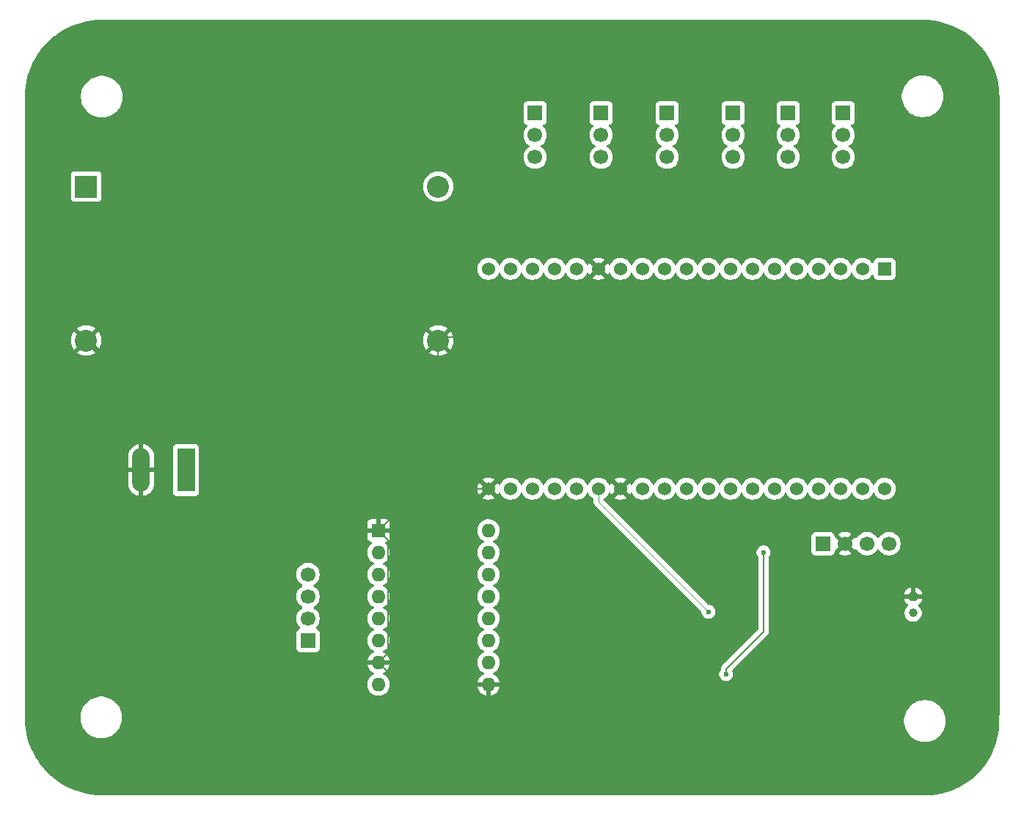
<source format=gbl>
%TF.GenerationSoftware,KiCad,Pcbnew,9.0.4*%
%TF.CreationDate,2025-11-20T23:01:34-05:00*%
%TF.ProjectId,Hand_System_Rev_1,48616e64-5f53-4797-9374-656d5f526576,rev?*%
%TF.SameCoordinates,Original*%
%TF.FileFunction,Copper,L2,Bot*%
%TF.FilePolarity,Positive*%
%FSLAX46Y46*%
G04 Gerber Fmt 4.6, Leading zero omitted, Abs format (unit mm)*
G04 Created by KiCad (PCBNEW 9.0.4) date 2025-11-20 23:01:34*
%MOMM*%
%LPD*%
G01*
G04 APERTURE LIST*
G04 Aperture macros list*
%AMRoundRect*
0 Rectangle with rounded corners*
0 $1 Rounding radius*
0 $2 $3 $4 $5 $6 $7 $8 $9 X,Y pos of 4 corners*
0 Add a 4 corners polygon primitive as box body*
4,1,4,$2,$3,$4,$5,$6,$7,$8,$9,$2,$3,0*
0 Add four circle primitives for the rounded corners*
1,1,$1+$1,$2,$3*
1,1,$1+$1,$4,$5*
1,1,$1+$1,$6,$7*
1,1,$1+$1,$8,$9*
0 Add four rect primitives between the rounded corners*
20,1,$1+$1,$2,$3,$4,$5,0*
20,1,$1+$1,$4,$5,$6,$7,0*
20,1,$1+$1,$6,$7,$8,$9,0*
20,1,$1+$1,$8,$9,$2,$3,0*%
G04 Aperture macros list end*
%TA.AperFunction,ComponentPad*%
%ADD10R,1.700000X1.700000*%
%TD*%
%TA.AperFunction,ComponentPad*%
%ADD11C,1.700000*%
%TD*%
%TA.AperFunction,ComponentPad*%
%ADD12R,2.020000X5.020000*%
%TD*%
%TA.AperFunction,ComponentPad*%
%ADD13O,2.020000X5.020000*%
%TD*%
%TA.AperFunction,ComponentPad*%
%ADD14R,1.600000X1.600000*%
%TD*%
%TA.AperFunction,ComponentPad*%
%ADD15O,1.600000X1.600000*%
%TD*%
%TA.AperFunction,ComponentPad*%
%ADD16RoundRect,0.250000X-0.250000X0.250000X-0.250000X-0.250000X0.250000X-0.250000X0.250000X0.250000X0*%
%TD*%
%TA.AperFunction,ComponentPad*%
%ADD17C,1.000000*%
%TD*%
%TA.AperFunction,ComponentPad*%
%ADD18R,1.530000X1.530000*%
%TD*%
%TA.AperFunction,ComponentPad*%
%ADD19C,1.530000*%
%TD*%
%TA.AperFunction,ComponentPad*%
%ADD20R,2.540000X2.540000*%
%TD*%
%TA.AperFunction,ComponentPad*%
%ADD21C,2.540000*%
%TD*%
%TA.AperFunction,ViaPad*%
%ADD22C,0.600000*%
%TD*%
%TA.AperFunction,Conductor*%
%ADD23C,0.200000*%
%TD*%
%TA.AperFunction,Conductor*%
%ADD24C,0.250000*%
%TD*%
%TA.AperFunction,Conductor*%
%ADD25C,0.100000*%
%TD*%
G04 APERTURE END LIST*
D10*
%TO.P,M5,1,-*%
%TO.N,Net-(M5--)*%
X151765000Y-57785000D03*
D11*
%TO.P,M5,2,+*%
%TO.N,7.2V*%
X151765000Y-60325000D03*
%TO.P,M5,3,PWM*%
%TO.N,/RING*%
X151765000Y-62865000D03*
%TD*%
D10*
%TO.P,M4,1,-*%
%TO.N,Net-(M4--)*%
X159385000Y-57785000D03*
D11*
%TO.P,M4,2,+*%
%TO.N,7.2V*%
X159385000Y-60325000D03*
%TO.P,M4,3,PWM*%
%TO.N,/MIDDLE*%
X159385000Y-62865000D03*
%TD*%
D10*
%TO.P,U4,1,VCC*%
%TO.N,5V*%
X184992000Y-107524000D03*
D11*
%TO.P,U4,2,GND*%
%TO.N,GND*%
X187532000Y-107524000D03*
%TO.P,U4,3,CW*%
%TO.N,/CW*%
X190072000Y-107524000D03*
%TO.P,U4,4,DT*%
%TO.N,/DT*%
X192612000Y-107524000D03*
%TD*%
D12*
%TO.P,J1,1*%
%TO.N,12V*%
X111468000Y-99020000D03*
D13*
%TO.P,J1,2*%
%TO.N,GND*%
X106288000Y-99020000D03*
%TD*%
D14*
%TO.P,U3,1,GND*%
%TO.N,GND*%
X133684000Y-106000000D03*
D15*
%TO.P,U3,2,VDD*%
%TO.N,5V*%
X133684000Y-108540000D03*
%TO.P,U3,3,1B*%
%TO.N,Net-(U3-1B)*%
X133684000Y-111080000D03*
%TO.P,U3,4,1A*%
%TO.N,Net-(U3-1A)*%
X133684000Y-113620000D03*
%TO.P,U3,5,2A*%
%TO.N,Net-(M7--)*%
X133684000Y-116160000D03*
%TO.P,U3,6,2B*%
%TO.N,Net-(U3-2B)*%
X133684000Y-118700000D03*
%TO.P,U3,7,GND*%
%TO.N,GND*%
X133684000Y-121240000D03*
%TO.P,U3,8,VMOT*%
%TO.N,12V*%
X133684000Y-123780000D03*
%TO.P,U3,9,~{ENABLE}*%
%TO.N,GND*%
X146384000Y-123780000D03*
%TO.P,U3,10,MS1*%
%TO.N,unconnected-(U3-MS1-Pad10)*%
X146384000Y-121240000D03*
%TO.P,U3,11,MS2*%
%TO.N,unconnected-(U3-MS2-Pad11)*%
X146384000Y-118700000D03*
%TO.P,U3,12,MS3*%
%TO.N,unconnected-(U3-MS3-Pad12)*%
X146384000Y-116160000D03*
%TO.P,U3,13,~{RESET}*%
%TO.N,unconnected-(U3-~{RESET}-Pad13)*%
X146384000Y-113620000D03*
%TO.P,U3,14,~{SLEEP}*%
%TO.N,unconnected-(U3-~{SLEEP}-Pad14)*%
X146384000Y-111080000D03*
%TO.P,U3,15,STEP*%
%TO.N,/STEP_PIN*%
X146384000Y-108540000D03*
%TO.P,U3,16,DIR*%
%TO.N,/DIR_PIN*%
X146384000Y-106000000D03*
%TD*%
D10*
%TO.P,M3,1,-*%
%TO.N,Net-(M3--)*%
X167005000Y-57785000D03*
D11*
%TO.P,M3,2,+*%
%TO.N,7.2V*%
X167005000Y-60325000D03*
%TO.P,M3,3,PWM*%
%TO.N,/INDEX*%
X167005000Y-62865000D03*
%TD*%
D10*
%TO.P,M7,1*%
%TO.N,Net-(U3-2B)*%
X125556000Y-118700000D03*
D11*
%TO.P,M7,2,-*%
%TO.N,Net-(M7--)*%
X125556000Y-116160000D03*
%TO.P,M7,3*%
%TO.N,Net-(U3-1A)*%
X125556000Y-113620000D03*
%TO.P,M7,4*%
%TO.N,Net-(U3-1B)*%
X125556000Y-111080000D03*
%TD*%
D10*
%TO.P,M1,1,-*%
%TO.N,Net-(M1--)*%
X187325000Y-57785000D03*
D11*
%TO.P,M1,2,+*%
%TO.N,7.2V*%
X187325000Y-60325000D03*
%TO.P,M1,3,PWM*%
%TO.N,/THUMB_1*%
X187325000Y-62865000D03*
%TD*%
D16*
%TO.P,MK1,1,-*%
%TO.N,GND*%
X195406000Y-113620000D03*
D17*
%TO.P,MK1,2,+*%
%TO.N,Net-(MK1-+)*%
X195406000Y-115520000D03*
%TD*%
D10*
%TO.P,M2,1,-*%
%TO.N,Net-(M2--)*%
X180975000Y-57785000D03*
D11*
%TO.P,M2,2,+*%
%TO.N,7.2V*%
X180975000Y-60325000D03*
%TO.P,M2,3,PWM*%
%TO.N,/THUMB_2*%
X180975000Y-62865000D03*
%TD*%
D10*
%TO.P,M6,1,-*%
%TO.N,Net-(M6--)*%
X174625000Y-57785000D03*
D11*
%TO.P,M6,2,+*%
%TO.N,7.2V*%
X174625000Y-60325000D03*
%TO.P,M6,3,PWM*%
%TO.N,/PINKIE*%
X174625000Y-62865000D03*
%TD*%
D18*
%TO.P,U1,1,3V3*%
%TO.N,3.3V*%
X192104000Y-75774000D03*
D19*
%TO.P,U1,2,EN*%
%TO.N,unconnected-(U1-EN-Pad2)*%
X189564000Y-75774000D03*
%TO.P,U1,3,VP*%
%TO.N,unconnected-(U1-VP-Pad3)*%
X187024000Y-75774000D03*
%TO.P,U1,4,VN*%
%TO.N,unconnected-(U1-VN-Pad4)*%
X184484000Y-75774000D03*
%TO.P,U1,5,34*%
%TO.N,/THUMB_1*%
X181944000Y-75774000D03*
%TO.P,U1,6,35*%
%TO.N,/THUMB_2*%
X179404000Y-75774000D03*
%TO.P,U1,7,32*%
%TO.N,/PINKIE*%
X176864000Y-75774000D03*
%TO.P,U1,8,33*%
%TO.N,unconnected-(U1-33-Pad8)*%
X174324000Y-75774000D03*
%TO.P,U1,9,25*%
%TO.N,/INDEX*%
X171784000Y-75774000D03*
%TO.P,U1,10,26*%
%TO.N,/MIDDLE*%
X169244000Y-75774000D03*
%TO.P,U1,11,27*%
%TO.N,/RING*%
X166704000Y-75774000D03*
%TO.P,U1,12,14*%
%TO.N,unconnected-(U1-14-Pad12)*%
X164164000Y-75774000D03*
%TO.P,U1,13,12*%
%TO.N,unconnected-(U1-12-Pad13)*%
X161624000Y-75774000D03*
%TO.P,U1,14,GND*%
%TO.N,GND*%
X159084000Y-75774000D03*
%TO.P,U1,15,13*%
%TO.N,unconnected-(U1-13-Pad15)*%
X156544000Y-75774000D03*
%TO.P,U1,16,D2*%
%TO.N,unconnected-(U1-D2-Pad16)*%
X154004000Y-75774000D03*
%TO.P,U1,17,D3*%
%TO.N,unconnected-(U1-D3-Pad17)*%
X151464000Y-75774000D03*
%TO.P,U1,18,CMD*%
%TO.N,unconnected-(U1-CMD-Pad18)*%
X148924000Y-75774000D03*
%TO.P,U1,19,5V*%
%TO.N,5V*%
X146384000Y-75774000D03*
%TO.P,U1,20,GND__1*%
%TO.N,GND*%
X146384000Y-101174000D03*
%TO.P,U1,21,23*%
%TO.N,/DIR_PIN*%
X148924000Y-101174000D03*
%TO.P,U1,22,22*%
%TO.N,/STEP_PIN*%
X151464000Y-101174000D03*
%TO.P,U1,23,TX*%
%TO.N,unconnected-(U1-TX-Pad23)*%
X154004000Y-101174000D03*
%TO.P,U1,24,RX*%
%TO.N,unconnected-(U1-RX-Pad24)*%
X156544000Y-101174000D03*
%TO.P,U1,25,21*%
%TO.N,/MP_OUT*%
X159084000Y-101174000D03*
%TO.P,U1,26,GND__2*%
%TO.N,GND*%
X161624000Y-101174000D03*
%TO.P,U1,27,19*%
%TO.N,unconnected-(U1-19-Pad27)*%
X164164000Y-101174000D03*
%TO.P,U1,28,18*%
%TO.N,unconnected-(U1-18-Pad28)*%
X166704000Y-101174000D03*
%TO.P,U1,29,5*%
%TO.N,unconnected-(U1-5-Pad29)*%
X169244000Y-101174000D03*
%TO.P,U1,30,17*%
%TO.N,unconnected-(U1-17-Pad30)*%
X171784000Y-101174000D03*
%TO.P,U1,31,16*%
%TO.N,unconnected-(U1-16-Pad31)*%
X174324000Y-101174000D03*
%TO.P,U1,32,4*%
%TO.N,unconnected-(U1-4-Pad32)*%
X176864000Y-101174000D03*
%TO.P,U1,33,0*%
%TO.N,unconnected-(U1-0-Pad33)*%
X179404000Y-101174000D03*
%TO.P,U1,34,2*%
%TO.N,unconnected-(U1-2-Pad34)*%
X181944000Y-101174000D03*
%TO.P,U1,35,15*%
%TO.N,unconnected-(U1-15-Pad35)*%
X184484000Y-101174000D03*
%TO.P,U1,36,D1*%
%TO.N,/CW*%
X187024000Y-101174000D03*
%TO.P,U1,37,D0*%
%TO.N,/DT*%
X189564000Y-101174000D03*
%TO.P,U1,38,CLK*%
%TO.N,unconnected-(U1-CLK-Pad38)*%
X192104000Y-101174000D03*
%TD*%
D20*
%TO.P,U2,1,Vin*%
%TO.N,12V*%
X99950000Y-66270000D03*
D21*
%TO.P,U2,2,GND*%
%TO.N,GND*%
X99950000Y-84050000D03*
%TO.P,U2,3,GND*%
X140590000Y-84050000D03*
%TO.P,U2,4,Vout*%
%TO.N,7.2V*%
X140590000Y-66270000D03*
%TD*%
D22*
%TO.N,3.3V*%
X178134000Y-108540000D03*
X173816000Y-122600000D03*
%TO.N,/MP_OUT*%
X171784000Y-115398000D03*
%TD*%
D23*
%TO.N,3.3V*%
X173816000Y-122002000D02*
X178134000Y-117684000D01*
X178134000Y-117684000D02*
X178134000Y-108540000D01*
X173816000Y-122600000D02*
X173816000Y-122002000D01*
%TO.N,GND*%
X140542000Y-83648000D02*
X140542000Y-95332000D01*
X134785000Y-107101000D02*
X133684000Y-106000000D01*
X133684000Y-121240000D02*
X134785000Y-120139000D01*
X134785000Y-120139000D02*
X134785000Y-107101000D01*
X159084000Y-75774000D02*
X151210000Y-83648000D01*
X140542000Y-95332000D02*
X146384000Y-101174000D01*
X146384000Y-123780000D02*
X136224000Y-123780000D01*
X136224000Y-123780000D02*
X133684000Y-121240000D01*
D24*
X106238000Y-89984000D02*
X99902000Y-83648000D01*
D23*
X146384000Y-101174000D02*
X138510000Y-101174000D01*
X106288000Y-99020000D02*
X106288000Y-94420000D01*
X106288000Y-94420000D02*
X106238000Y-94370000D01*
X151210000Y-83648000D02*
X140542000Y-83648000D01*
D24*
X106238000Y-94370000D02*
X106238000Y-89984000D01*
D23*
X138510000Y-101174000D02*
X133684000Y-106000000D01*
D25*
%TO.N,/MP_OUT*%
X171784000Y-115398000D02*
X159084000Y-102698000D01*
X159084000Y-102698000D02*
X159084000Y-101174000D01*
%TD*%
%TA.AperFunction,Conductor*%
%TO.N,GND*%
G36*
X196651933Y-47001743D02*
G01*
X197202666Y-47028401D01*
X197210408Y-47029021D01*
X197757662Y-47090283D01*
X197765369Y-47091393D01*
X198265215Y-47179563D01*
X198307660Y-47187050D01*
X198315321Y-47188652D01*
X198850483Y-47318320D01*
X198858010Y-47320397D01*
X199383914Y-47483557D01*
X199391308Y-47486109D01*
X199905898Y-47682124D01*
X199913100Y-47685131D01*
X200272832Y-47848835D01*
X200414287Y-47913207D01*
X200421301Y-47916670D01*
X200907113Y-48175907D01*
X200913877Y-48179796D01*
X201382361Y-48469155D01*
X201388886Y-48473475D01*
X201838186Y-48791806D01*
X201844425Y-48796529D01*
X202272744Y-49142560D01*
X202278673Y-49147667D01*
X202684327Y-49520037D01*
X202689921Y-49525508D01*
X203071262Y-49922704D01*
X203076499Y-49928515D01*
X203193048Y-50066349D01*
X203432047Y-50348994D01*
X203436888Y-50355100D01*
X203765211Y-50797175D01*
X203769675Y-50803601D01*
X204069447Y-51265482D01*
X204073498Y-51272177D01*
X204343537Y-51752044D01*
X204347158Y-51758981D01*
X204586398Y-52254935D01*
X204589574Y-52262087D01*
X204797056Y-52772145D01*
X204799774Y-52779483D01*
X204974667Y-53301598D01*
X204976916Y-53309091D01*
X205061984Y-53628734D01*
X205118531Y-53841208D01*
X205120304Y-53848830D01*
X205228075Y-54388826D01*
X205229362Y-54396532D01*
X205301198Y-54929921D01*
X205302856Y-54942231D01*
X205303655Y-54950015D01*
X205342726Y-55501266D01*
X205342865Y-55503240D01*
X205343826Y-55527703D01*
X205344676Y-55528781D01*
X205344784Y-55530302D01*
X205344944Y-55530736D01*
X205352401Y-55566557D01*
X205370139Y-55876431D01*
X205370342Y-55883517D01*
X205370342Y-127046001D01*
X205370318Y-127048450D01*
X205355341Y-127806511D01*
X205354966Y-127825521D01*
X205354087Y-127826777D01*
X205354484Y-127849863D01*
X205354439Y-127852176D01*
X205354002Y-127874346D01*
X205354133Y-127875973D01*
X205346086Y-128405886D01*
X205345702Y-128413926D01*
X205301640Y-128962754D01*
X205300736Y-128970753D01*
X205221154Y-129515581D01*
X205219733Y-129523504D01*
X205104968Y-130062030D01*
X205103035Y-130069845D01*
X204953575Y-130599771D01*
X204951140Y-130607443D01*
X204767607Y-131126568D01*
X204764679Y-131134066D01*
X204547851Y-131640189D01*
X204544442Y-131647482D01*
X204295238Y-132138457D01*
X204291364Y-132145513D01*
X204010823Y-132619296D01*
X204006499Y-132626086D01*
X203695806Y-133080672D01*
X203691050Y-133087167D01*
X203351520Y-133520633D01*
X203346353Y-133526805D01*
X202979421Y-133937318D01*
X202973865Y-133943142D01*
X202581065Y-134328991D01*
X202575142Y-134334443D01*
X202158135Y-134693991D01*
X202151871Y-134699047D01*
X201712414Y-135030782D01*
X201705835Y-135035421D01*
X201245783Y-135337940D01*
X201238918Y-135342142D01*
X200760202Y-135614178D01*
X200753078Y-135617926D01*
X200257707Y-135858336D01*
X200250354Y-135861613D01*
X199740463Y-136069360D01*
X199732914Y-136072154D01*
X199210592Y-136246390D01*
X199202877Y-136248688D01*
X198670366Y-136388661D01*
X198662519Y-136390454D01*
X198122021Y-136495588D01*
X198114073Y-136496867D01*
X197574069Y-136565919D01*
X197558759Y-136566920D01*
X195869784Y-136572611D01*
X195869368Y-136572612D01*
X101747763Y-136574227D01*
X101743704Y-136574161D01*
X101169247Y-136555358D01*
X101161150Y-136554827D01*
X100591188Y-136498693D01*
X100583143Y-136497634D01*
X100018058Y-136404340D01*
X100010108Y-136402758D01*
X99617319Y-136311174D01*
X99452342Y-136272707D01*
X99444504Y-136270607D01*
X98896427Y-136104351D01*
X98888743Y-136101742D01*
X98352732Y-135900004D01*
X98345246Y-135896903D01*
X97823560Y-135660532D01*
X97816283Y-135656943D01*
X97311183Y-135386963D01*
X97304156Y-135382906D01*
X96817796Y-135080469D01*
X96811049Y-135075961D01*
X96345508Y-134742360D01*
X96339071Y-134737421D01*
X95896342Y-134374085D01*
X95890241Y-134368734D01*
X95472239Y-133977234D01*
X95466501Y-133971497D01*
X95439944Y-133943142D01*
X95074971Y-133553467D01*
X95069628Y-133547373D01*
X94706289Y-133104644D01*
X94701364Y-133098225D01*
X94367759Y-132632681D01*
X94363251Y-132625935D01*
X94064504Y-132145513D01*
X94060802Y-132139559D01*
X94056747Y-132132535D01*
X93967436Y-131965446D01*
X93786762Y-131627430D01*
X93783190Y-131620187D01*
X93592617Y-131199583D01*
X93546810Y-131098485D01*
X93543705Y-131090988D01*
X93341966Y-130554983D01*
X93339357Y-130547299D01*
X93240455Y-130221265D01*
X93173096Y-129999214D01*
X93170999Y-129991385D01*
X93170793Y-129990500D01*
X93040942Y-129433602D01*
X93039368Y-129425687D01*
X92946066Y-128860563D01*
X92945013Y-128852564D01*
X92888873Y-128282568D01*
X92888343Y-128274481D01*
X92879119Y-127992731D01*
X92869567Y-127700932D01*
X92869501Y-127696939D01*
X92869501Y-127673469D01*
X92869488Y-127673452D01*
X92869479Y-127655422D01*
X92869479Y-127654080D01*
X92869488Y-127654052D01*
X92869479Y-127654001D01*
X92869520Y-127455186D01*
X99279500Y-127455186D01*
X99279500Y-127724813D01*
X99309686Y-127992719D01*
X99309688Y-127992731D01*
X99369684Y-128255594D01*
X99369687Y-128255602D01*
X99458734Y-128510082D01*
X99575714Y-128752994D01*
X99575716Y-128752997D01*
X99719162Y-128981289D01*
X99887266Y-129192085D01*
X100077915Y-129382734D01*
X100288711Y-129550838D01*
X100517003Y-129694284D01*
X100759921Y-129811267D01*
X100951049Y-129878145D01*
X101014397Y-129900312D01*
X101014405Y-129900315D01*
X101014408Y-129900315D01*
X101014409Y-129900316D01*
X101277268Y-129960312D01*
X101545187Y-129990499D01*
X101545188Y-129990500D01*
X101545191Y-129990500D01*
X101814812Y-129990500D01*
X101814812Y-129990499D01*
X102082732Y-129960312D01*
X102345591Y-129900316D01*
X102600079Y-129811267D01*
X102842997Y-129694284D01*
X103071289Y-129550838D01*
X103282085Y-129382734D01*
X103472734Y-129192085D01*
X103640838Y-128981289D01*
X103784284Y-128752997D01*
X103901267Y-128510079D01*
X103990316Y-128255591D01*
X104050312Y-127992732D01*
X104050313Y-127992720D01*
X104050314Y-127992717D01*
X104064683Y-127865186D01*
X194349500Y-127865186D01*
X194349500Y-128134813D01*
X194379686Y-128402719D01*
X194379688Y-128402731D01*
X194439684Y-128665594D01*
X194439687Y-128665602D01*
X194528734Y-128920082D01*
X194645714Y-129162994D01*
X194645716Y-129162997D01*
X194789162Y-129391289D01*
X194957266Y-129602085D01*
X195147915Y-129792734D01*
X195358711Y-129960838D01*
X195587003Y-130104284D01*
X195829921Y-130221267D01*
X196021049Y-130288145D01*
X196084397Y-130310312D01*
X196084405Y-130310315D01*
X196084408Y-130310315D01*
X196084409Y-130310316D01*
X196347268Y-130370312D01*
X196615187Y-130400499D01*
X196615188Y-130400500D01*
X196615191Y-130400500D01*
X196884812Y-130400500D01*
X196884812Y-130400499D01*
X197152732Y-130370312D01*
X197415591Y-130310316D01*
X197670079Y-130221267D01*
X197912997Y-130104284D01*
X198141289Y-129960838D01*
X198352085Y-129792734D01*
X198542734Y-129602085D01*
X198710838Y-129391289D01*
X198854284Y-129162997D01*
X198971267Y-128920079D01*
X199060316Y-128665591D01*
X199120312Y-128402732D01*
X199150500Y-128134809D01*
X199150500Y-127865191D01*
X199120312Y-127597268D01*
X199060316Y-127334409D01*
X198971267Y-127079921D01*
X198854284Y-126837003D01*
X198710838Y-126608711D01*
X198542734Y-126397915D01*
X198352085Y-126207266D01*
X198341357Y-126198711D01*
X198298549Y-126164573D01*
X198141289Y-126039162D01*
X197912997Y-125895716D01*
X197912994Y-125895714D01*
X197670082Y-125778734D01*
X197415602Y-125689687D01*
X197415594Y-125689684D01*
X197218446Y-125644687D01*
X197152732Y-125629688D01*
X197152728Y-125629687D01*
X197152719Y-125629686D01*
X196884813Y-125599500D01*
X196884809Y-125599500D01*
X196615191Y-125599500D01*
X196615186Y-125599500D01*
X196347280Y-125629686D01*
X196347268Y-125629688D01*
X196084405Y-125689684D01*
X196084397Y-125689687D01*
X195829917Y-125778734D01*
X195587005Y-125895714D01*
X195358712Y-126039161D01*
X195147915Y-126207265D01*
X194957265Y-126397915D01*
X194789161Y-126608712D01*
X194645714Y-126837005D01*
X194528734Y-127079917D01*
X194439687Y-127334397D01*
X194439684Y-127334405D01*
X194379688Y-127597268D01*
X194379686Y-127597280D01*
X194349500Y-127865186D01*
X104064683Y-127865186D01*
X104066639Y-127847829D01*
X104066639Y-127847828D01*
X104071294Y-127806511D01*
X104080500Y-127724809D01*
X104080500Y-127455191D01*
X104050312Y-127187268D01*
X103990316Y-126924409D01*
X103901267Y-126669921D01*
X103784284Y-126427003D01*
X103640838Y-126198711D01*
X103472734Y-125987915D01*
X103282085Y-125797266D01*
X103071289Y-125629162D01*
X102842997Y-125485716D01*
X102842994Y-125485714D01*
X102600082Y-125368734D01*
X102345602Y-125279687D01*
X102345594Y-125279684D01*
X102148446Y-125234687D01*
X102082732Y-125219688D01*
X102082728Y-125219687D01*
X102082719Y-125219686D01*
X101814813Y-125189500D01*
X101814809Y-125189500D01*
X101545191Y-125189500D01*
X101545186Y-125189500D01*
X101277280Y-125219686D01*
X101277268Y-125219688D01*
X101014405Y-125279684D01*
X101014397Y-125279687D01*
X100759917Y-125368734D01*
X100517005Y-125485714D01*
X100288712Y-125629161D01*
X100077915Y-125797265D01*
X99887265Y-125987915D01*
X99719161Y-126198712D01*
X99575714Y-126427005D01*
X99458734Y-126669917D01*
X99369687Y-126924397D01*
X99369684Y-126924405D01*
X99309688Y-127187268D01*
X99309686Y-127187280D01*
X99279500Y-127455186D01*
X92869520Y-127455186D01*
X92872894Y-110973713D01*
X124205500Y-110973713D01*
X124205500Y-111186286D01*
X124238753Y-111396239D01*
X124304444Y-111598414D01*
X124400951Y-111787820D01*
X124525890Y-111959786D01*
X124676213Y-112110109D01*
X124848182Y-112235050D01*
X124856946Y-112239516D01*
X124907742Y-112287491D01*
X124924536Y-112355312D01*
X124901998Y-112421447D01*
X124856946Y-112460484D01*
X124848182Y-112464949D01*
X124676213Y-112589890D01*
X124525890Y-112740213D01*
X124400951Y-112912179D01*
X124304444Y-113101585D01*
X124238753Y-113303760D01*
X124229856Y-113359936D01*
X124205500Y-113513713D01*
X124205500Y-113726287D01*
X124238754Y-113936243D01*
X124266842Y-114022690D01*
X124304444Y-114138414D01*
X124400951Y-114327820D01*
X124525890Y-114499786D01*
X124676213Y-114650109D01*
X124848182Y-114775050D01*
X124856946Y-114779516D01*
X124907742Y-114827491D01*
X124924536Y-114895312D01*
X124901998Y-114961447D01*
X124856946Y-115000484D01*
X124848182Y-115004949D01*
X124676213Y-115129890D01*
X124525890Y-115280213D01*
X124400951Y-115452179D01*
X124304444Y-115641585D01*
X124238753Y-115843760D01*
X124205500Y-116053713D01*
X124205500Y-116266286D01*
X124227728Y-116406632D01*
X124238754Y-116476243D01*
X124240641Y-116482052D01*
X124304444Y-116678414D01*
X124400951Y-116867820D01*
X124525890Y-117039786D01*
X124639430Y-117153326D01*
X124672915Y-117214649D01*
X124667931Y-117284341D01*
X124626059Y-117340274D01*
X124595083Y-117357189D01*
X124463669Y-117406203D01*
X124463664Y-117406206D01*
X124348455Y-117492452D01*
X124348452Y-117492455D01*
X124262206Y-117607664D01*
X124262202Y-117607671D01*
X124211908Y-117742517D01*
X124205501Y-117802116D01*
X124205501Y-117802123D01*
X124205500Y-117802135D01*
X124205500Y-119597870D01*
X124205501Y-119597876D01*
X124211908Y-119657483D01*
X124262202Y-119792328D01*
X124262206Y-119792335D01*
X124348452Y-119907544D01*
X124348455Y-119907547D01*
X124463664Y-119993793D01*
X124463671Y-119993797D01*
X124598517Y-120044091D01*
X124598516Y-120044091D01*
X124605444Y-120044835D01*
X124658127Y-120050500D01*
X126453872Y-120050499D01*
X126513483Y-120044091D01*
X126648331Y-119993796D01*
X126763546Y-119907546D01*
X126849796Y-119792331D01*
X126900091Y-119657483D01*
X126906500Y-119597873D01*
X126906499Y-117802128D01*
X126900091Y-117742517D01*
X126887227Y-117708028D01*
X126849797Y-117607671D01*
X126849793Y-117607664D01*
X126763547Y-117492455D01*
X126763544Y-117492452D01*
X126648335Y-117406206D01*
X126648328Y-117406202D01*
X126516917Y-117357189D01*
X126460983Y-117315318D01*
X126436566Y-117249853D01*
X126451418Y-117181580D01*
X126472563Y-117153332D01*
X126586104Y-117039792D01*
X126711051Y-116867816D01*
X126807557Y-116678412D01*
X126873246Y-116476243D01*
X126906500Y-116266287D01*
X126906500Y-116053713D01*
X126873246Y-115843757D01*
X126807557Y-115641588D01*
X126711051Y-115452184D01*
X126711049Y-115452181D01*
X126711048Y-115452179D01*
X126586109Y-115280213D01*
X126435786Y-115129890D01*
X126263820Y-115004951D01*
X126263115Y-115004591D01*
X126255054Y-115000485D01*
X126204259Y-114952512D01*
X126187463Y-114884692D01*
X126209999Y-114818556D01*
X126255054Y-114779515D01*
X126263816Y-114775051D01*
X126358245Y-114706445D01*
X126435786Y-114650109D01*
X126435788Y-114650106D01*
X126435792Y-114650104D01*
X126586104Y-114499792D01*
X126586106Y-114499788D01*
X126586109Y-114499786D01*
X126711048Y-114327820D01*
X126711047Y-114327820D01*
X126711051Y-114327816D01*
X126807557Y-114138412D01*
X126873246Y-113936243D01*
X126906500Y-113726287D01*
X126906500Y-113513713D01*
X126873246Y-113303757D01*
X126807557Y-113101588D01*
X126711051Y-112912184D01*
X126711049Y-112912181D01*
X126711048Y-112912179D01*
X126586109Y-112740213D01*
X126435786Y-112589890D01*
X126263820Y-112464951D01*
X126263115Y-112464591D01*
X126255054Y-112460485D01*
X126204259Y-112412512D01*
X126187463Y-112344692D01*
X126209999Y-112278556D01*
X126255054Y-112239515D01*
X126263816Y-112235051D01*
X126322680Y-112192284D01*
X126435786Y-112110109D01*
X126435788Y-112110106D01*
X126435792Y-112110104D01*
X126586104Y-111959792D01*
X126586106Y-111959788D01*
X126586109Y-111959786D01*
X126711048Y-111787820D01*
X126711047Y-111787820D01*
X126711051Y-111787816D01*
X126807557Y-111598412D01*
X126873246Y-111396243D01*
X126906500Y-111186287D01*
X126906500Y-110973713D01*
X126873246Y-110763757D01*
X126807557Y-110561588D01*
X126711051Y-110372184D01*
X126711049Y-110372181D01*
X126711048Y-110372179D01*
X126586109Y-110200213D01*
X126435786Y-110049890D01*
X126263820Y-109924951D01*
X126074414Y-109828444D01*
X126074413Y-109828443D01*
X126074412Y-109828443D01*
X125872243Y-109762754D01*
X125872241Y-109762753D01*
X125872240Y-109762753D01*
X125710957Y-109737208D01*
X125662287Y-109729500D01*
X125449713Y-109729500D01*
X125401042Y-109737208D01*
X125239760Y-109762753D01*
X125037585Y-109828444D01*
X124848179Y-109924951D01*
X124676213Y-110049890D01*
X124525890Y-110200213D01*
X124400951Y-110372179D01*
X124304444Y-110561585D01*
X124238753Y-110763760D01*
X124205500Y-110973713D01*
X92872894Y-110973713D01*
X92873414Y-108437648D01*
X132383500Y-108437648D01*
X132383500Y-108642351D01*
X132415522Y-108844534D01*
X132478781Y-109039223D01*
X132571715Y-109221613D01*
X132692028Y-109387213D01*
X132836786Y-109531971D01*
X132991749Y-109644556D01*
X133002390Y-109652287D01*
X133093840Y-109698883D01*
X133095080Y-109699515D01*
X133145876Y-109747490D01*
X133162671Y-109815311D01*
X133140134Y-109881446D01*
X133095080Y-109920485D01*
X133002386Y-109967715D01*
X132836786Y-110088028D01*
X132692028Y-110232786D01*
X132571715Y-110398386D01*
X132478781Y-110580776D01*
X132415522Y-110775465D01*
X132383500Y-110977648D01*
X132383500Y-111182351D01*
X132415522Y-111384534D01*
X132478781Y-111579223D01*
X132571715Y-111761613D01*
X132692028Y-111927213D01*
X132836786Y-112071971D01*
X132991749Y-112184556D01*
X133002390Y-112192287D01*
X133086313Y-112235048D01*
X133095080Y-112239515D01*
X133145876Y-112287490D01*
X133162671Y-112355311D01*
X133140134Y-112421446D01*
X133095080Y-112460485D01*
X133002386Y-112507715D01*
X132836786Y-112628028D01*
X132692028Y-112772786D01*
X132571715Y-112938386D01*
X132478781Y-113120776D01*
X132415522Y-113315465D01*
X132383500Y-113517648D01*
X132383500Y-113722351D01*
X132415522Y-113924534D01*
X132478781Y-114119223D01*
X132571715Y-114301613D01*
X132692028Y-114467213D01*
X132836786Y-114611971D01*
X132966821Y-114706445D01*
X133002390Y-114732287D01*
X133093840Y-114778883D01*
X133095080Y-114779515D01*
X133145876Y-114827490D01*
X133162671Y-114895311D01*
X133140134Y-114961446D01*
X133095080Y-115000485D01*
X133002386Y-115047715D01*
X132836786Y-115168028D01*
X132692028Y-115312786D01*
X132571715Y-115478386D01*
X132478781Y-115660776D01*
X132415522Y-115855465D01*
X132383500Y-116057648D01*
X132383500Y-116262351D01*
X132415522Y-116464534D01*
X132478781Y-116659223D01*
X132571715Y-116841613D01*
X132692028Y-117007213D01*
X132836786Y-117151971D01*
X132923057Y-117214649D01*
X133002390Y-117272287D01*
X133086319Y-117315051D01*
X133095080Y-117319515D01*
X133145876Y-117367490D01*
X133162671Y-117435311D01*
X133140134Y-117501446D01*
X133095080Y-117540485D01*
X133002386Y-117587715D01*
X132836786Y-117708028D01*
X132692028Y-117852786D01*
X132571715Y-118018386D01*
X132478781Y-118200776D01*
X132415522Y-118395465D01*
X132383500Y-118597648D01*
X132383500Y-118802351D01*
X132415522Y-119004534D01*
X132478781Y-119199223D01*
X132571715Y-119381613D01*
X132692028Y-119547213D01*
X132836786Y-119691971D01*
X132974928Y-119792335D01*
X133002390Y-119812287D01*
X133074424Y-119848990D01*
X133095629Y-119859795D01*
X133146425Y-119907770D01*
X133163220Y-119975591D01*
X133140682Y-120041726D01*
X133095629Y-120080765D01*
X133002650Y-120128140D01*
X132837105Y-120248417D01*
X132837104Y-120248417D01*
X132692417Y-120393104D01*
X132692417Y-120393105D01*
X132572140Y-120558650D01*
X132479244Y-120740970D01*
X132416009Y-120935586D01*
X132407391Y-120990000D01*
X133368314Y-120990000D01*
X133363920Y-120994394D01*
X133311259Y-121085606D01*
X133284000Y-121187339D01*
X133284000Y-121292661D01*
X133311259Y-121394394D01*
X133363920Y-121485606D01*
X133368314Y-121490000D01*
X132407391Y-121490000D01*
X132416009Y-121544413D01*
X132479244Y-121739029D01*
X132572140Y-121921349D01*
X132692417Y-122086894D01*
X132692417Y-122086895D01*
X132837104Y-122231582D01*
X133002652Y-122351861D01*
X133095628Y-122399234D01*
X133146425Y-122447208D01*
X133163220Y-122515029D01*
X133140683Y-122581164D01*
X133095630Y-122620203D01*
X133002388Y-122667713D01*
X132836786Y-122788028D01*
X132692028Y-122932786D01*
X132571715Y-123098386D01*
X132478781Y-123280776D01*
X132415522Y-123475465D01*
X132383500Y-123677648D01*
X132383500Y-123882351D01*
X132415522Y-124084534D01*
X132478781Y-124279223D01*
X132571715Y-124461613D01*
X132692028Y-124627213D01*
X132836786Y-124771971D01*
X132991749Y-124884556D01*
X133002390Y-124892287D01*
X133118607Y-124951503D01*
X133184776Y-124985218D01*
X133184778Y-124985218D01*
X133184781Y-124985220D01*
X133289137Y-125019127D01*
X133379465Y-125048477D01*
X133480557Y-125064488D01*
X133581648Y-125080500D01*
X133581649Y-125080500D01*
X133786351Y-125080500D01*
X133786352Y-125080500D01*
X133988534Y-125048477D01*
X134183219Y-124985220D01*
X134365610Y-124892287D01*
X134458590Y-124824732D01*
X134531213Y-124771971D01*
X134531215Y-124771968D01*
X134531219Y-124771966D01*
X134675966Y-124627219D01*
X134675968Y-124627215D01*
X134675971Y-124627213D01*
X134728732Y-124554590D01*
X134796287Y-124461610D01*
X134889220Y-124279219D01*
X134952477Y-124084534D01*
X134984500Y-123882352D01*
X134984500Y-123677648D01*
X134976257Y-123625606D01*
X134952477Y-123475465D01*
X134898517Y-123309394D01*
X134889220Y-123280781D01*
X134889218Y-123280778D01*
X134889218Y-123280776D01*
X134802351Y-123110292D01*
X134796287Y-123098390D01*
X134788556Y-123087749D01*
X134675971Y-122932786D01*
X134531213Y-122788028D01*
X134365611Y-122667713D01*
X134272369Y-122620203D01*
X134221574Y-122572229D01*
X134204779Y-122504407D01*
X134227317Y-122438273D01*
X134272371Y-122399234D01*
X134365347Y-122351861D01*
X134530894Y-122231582D01*
X134530895Y-122231582D01*
X134675582Y-122086895D01*
X134675582Y-122086894D01*
X134795859Y-121921349D01*
X134888755Y-121739029D01*
X134951990Y-121544413D01*
X134960609Y-121490000D01*
X133999686Y-121490000D01*
X134004080Y-121485606D01*
X134056741Y-121394394D01*
X134084000Y-121292661D01*
X134084000Y-121187339D01*
X134056741Y-121085606D01*
X134004080Y-120994394D01*
X133999686Y-120990000D01*
X134960609Y-120990000D01*
X134951990Y-120935586D01*
X134888755Y-120740970D01*
X134795859Y-120558650D01*
X134675582Y-120393105D01*
X134675582Y-120393104D01*
X134530895Y-120248417D01*
X134365349Y-120128140D01*
X134272370Y-120080765D01*
X134221574Y-120032790D01*
X134204779Y-119964969D01*
X134227316Y-119898835D01*
X134272370Y-119859795D01*
X134272920Y-119859515D01*
X134365610Y-119812287D01*
X134393081Y-119792328D01*
X134531213Y-119691971D01*
X134531215Y-119691968D01*
X134531219Y-119691966D01*
X134675966Y-119547219D01*
X134675968Y-119547215D01*
X134675971Y-119547213D01*
X134728732Y-119474590D01*
X134796287Y-119381610D01*
X134889220Y-119199219D01*
X134952477Y-119004534D01*
X134984500Y-118802352D01*
X134984500Y-118597648D01*
X134952477Y-118395466D01*
X134889220Y-118200781D01*
X134889218Y-118200778D01*
X134889218Y-118200776D01*
X134855503Y-118134607D01*
X134796287Y-118018390D01*
X134758154Y-117965904D01*
X134675971Y-117852786D01*
X134531213Y-117708028D01*
X134365614Y-117587715D01*
X134359006Y-117584348D01*
X134272917Y-117540483D01*
X134222123Y-117492511D01*
X134205328Y-117424690D01*
X134227865Y-117358555D01*
X134272917Y-117319516D01*
X134365610Y-117272287D01*
X134444943Y-117214649D01*
X134531213Y-117151971D01*
X134531215Y-117151968D01*
X134531219Y-117151966D01*
X134675966Y-117007219D01*
X134675968Y-117007215D01*
X134675971Y-117007213D01*
X134777247Y-116867816D01*
X134796287Y-116841610D01*
X134889220Y-116659219D01*
X134952477Y-116464534D01*
X134984500Y-116262352D01*
X134984500Y-116057648D01*
X134960844Y-115908292D01*
X134952477Y-115855465D01*
X134889218Y-115660776D01*
X134855503Y-115594607D01*
X134796287Y-115478390D01*
X134788556Y-115467749D01*
X134675971Y-115312786D01*
X134531213Y-115168028D01*
X134365614Y-115047715D01*
X134308906Y-115018821D01*
X134272917Y-115000483D01*
X134222123Y-114952511D01*
X134205328Y-114884690D01*
X134227865Y-114818555D01*
X134272917Y-114779516D01*
X134365610Y-114732287D01*
X134442425Y-114676478D01*
X134531213Y-114611971D01*
X134531215Y-114611968D01*
X134531219Y-114611966D01*
X134675966Y-114467219D01*
X134675968Y-114467215D01*
X134675971Y-114467213D01*
X134728732Y-114394590D01*
X134796287Y-114301610D01*
X134889220Y-114119219D01*
X134952477Y-113924534D01*
X134984500Y-113722352D01*
X134984500Y-113517648D01*
X134980842Y-113494555D01*
X134952477Y-113315465D01*
X134889218Y-113120776D01*
X134853601Y-113050875D01*
X134796287Y-112938390D01*
X134788556Y-112927749D01*
X134675971Y-112772786D01*
X134531213Y-112628028D01*
X134365614Y-112507715D01*
X134359006Y-112504348D01*
X134272917Y-112460483D01*
X134222123Y-112412511D01*
X134205328Y-112344690D01*
X134227865Y-112278555D01*
X134272917Y-112239516D01*
X134365610Y-112192287D01*
X134386770Y-112176913D01*
X134531213Y-112071971D01*
X134531215Y-112071968D01*
X134531219Y-112071966D01*
X134675966Y-111927219D01*
X134675968Y-111927215D01*
X134675971Y-111927213D01*
X134777247Y-111787816D01*
X134796287Y-111761610D01*
X134889220Y-111579219D01*
X134952477Y-111384534D01*
X134984500Y-111182352D01*
X134984500Y-110977648D01*
X134952477Y-110775466D01*
X134948673Y-110763760D01*
X134889218Y-110580776D01*
X134855503Y-110514607D01*
X134796287Y-110398390D01*
X134788556Y-110387749D01*
X134675971Y-110232786D01*
X134531213Y-110088028D01*
X134365614Y-109967715D01*
X134359006Y-109964348D01*
X134272917Y-109920483D01*
X134222123Y-109872511D01*
X134205328Y-109804690D01*
X134227865Y-109738555D01*
X134272917Y-109699516D01*
X134365610Y-109652287D01*
X134386770Y-109636913D01*
X134531213Y-109531971D01*
X134531215Y-109531968D01*
X134531219Y-109531966D01*
X134675966Y-109387219D01*
X134675968Y-109387215D01*
X134675971Y-109387213D01*
X134728732Y-109314590D01*
X134796287Y-109221610D01*
X134889220Y-109039219D01*
X134952477Y-108844534D01*
X134984500Y-108642352D01*
X134984500Y-108437648D01*
X134966440Y-108323626D01*
X134952477Y-108235465D01*
X134892605Y-108051199D01*
X134889220Y-108040781D01*
X134889218Y-108040778D01*
X134889218Y-108040776D01*
X134826767Y-107918211D01*
X134796287Y-107858390D01*
X134776098Y-107830602D01*
X134675971Y-107692786D01*
X134531217Y-107548032D01*
X134531212Y-107548028D01*
X134494325Y-107521228D01*
X134451659Y-107465898D01*
X134445680Y-107396285D01*
X134478286Y-107334490D01*
X134539124Y-107300133D01*
X134553956Y-107297620D01*
X134591379Y-107293596D01*
X134726086Y-107243354D01*
X134726093Y-107243350D01*
X134841187Y-107157190D01*
X134841190Y-107157187D01*
X134927350Y-107042093D01*
X134927354Y-107042086D01*
X134977596Y-106907379D01*
X134977598Y-106907372D01*
X134983999Y-106847844D01*
X134984000Y-106847827D01*
X134984000Y-106250000D01*
X133999686Y-106250000D01*
X134004080Y-106245606D01*
X134056741Y-106154394D01*
X134084000Y-106052661D01*
X134084000Y-105947339D01*
X134070685Y-105897648D01*
X145083500Y-105897648D01*
X145083500Y-106102351D01*
X145115522Y-106304534D01*
X145178781Y-106499223D01*
X145271715Y-106681613D01*
X145392028Y-106847213D01*
X145536786Y-106991971D01*
X145691749Y-107104556D01*
X145702390Y-107112287D01*
X145790511Y-107157187D01*
X145795080Y-107159515D01*
X145845876Y-107207490D01*
X145862671Y-107275311D01*
X145840134Y-107341446D01*
X145795080Y-107380485D01*
X145702386Y-107427715D01*
X145536786Y-107548028D01*
X145392028Y-107692786D01*
X145271715Y-107858386D01*
X145178781Y-108040776D01*
X145115522Y-108235465D01*
X145083500Y-108437648D01*
X145083500Y-108642351D01*
X145115522Y-108844534D01*
X145178781Y-109039223D01*
X145271715Y-109221613D01*
X145392028Y-109387213D01*
X145536786Y-109531971D01*
X145691749Y-109644556D01*
X145702390Y-109652287D01*
X145793840Y-109698883D01*
X145795080Y-109699515D01*
X145845876Y-109747490D01*
X145862671Y-109815311D01*
X145840134Y-109881446D01*
X145795080Y-109920485D01*
X145702386Y-109967715D01*
X145536786Y-110088028D01*
X145392028Y-110232786D01*
X145271715Y-110398386D01*
X145178781Y-110580776D01*
X145115522Y-110775465D01*
X145083500Y-110977648D01*
X145083500Y-111182351D01*
X145115522Y-111384534D01*
X145178781Y-111579223D01*
X145271715Y-111761613D01*
X145392028Y-111927213D01*
X145536786Y-112071971D01*
X145691749Y-112184556D01*
X145702390Y-112192287D01*
X145786313Y-112235048D01*
X145795080Y-112239515D01*
X145845876Y-112287490D01*
X145862671Y-112355311D01*
X145840134Y-112421446D01*
X145795080Y-112460485D01*
X145702386Y-112507715D01*
X145536786Y-112628028D01*
X145392028Y-112772786D01*
X145271715Y-112938386D01*
X145178781Y-113120776D01*
X145115522Y-113315465D01*
X145083500Y-113517648D01*
X145083500Y-113722351D01*
X145115522Y-113924534D01*
X145178781Y-114119223D01*
X145271715Y-114301613D01*
X145392028Y-114467213D01*
X145536786Y-114611971D01*
X145666821Y-114706445D01*
X145702390Y-114732287D01*
X145793840Y-114778883D01*
X145795080Y-114779515D01*
X145845876Y-114827490D01*
X145862671Y-114895311D01*
X145840134Y-114961446D01*
X145795080Y-115000485D01*
X145702386Y-115047715D01*
X145536786Y-115168028D01*
X145392028Y-115312786D01*
X145271715Y-115478386D01*
X145178781Y-115660776D01*
X145115522Y-115855465D01*
X145083500Y-116057648D01*
X145083500Y-116262351D01*
X145115522Y-116464534D01*
X145178781Y-116659223D01*
X145271715Y-116841613D01*
X145392028Y-117007213D01*
X145536786Y-117151971D01*
X145623057Y-117214649D01*
X145702390Y-117272287D01*
X145786319Y-117315051D01*
X145795080Y-117319515D01*
X145845876Y-117367490D01*
X145862671Y-117435311D01*
X145840134Y-117501446D01*
X145795080Y-117540485D01*
X145702386Y-117587715D01*
X145536786Y-117708028D01*
X145392028Y-117852786D01*
X145271715Y-118018386D01*
X145178781Y-118200776D01*
X145115522Y-118395465D01*
X145083500Y-118597648D01*
X145083500Y-118802351D01*
X145115522Y-119004534D01*
X145178781Y-119199223D01*
X145271715Y-119381613D01*
X145392028Y-119547213D01*
X145536786Y-119691971D01*
X145674928Y-119792335D01*
X145702390Y-119812287D01*
X145793840Y-119858883D01*
X145795080Y-119859515D01*
X145845876Y-119907490D01*
X145862671Y-119975311D01*
X145840134Y-120041446D01*
X145795080Y-120080485D01*
X145702386Y-120127715D01*
X145536786Y-120248028D01*
X145392028Y-120392786D01*
X145271715Y-120558386D01*
X145178781Y-120740776D01*
X145115522Y-120935465D01*
X145083500Y-121137648D01*
X145083500Y-121342351D01*
X145115522Y-121544534D01*
X145178781Y-121739223D01*
X145271715Y-121921613D01*
X145392028Y-122087213D01*
X145536786Y-122231971D01*
X145691749Y-122344556D01*
X145702390Y-122352287D01*
X145774424Y-122388990D01*
X145795629Y-122399795D01*
X145846425Y-122447770D01*
X145863220Y-122515591D01*
X145840682Y-122581726D01*
X145795629Y-122620765D01*
X145702650Y-122668140D01*
X145537105Y-122788417D01*
X145537104Y-122788417D01*
X145392417Y-122933104D01*
X145392417Y-122933105D01*
X145272140Y-123098650D01*
X145179244Y-123280970D01*
X145116009Y-123475586D01*
X145107391Y-123530000D01*
X146068314Y-123530000D01*
X146063920Y-123534394D01*
X146011259Y-123625606D01*
X145984000Y-123727339D01*
X145984000Y-123832661D01*
X146011259Y-123934394D01*
X146063920Y-124025606D01*
X146068314Y-124030000D01*
X145107391Y-124030000D01*
X145116009Y-124084413D01*
X145179244Y-124279029D01*
X145272140Y-124461349D01*
X145392417Y-124626894D01*
X145392417Y-124626895D01*
X145537104Y-124771582D01*
X145702650Y-124891859D01*
X145884968Y-124984754D01*
X146079578Y-125047988D01*
X146134000Y-125056607D01*
X146134000Y-124095686D01*
X146138394Y-124100080D01*
X146229606Y-124152741D01*
X146331339Y-124180000D01*
X146436661Y-124180000D01*
X146538394Y-124152741D01*
X146629606Y-124100080D01*
X146634000Y-124095686D01*
X146634000Y-125056606D01*
X146688421Y-125047988D01*
X146883031Y-124984754D01*
X147065349Y-124891859D01*
X147230894Y-124771582D01*
X147230895Y-124771582D01*
X147375582Y-124626895D01*
X147375582Y-124626894D01*
X147495859Y-124461349D01*
X147588755Y-124279029D01*
X147651990Y-124084413D01*
X147660609Y-124030000D01*
X146699686Y-124030000D01*
X146704080Y-124025606D01*
X146756741Y-123934394D01*
X146784000Y-123832661D01*
X146784000Y-123727339D01*
X146756741Y-123625606D01*
X146704080Y-123534394D01*
X146699686Y-123530000D01*
X147660609Y-123530000D01*
X147651990Y-123475586D01*
X147588755Y-123280970D01*
X147495859Y-123098650D01*
X147375582Y-122933105D01*
X147375582Y-122933104D01*
X147230895Y-122788417D01*
X147065349Y-122668140D01*
X146981763Y-122625551D01*
X146972370Y-122620765D01*
X146921574Y-122572790D01*
X146908787Y-122521153D01*
X173015500Y-122521153D01*
X173015500Y-122678846D01*
X173046261Y-122833489D01*
X173046264Y-122833501D01*
X173106602Y-122979172D01*
X173106609Y-122979185D01*
X173194210Y-123110288D01*
X173194213Y-123110292D01*
X173305707Y-123221786D01*
X173305711Y-123221789D01*
X173436814Y-123309390D01*
X173436827Y-123309397D01*
X173582498Y-123369735D01*
X173582503Y-123369737D01*
X173737153Y-123400499D01*
X173737156Y-123400500D01*
X173737158Y-123400500D01*
X173894844Y-123400500D01*
X173894845Y-123400499D01*
X174049497Y-123369737D01*
X174195179Y-123309394D01*
X174326289Y-123221789D01*
X174437789Y-123110289D01*
X174525394Y-122979179D01*
X174585737Y-122833497D01*
X174616500Y-122678842D01*
X174616500Y-122521158D01*
X174616500Y-122521155D01*
X174616499Y-122521153D01*
X174601395Y-122445220D01*
X174585737Y-122366503D01*
X174533966Y-122241517D01*
X174526498Y-122172051D01*
X174557773Y-122109571D01*
X174560819Y-122106414D01*
X178502713Y-118164521D01*
X178502716Y-118164520D01*
X178614520Y-118052716D01*
X178664639Y-117965904D01*
X178693577Y-117915785D01*
X178734500Y-117763057D01*
X178734500Y-117604943D01*
X178734500Y-115618543D01*
X194405499Y-115618543D01*
X194443947Y-115811829D01*
X194443950Y-115811839D01*
X194519364Y-115993907D01*
X194519371Y-115993920D01*
X194628860Y-116157781D01*
X194628863Y-116157785D01*
X194768214Y-116297136D01*
X194768218Y-116297139D01*
X194932079Y-116406628D01*
X194932092Y-116406635D01*
X195100133Y-116476239D01*
X195114165Y-116482051D01*
X195114169Y-116482051D01*
X195114170Y-116482052D01*
X195307456Y-116520500D01*
X195307459Y-116520500D01*
X195504543Y-116520500D01*
X195634582Y-116494632D01*
X195697835Y-116482051D01*
X195879914Y-116406632D01*
X196043782Y-116297139D01*
X196183139Y-116157782D01*
X196292632Y-115993914D01*
X196368051Y-115811835D01*
X196401916Y-115641588D01*
X196406500Y-115618543D01*
X196406500Y-115421456D01*
X196368052Y-115228170D01*
X196368051Y-115228169D01*
X196368051Y-115228165D01*
X196343142Y-115168028D01*
X196292635Y-115046092D01*
X196292628Y-115046079D01*
X196183139Y-114882218D01*
X196183136Y-114882214D01*
X196043783Y-114742861D01*
X196024673Y-114730092D01*
X195979869Y-114676478D01*
X195971163Y-114607153D01*
X196001319Y-114544126D01*
X196028470Y-114521452D01*
X196124343Y-114462317D01*
X196248315Y-114338345D01*
X196340356Y-114189124D01*
X196340358Y-114189119D01*
X196395505Y-114022697D01*
X196395506Y-114022690D01*
X196405999Y-113919986D01*
X196406000Y-113919973D01*
X196406000Y-113870000D01*
X195615618Y-113870000D01*
X195666064Y-113819554D01*
X195708851Y-113745445D01*
X195731000Y-113662787D01*
X195731000Y-113577213D01*
X195708851Y-113494555D01*
X195666064Y-113420446D01*
X195615618Y-113370000D01*
X195656000Y-113370000D01*
X196405999Y-113370000D01*
X196405999Y-113320028D01*
X196405998Y-113320013D01*
X196395505Y-113217302D01*
X196340358Y-113050880D01*
X196340356Y-113050875D01*
X196248315Y-112901654D01*
X196124345Y-112777684D01*
X195975124Y-112685643D01*
X195975119Y-112685641D01*
X195808697Y-112630494D01*
X195808690Y-112630493D01*
X195705986Y-112620000D01*
X195656000Y-112620000D01*
X195656000Y-113370000D01*
X195615618Y-113370000D01*
X195605554Y-113359936D01*
X195531445Y-113317149D01*
X195448787Y-113295000D01*
X195363213Y-113295000D01*
X195280555Y-113317149D01*
X195206446Y-113359936D01*
X195145936Y-113420446D01*
X195103149Y-113494555D01*
X195081000Y-113577213D01*
X195081000Y-113662787D01*
X195103149Y-113745445D01*
X195145936Y-113819554D01*
X195196382Y-113870000D01*
X194406001Y-113870000D01*
X194406001Y-113919986D01*
X194416494Y-114022697D01*
X194471641Y-114189119D01*
X194471643Y-114189124D01*
X194563684Y-114338345D01*
X194687654Y-114462315D01*
X194783530Y-114521452D01*
X194830254Y-114573400D01*
X194841477Y-114642363D01*
X194813633Y-114706445D01*
X194787328Y-114730090D01*
X194768222Y-114742857D01*
X194768214Y-114742863D01*
X194628863Y-114882214D01*
X194628860Y-114882218D01*
X194519371Y-115046079D01*
X194519364Y-115046092D01*
X194443950Y-115228160D01*
X194443947Y-115228170D01*
X194405500Y-115421456D01*
X194405500Y-115421459D01*
X194405500Y-115618541D01*
X194405500Y-115618543D01*
X194405499Y-115618543D01*
X178734500Y-115618543D01*
X178734500Y-113320013D01*
X194406000Y-113320013D01*
X194406000Y-113370000D01*
X195156000Y-113370000D01*
X195156000Y-112620000D01*
X195155999Y-112619999D01*
X195106029Y-112620000D01*
X195106011Y-112620001D01*
X195003302Y-112630494D01*
X194836880Y-112685641D01*
X194836875Y-112685643D01*
X194687654Y-112777684D01*
X194563684Y-112901654D01*
X194471643Y-113050875D01*
X194471641Y-113050880D01*
X194416494Y-113217302D01*
X194416493Y-113217309D01*
X194406000Y-113320013D01*
X178734500Y-113320013D01*
X178734500Y-109119765D01*
X178754185Y-109052726D01*
X178755398Y-109050874D01*
X178843390Y-108919185D01*
X178843390Y-108919184D01*
X178843394Y-108919179D01*
X178903737Y-108773497D01*
X178934500Y-108618842D01*
X178934500Y-108461158D01*
X178934500Y-108461155D01*
X178934499Y-108461153D01*
X178903737Y-108306503D01*
X178874313Y-108235466D01*
X178843397Y-108160827D01*
X178843390Y-108160814D01*
X178755789Y-108029711D01*
X178755786Y-108029707D01*
X178644292Y-107918213D01*
X178644288Y-107918210D01*
X178513185Y-107830609D01*
X178513172Y-107830602D01*
X178367501Y-107770264D01*
X178367489Y-107770261D01*
X178212845Y-107739500D01*
X178212842Y-107739500D01*
X178055158Y-107739500D01*
X178055155Y-107739500D01*
X177900510Y-107770261D01*
X177900498Y-107770264D01*
X177754827Y-107830602D01*
X177754814Y-107830609D01*
X177623711Y-107918210D01*
X177623707Y-107918213D01*
X177512213Y-108029707D01*
X177512210Y-108029711D01*
X177424609Y-108160814D01*
X177424602Y-108160827D01*
X177364264Y-108306498D01*
X177364261Y-108306510D01*
X177333500Y-108461153D01*
X177333500Y-108618846D01*
X177364261Y-108773489D01*
X177364264Y-108773501D01*
X177424602Y-108919172D01*
X177424609Y-108919185D01*
X177512602Y-109050874D01*
X177533480Y-109117551D01*
X177533500Y-109119765D01*
X177533500Y-117383902D01*
X177513815Y-117450941D01*
X177497181Y-117471583D01*
X173335481Y-121633282D01*
X173335477Y-121633287D01*
X173316277Y-121666545D01*
X173316276Y-121666547D01*
X173256423Y-121770215D01*
X173215499Y-121922943D01*
X173215499Y-121922945D01*
X173215499Y-122020235D01*
X173195814Y-122087274D01*
X173194601Y-122089126D01*
X173106609Y-122220814D01*
X173106602Y-122220827D01*
X173046264Y-122366498D01*
X173046261Y-122366510D01*
X173015500Y-122521153D01*
X146908787Y-122521153D01*
X146904779Y-122504969D01*
X146927317Y-122438834D01*
X146972370Y-122399795D01*
X146973471Y-122399234D01*
X147065610Y-122352287D01*
X147086770Y-122336913D01*
X147231213Y-122231971D01*
X147231215Y-122231968D01*
X147231219Y-122231966D01*
X147375966Y-122087219D01*
X147375968Y-122087215D01*
X147375971Y-122087213D01*
X147428732Y-122014590D01*
X147496287Y-121921610D01*
X147589220Y-121739219D01*
X147652477Y-121544534D01*
X147684500Y-121342352D01*
X147684500Y-121137648D01*
X147676257Y-121085606D01*
X147652477Y-120935465D01*
X147589218Y-120740776D01*
X147496419Y-120558650D01*
X147496287Y-120558390D01*
X147488556Y-120547749D01*
X147375971Y-120392786D01*
X147231213Y-120248028D01*
X147065614Y-120127715D01*
X147059006Y-120124348D01*
X146972917Y-120080483D01*
X146922123Y-120032511D01*
X146905328Y-119964690D01*
X146927865Y-119898555D01*
X146972917Y-119859516D01*
X147065610Y-119812287D01*
X147093081Y-119792328D01*
X147231213Y-119691971D01*
X147231215Y-119691968D01*
X147231219Y-119691966D01*
X147375966Y-119547219D01*
X147375968Y-119547215D01*
X147375971Y-119547213D01*
X147428732Y-119474590D01*
X147496287Y-119381610D01*
X147589220Y-119199219D01*
X147652477Y-119004534D01*
X147684500Y-118802352D01*
X147684500Y-118597648D01*
X147652477Y-118395466D01*
X147589220Y-118200781D01*
X147589218Y-118200778D01*
X147589218Y-118200776D01*
X147555503Y-118134607D01*
X147496287Y-118018390D01*
X147458154Y-117965904D01*
X147375971Y-117852786D01*
X147231213Y-117708028D01*
X147065614Y-117587715D01*
X147059006Y-117584348D01*
X146972917Y-117540483D01*
X146922123Y-117492511D01*
X146905328Y-117424690D01*
X146927865Y-117358555D01*
X146972917Y-117319516D01*
X147065610Y-117272287D01*
X147144943Y-117214649D01*
X147231213Y-117151971D01*
X147231215Y-117151968D01*
X147231219Y-117151966D01*
X147375966Y-117007219D01*
X147375968Y-117007215D01*
X147375971Y-117007213D01*
X147477247Y-116867816D01*
X147496287Y-116841610D01*
X147589220Y-116659219D01*
X147652477Y-116464534D01*
X147684500Y-116262352D01*
X147684500Y-116057648D01*
X147660844Y-115908292D01*
X147652477Y-115855465D01*
X147589218Y-115660776D01*
X147555503Y-115594607D01*
X147496287Y-115478390D01*
X147488556Y-115467749D01*
X147375971Y-115312786D01*
X147231213Y-115168028D01*
X147065614Y-115047715D01*
X147008906Y-115018821D01*
X146972917Y-115000483D01*
X146922123Y-114952511D01*
X146905328Y-114884690D01*
X146927865Y-114818555D01*
X146972917Y-114779516D01*
X147065610Y-114732287D01*
X147142425Y-114676478D01*
X147231213Y-114611971D01*
X147231215Y-114611968D01*
X147231219Y-114611966D01*
X147375966Y-114467219D01*
X147375968Y-114467215D01*
X147375971Y-114467213D01*
X147428732Y-114394590D01*
X147496287Y-114301610D01*
X147589220Y-114119219D01*
X147652477Y-113924534D01*
X147684500Y-113722352D01*
X147684500Y-113517648D01*
X147680842Y-113494555D01*
X147652477Y-113315465D01*
X147589218Y-113120776D01*
X147553601Y-113050875D01*
X147496287Y-112938390D01*
X147488556Y-112927749D01*
X147375971Y-112772786D01*
X147231213Y-112628028D01*
X147065614Y-112507715D01*
X147059006Y-112504348D01*
X146972917Y-112460483D01*
X146922123Y-112412511D01*
X146905328Y-112344690D01*
X146927865Y-112278555D01*
X146972917Y-112239516D01*
X147065610Y-112192287D01*
X147086770Y-112176913D01*
X147231213Y-112071971D01*
X147231215Y-112071968D01*
X147231219Y-112071966D01*
X147375966Y-111927219D01*
X147375968Y-111927215D01*
X147375971Y-111927213D01*
X147477247Y-111787816D01*
X147496287Y-111761610D01*
X147589220Y-111579219D01*
X147652477Y-111384534D01*
X147684500Y-111182352D01*
X147684500Y-110977648D01*
X147652477Y-110775466D01*
X147648673Y-110763760D01*
X147589218Y-110580776D01*
X147555503Y-110514607D01*
X147496287Y-110398390D01*
X147488556Y-110387749D01*
X147375971Y-110232786D01*
X147231213Y-110088028D01*
X147065614Y-109967715D01*
X147059006Y-109964348D01*
X146972917Y-109920483D01*
X146922123Y-109872511D01*
X146905328Y-109804690D01*
X146927865Y-109738555D01*
X146972917Y-109699516D01*
X147065610Y-109652287D01*
X147086770Y-109636913D01*
X147231213Y-109531971D01*
X147231215Y-109531968D01*
X147231219Y-109531966D01*
X147375966Y-109387219D01*
X147375968Y-109387215D01*
X147375971Y-109387213D01*
X147428732Y-109314590D01*
X147496287Y-109221610D01*
X147589220Y-109039219D01*
X147652477Y-108844534D01*
X147684500Y-108642352D01*
X147684500Y-108437648D01*
X147666440Y-108323626D01*
X147652477Y-108235465D01*
X147592605Y-108051199D01*
X147589220Y-108040781D01*
X147589218Y-108040778D01*
X147589218Y-108040776D01*
X147526767Y-107918211D01*
X147496287Y-107858390D01*
X147476098Y-107830602D01*
X147375971Y-107692786D01*
X147231213Y-107548028D01*
X147065614Y-107427715D01*
X147003929Y-107396285D01*
X146972917Y-107380483D01*
X146922123Y-107332511D01*
X146905328Y-107264690D01*
X146927865Y-107198555D01*
X146972917Y-107159516D01*
X147065610Y-107112287D01*
X147086770Y-107096913D01*
X147231213Y-106991971D01*
X147231215Y-106991968D01*
X147231219Y-106991966D01*
X147375966Y-106847219D01*
X147375968Y-106847215D01*
X147375971Y-106847213D01*
X147437676Y-106762282D01*
X147496287Y-106681610D01*
X147589220Y-106499219D01*
X147652477Y-106304534D01*
X147684500Y-106102352D01*
X147684500Y-105897648D01*
X147676257Y-105845606D01*
X147652477Y-105695465D01*
X147589218Y-105500776D01*
X147555503Y-105434607D01*
X147496287Y-105318390D01*
X147488556Y-105307749D01*
X147375971Y-105152786D01*
X147231213Y-105008028D01*
X147065613Y-104887715D01*
X147065612Y-104887714D01*
X147065610Y-104887713D01*
X146977487Y-104842812D01*
X146883223Y-104794781D01*
X146688534Y-104731522D01*
X146513995Y-104703878D01*
X146486352Y-104699500D01*
X146281648Y-104699500D01*
X146257329Y-104703351D01*
X146079465Y-104731522D01*
X145884776Y-104794781D01*
X145702386Y-104887715D01*
X145536786Y-105008028D01*
X145392028Y-105152786D01*
X145271715Y-105318386D01*
X145178781Y-105500776D01*
X145115522Y-105695465D01*
X145083500Y-105897648D01*
X134070685Y-105897648D01*
X134056741Y-105845606D01*
X134004080Y-105754394D01*
X133999686Y-105750000D01*
X134984000Y-105750000D01*
X134984000Y-105152172D01*
X134983999Y-105152155D01*
X134977598Y-105092627D01*
X134977596Y-105092620D01*
X134927354Y-104957913D01*
X134927350Y-104957906D01*
X134841190Y-104842812D01*
X134841187Y-104842809D01*
X134726093Y-104756649D01*
X134726086Y-104756645D01*
X134591379Y-104706403D01*
X134591372Y-104706401D01*
X134531844Y-104700000D01*
X133934000Y-104700000D01*
X133934000Y-105684314D01*
X133929606Y-105679920D01*
X133838394Y-105627259D01*
X133736661Y-105600000D01*
X133631339Y-105600000D01*
X133529606Y-105627259D01*
X133438394Y-105679920D01*
X133434000Y-105684314D01*
X133434000Y-104700000D01*
X132836155Y-104700000D01*
X132776627Y-104706401D01*
X132776620Y-104706403D01*
X132641913Y-104756645D01*
X132641906Y-104756649D01*
X132526812Y-104842809D01*
X132526809Y-104842812D01*
X132440649Y-104957906D01*
X132440645Y-104957913D01*
X132390403Y-105092620D01*
X132390401Y-105092627D01*
X132384000Y-105152155D01*
X132384000Y-105750000D01*
X133368314Y-105750000D01*
X133363920Y-105754394D01*
X133311259Y-105845606D01*
X133284000Y-105947339D01*
X133284000Y-106052661D01*
X133311259Y-106154394D01*
X133363920Y-106245606D01*
X133368314Y-106250000D01*
X132384000Y-106250000D01*
X132384000Y-106847844D01*
X132390401Y-106907372D01*
X132390403Y-106907379D01*
X132440645Y-107042086D01*
X132440649Y-107042093D01*
X132526809Y-107157187D01*
X132526812Y-107157190D01*
X132641906Y-107243350D01*
X132641913Y-107243354D01*
X132776620Y-107293596D01*
X132814043Y-107297620D01*
X132878595Y-107324358D01*
X132918443Y-107381750D01*
X132920937Y-107451576D01*
X132885285Y-107511665D01*
X132873675Y-107521227D01*
X132836789Y-107548026D01*
X132836782Y-107548032D01*
X132692028Y-107692786D01*
X132571715Y-107858386D01*
X132478781Y-108040776D01*
X132415522Y-108235465D01*
X132383500Y-108437648D01*
X92873414Y-108437648D01*
X92873496Y-108035025D01*
X92873500Y-108035018D01*
X92873500Y-108019650D01*
X92873503Y-108004998D01*
X92873502Y-108004996D01*
X92873504Y-107993893D01*
X92873500Y-107993837D01*
X92873500Y-97401154D01*
X104778000Y-97401154D01*
X104778000Y-98770000D01*
X105778000Y-98770000D01*
X105778000Y-99270000D01*
X104778000Y-99270000D01*
X104778000Y-100638845D01*
X104815181Y-100873593D01*
X104815181Y-100873596D01*
X104888629Y-101099641D01*
X104996532Y-101311412D01*
X105136239Y-101503700D01*
X105136239Y-101503701D01*
X105304298Y-101671760D01*
X105496587Y-101811467D01*
X105708358Y-101919370D01*
X105934406Y-101992818D01*
X106038000Y-102009226D01*
X106038000Y-100964560D01*
X106091147Y-100995245D01*
X106220857Y-101030000D01*
X106355143Y-101030000D01*
X106484853Y-100995245D01*
X106538000Y-100964560D01*
X106538000Y-102009225D01*
X106641593Y-101992818D01*
X106867641Y-101919370D01*
X107079412Y-101811467D01*
X107271700Y-101671760D01*
X107271701Y-101671760D01*
X107439760Y-101503701D01*
X107439760Y-101503700D01*
X107579467Y-101311412D01*
X107687370Y-101099641D01*
X107760818Y-100873596D01*
X107760818Y-100873593D01*
X107798000Y-100638845D01*
X107798000Y-99270000D01*
X106798000Y-99270000D01*
X106798000Y-98770000D01*
X107798000Y-98770000D01*
X107798000Y-97401154D01*
X107760818Y-97166406D01*
X107760818Y-97166403D01*
X107687370Y-96940358D01*
X107579467Y-96728587D01*
X107439764Y-96536304D01*
X107439755Y-96536293D01*
X107365597Y-96462135D01*
X109957500Y-96462135D01*
X109957500Y-101577870D01*
X109957501Y-101577876D01*
X109963908Y-101637483D01*
X110014202Y-101772328D01*
X110014206Y-101772335D01*
X110100452Y-101887544D01*
X110100455Y-101887547D01*
X110215664Y-101973793D01*
X110215671Y-101973797D01*
X110350517Y-102024091D01*
X110350516Y-102024091D01*
X110357444Y-102024835D01*
X110410127Y-102030500D01*
X112525872Y-102030499D01*
X112585483Y-102024091D01*
X112720331Y-101973796D01*
X112835546Y-101887546D01*
X112921796Y-101772331D01*
X112972091Y-101637483D01*
X112978500Y-101577873D01*
X112978500Y-101074436D01*
X145119000Y-101074436D01*
X145119000Y-101273563D01*
X145150147Y-101470222D01*
X145211679Y-101659594D01*
X145302077Y-101837008D01*
X145329580Y-101874863D01*
X145329581Y-101874864D01*
X145892871Y-101311574D01*
X145908755Y-101370853D01*
X145975898Y-101487147D01*
X146070853Y-101582102D01*
X146187147Y-101649245D01*
X146246425Y-101665128D01*
X145683134Y-102228417D01*
X145720994Y-102255924D01*
X145898405Y-102346320D01*
X146087777Y-102407852D01*
X146284437Y-102439000D01*
X146483563Y-102439000D01*
X146680222Y-102407852D01*
X146869594Y-102346320D01*
X147047005Y-102255924D01*
X147084863Y-102228418D01*
X147084863Y-102228417D01*
X146521574Y-101665128D01*
X146580853Y-101649245D01*
X146697147Y-101582102D01*
X146792102Y-101487147D01*
X146859245Y-101370853D01*
X146875128Y-101311574D01*
X147438417Y-101874863D01*
X147438418Y-101874863D01*
X147465924Y-101837005D01*
X147543234Y-101685277D01*
X147591208Y-101634481D01*
X147659029Y-101617686D01*
X147725164Y-101640223D01*
X147764204Y-101685277D01*
X147808559Y-101772328D01*
X147841647Y-101837266D01*
X147958731Y-101998418D01*
X148099582Y-102139269D01*
X148260734Y-102256353D01*
X148399948Y-102327286D01*
X148438219Y-102346786D01*
X148627657Y-102408338D01*
X148627658Y-102408338D01*
X148627661Y-102408339D01*
X148824403Y-102439500D01*
X148824404Y-102439500D01*
X149023596Y-102439500D01*
X149023597Y-102439500D01*
X149220339Y-102408339D01*
X149220342Y-102408338D01*
X149220343Y-102408338D01*
X149409780Y-102346786D01*
X149409780Y-102346785D01*
X149409783Y-102346785D01*
X149587266Y-102256353D01*
X149748418Y-102139269D01*
X149889269Y-101998418D01*
X150006353Y-101837266D01*
X150083515Y-101685827D01*
X150131490Y-101635031D01*
X150199311Y-101618236D01*
X150265446Y-101640773D01*
X150304485Y-101685827D01*
X150381647Y-101837266D01*
X150498731Y-101998418D01*
X150639582Y-102139269D01*
X150800734Y-102256353D01*
X150939948Y-102327286D01*
X150978219Y-102346786D01*
X151167657Y-102408338D01*
X151167658Y-102408338D01*
X151167661Y-102408339D01*
X151364403Y-102439500D01*
X151364404Y-102439500D01*
X151563596Y-102439500D01*
X151563597Y-102439500D01*
X151760339Y-102408339D01*
X151760342Y-102408338D01*
X151760343Y-102408338D01*
X151949780Y-102346786D01*
X151949780Y-102346785D01*
X151949783Y-102346785D01*
X152127266Y-102256353D01*
X152288418Y-102139269D01*
X152429269Y-101998418D01*
X152546353Y-101837266D01*
X152623515Y-101685827D01*
X152671490Y-101635031D01*
X152739311Y-101618236D01*
X152805446Y-101640773D01*
X152844485Y-101685827D01*
X152921647Y-101837266D01*
X153038731Y-101998418D01*
X153179582Y-102139269D01*
X153340734Y-102256353D01*
X153479948Y-102327286D01*
X153518219Y-102346786D01*
X153707657Y-102408338D01*
X153707658Y-102408338D01*
X153707661Y-102408339D01*
X153904403Y-102439500D01*
X153904404Y-102439500D01*
X154103596Y-102439500D01*
X154103597Y-102439500D01*
X154300339Y-102408339D01*
X154300342Y-102408338D01*
X154300343Y-102408338D01*
X154489780Y-102346786D01*
X154489780Y-102346785D01*
X154489783Y-102346785D01*
X154667266Y-102256353D01*
X154828418Y-102139269D01*
X154969269Y-101998418D01*
X155086353Y-101837266D01*
X155163515Y-101685827D01*
X155211490Y-101635031D01*
X155279311Y-101618236D01*
X155345446Y-101640773D01*
X155384485Y-101685827D01*
X155461647Y-101837266D01*
X155578731Y-101998418D01*
X155719582Y-102139269D01*
X155880734Y-102256353D01*
X156019948Y-102327286D01*
X156058219Y-102346786D01*
X156247657Y-102408338D01*
X156247658Y-102408338D01*
X156247661Y-102408339D01*
X156444403Y-102439500D01*
X156444404Y-102439500D01*
X156643596Y-102439500D01*
X156643597Y-102439500D01*
X156840339Y-102408339D01*
X156840342Y-102408338D01*
X156840343Y-102408338D01*
X157029780Y-102346786D01*
X157029780Y-102346785D01*
X157029783Y-102346785D01*
X157207266Y-102256353D01*
X157368418Y-102139269D01*
X157509269Y-101998418D01*
X157626353Y-101837266D01*
X157703515Y-101685827D01*
X157751490Y-101635031D01*
X157819311Y-101618236D01*
X157885446Y-101640773D01*
X157924485Y-101685827D01*
X158001647Y-101837266D01*
X158118731Y-101998418D01*
X158259582Y-102139269D01*
X158380446Y-102227082D01*
X158420735Y-102256354D01*
X158465794Y-102279312D01*
X158516590Y-102327286D01*
X158533500Y-102389797D01*
X158533500Y-102625526D01*
X158533500Y-102770474D01*
X158571016Y-102910485D01*
X158643489Y-103036013D01*
X158643491Y-103036016D01*
X170947181Y-115339706D01*
X170980666Y-115401029D01*
X170983500Y-115427387D01*
X170983500Y-115476846D01*
X171014261Y-115631489D01*
X171014264Y-115631501D01*
X171074602Y-115777172D01*
X171074609Y-115777185D01*
X171162210Y-115908288D01*
X171162213Y-115908292D01*
X171273707Y-116019786D01*
X171273711Y-116019789D01*
X171404814Y-116107390D01*
X171404827Y-116107397D01*
X171550498Y-116167735D01*
X171550503Y-116167737D01*
X171705153Y-116198499D01*
X171705156Y-116198500D01*
X171705158Y-116198500D01*
X171862844Y-116198500D01*
X171862845Y-116198499D01*
X172017497Y-116167737D01*
X172163179Y-116107394D01*
X172294289Y-116019789D01*
X172405789Y-115908289D01*
X172493394Y-115777179D01*
X172553737Y-115631497D01*
X172584500Y-115476842D01*
X172584500Y-115319158D01*
X172584500Y-115319155D01*
X172584499Y-115319153D01*
X172553738Y-115164510D01*
X172553737Y-115164503D01*
X172553735Y-115164498D01*
X172493397Y-115018827D01*
X172493390Y-115018814D01*
X172405789Y-114887711D01*
X172405786Y-114887707D01*
X172294292Y-114776213D01*
X172294288Y-114776210D01*
X172163185Y-114688609D01*
X172163172Y-114688602D01*
X172017501Y-114628264D01*
X172017489Y-114628261D01*
X171862845Y-114597500D01*
X171862842Y-114597500D01*
X171813387Y-114597500D01*
X171746348Y-114577815D01*
X171725706Y-114561181D01*
X163790660Y-106626135D01*
X183641500Y-106626135D01*
X183641500Y-108421870D01*
X183641501Y-108421876D01*
X183647908Y-108481483D01*
X183698202Y-108616328D01*
X183698206Y-108616335D01*
X183784452Y-108731544D01*
X183784455Y-108731547D01*
X183899664Y-108817793D01*
X183899671Y-108817797D01*
X184034517Y-108868091D01*
X184034516Y-108868091D01*
X184041444Y-108868835D01*
X184094127Y-108874500D01*
X185889872Y-108874499D01*
X185949483Y-108868091D01*
X186084331Y-108817796D01*
X186199546Y-108731546D01*
X186285796Y-108616331D01*
X186336091Y-108481483D01*
X186342500Y-108421873D01*
X186342499Y-108397979D01*
X186345330Y-108384963D01*
X186355940Y-108365525D01*
X186362179Y-108344275D01*
X186378803Y-108323643D01*
X186378808Y-108323636D01*
X186378811Y-108323634D01*
X186378818Y-108323626D01*
X187049037Y-107653408D01*
X187066075Y-107716993D01*
X187131901Y-107831007D01*
X187224993Y-107924099D01*
X187339007Y-107989925D01*
X187402590Y-108006962D01*
X186770282Y-108639269D01*
X186770282Y-108639270D01*
X186824449Y-108678624D01*
X187013782Y-108775095D01*
X187215870Y-108840757D01*
X187425754Y-108874000D01*
X187638246Y-108874000D01*
X187848127Y-108840757D01*
X187848130Y-108840757D01*
X188050217Y-108775095D01*
X188239554Y-108678622D01*
X188293716Y-108639270D01*
X188293717Y-108639270D01*
X187661408Y-108006962D01*
X187724993Y-107989925D01*
X187839007Y-107924099D01*
X187932099Y-107831007D01*
X187997925Y-107716993D01*
X188014962Y-107653408D01*
X188647270Y-108285717D01*
X188647270Y-108285716D01*
X188686622Y-108231555D01*
X188691232Y-108222507D01*
X188739205Y-108171709D01*
X188807025Y-108154912D01*
X188873161Y-108177447D01*
X188912204Y-108222504D01*
X188916949Y-108231817D01*
X189041890Y-108403786D01*
X189192213Y-108554109D01*
X189364179Y-108679048D01*
X189364181Y-108679049D01*
X189364184Y-108679051D01*
X189553588Y-108775557D01*
X189755757Y-108841246D01*
X189965713Y-108874500D01*
X189965714Y-108874500D01*
X190178286Y-108874500D01*
X190178287Y-108874500D01*
X190388243Y-108841246D01*
X190590412Y-108775557D01*
X190779816Y-108679051D01*
X190862682Y-108618846D01*
X190951786Y-108554109D01*
X190951788Y-108554106D01*
X190951792Y-108554104D01*
X191102104Y-108403792D01*
X191102106Y-108403788D01*
X191102109Y-108403786D01*
X191227048Y-108231820D01*
X191227050Y-108231817D01*
X191227051Y-108231816D01*
X191231514Y-108223054D01*
X191279488Y-108172259D01*
X191347308Y-108155463D01*
X191413444Y-108177999D01*
X191452486Y-108223056D01*
X191456951Y-108231820D01*
X191581890Y-108403786D01*
X191732213Y-108554109D01*
X191904179Y-108679048D01*
X191904181Y-108679049D01*
X191904184Y-108679051D01*
X192093588Y-108775557D01*
X192295757Y-108841246D01*
X192505713Y-108874500D01*
X192505714Y-108874500D01*
X192718286Y-108874500D01*
X192718287Y-108874500D01*
X192928243Y-108841246D01*
X193130412Y-108775557D01*
X193319816Y-108679051D01*
X193402682Y-108618846D01*
X193491786Y-108554109D01*
X193491788Y-108554106D01*
X193491792Y-108554104D01*
X193642104Y-108403792D01*
X193642106Y-108403788D01*
X193642109Y-108403786D01*
X193767048Y-108231820D01*
X193767050Y-108231817D01*
X193767051Y-108231816D01*
X193863557Y-108042412D01*
X193929246Y-107840243D01*
X193962500Y-107630287D01*
X193962500Y-107417713D01*
X193929246Y-107207757D01*
X193863557Y-107005588D01*
X193767051Y-106816184D01*
X193767049Y-106816181D01*
X193767048Y-106816179D01*
X193642109Y-106644213D01*
X193491786Y-106493890D01*
X193319820Y-106368951D01*
X193130414Y-106272444D01*
X193130413Y-106272443D01*
X193130412Y-106272443D01*
X192928243Y-106206754D01*
X192928241Y-106206753D01*
X192928240Y-106206753D01*
X192766957Y-106181208D01*
X192718287Y-106173500D01*
X192505713Y-106173500D01*
X192457042Y-106181208D01*
X192295760Y-106206753D01*
X192093585Y-106272444D01*
X191904179Y-106368951D01*
X191732213Y-106493890D01*
X191581890Y-106644213D01*
X191456949Y-106816182D01*
X191452484Y-106824946D01*
X191404509Y-106875742D01*
X191336688Y-106892536D01*
X191270553Y-106869998D01*
X191231516Y-106824946D01*
X191227050Y-106816182D01*
X191102109Y-106644213D01*
X190951786Y-106493890D01*
X190779820Y-106368951D01*
X190590414Y-106272444D01*
X190590413Y-106272443D01*
X190590412Y-106272443D01*
X190388243Y-106206754D01*
X190388241Y-106206753D01*
X190388240Y-106206753D01*
X190226957Y-106181208D01*
X190178287Y-106173500D01*
X189965713Y-106173500D01*
X189917042Y-106181208D01*
X189755760Y-106206753D01*
X189553585Y-106272444D01*
X189364179Y-106368951D01*
X189192213Y-106493890D01*
X189041890Y-106644213D01*
X188916949Y-106816182D01*
X188912202Y-106825499D01*
X188864227Y-106876293D01*
X188796405Y-106893087D01*
X188730271Y-106870548D01*
X188691234Y-106825495D01*
X188686626Y-106816452D01*
X188647270Y-106762282D01*
X188647269Y-106762282D01*
X188014962Y-107394590D01*
X187997925Y-107331007D01*
X187932099Y-107216993D01*
X187839007Y-107123901D01*
X187724993Y-107058075D01*
X187661409Y-107041037D01*
X188293716Y-106408728D01*
X188239550Y-106369375D01*
X188050217Y-106272904D01*
X187848129Y-106207242D01*
X187638246Y-106174000D01*
X187425754Y-106174000D01*
X187215872Y-106207242D01*
X187215869Y-106207242D01*
X187013782Y-106272904D01*
X186824439Y-106369380D01*
X186770282Y-106408727D01*
X186770282Y-106408728D01*
X187402591Y-107041037D01*
X187339007Y-107058075D01*
X187224993Y-107123901D01*
X187131901Y-107216993D01*
X187066075Y-107331007D01*
X187049037Y-107394591D01*
X186378818Y-106724372D01*
X186345333Y-106663049D01*
X186345330Y-106663036D01*
X186342499Y-106650015D01*
X186342499Y-106626128D01*
X186336091Y-106566517D01*
X186307926Y-106491002D01*
X186285798Y-106431673D01*
X186285793Y-106431664D01*
X186199547Y-106316455D01*
X186199544Y-106316452D01*
X186084335Y-106230206D01*
X186084328Y-106230202D01*
X185949482Y-106179908D01*
X185949483Y-106179908D01*
X185889883Y-106173501D01*
X185889881Y-106173500D01*
X185889873Y-106173500D01*
X185889864Y-106173500D01*
X184094129Y-106173500D01*
X184094123Y-106173501D01*
X184034516Y-106179908D01*
X183899671Y-106230202D01*
X183899664Y-106230206D01*
X183784455Y-106316452D01*
X183784452Y-106316455D01*
X183698206Y-106431664D01*
X183698202Y-106431671D01*
X183647908Y-106566517D01*
X183641501Y-106626116D01*
X183641500Y-106626135D01*
X163790660Y-106626135D01*
X159670819Y-102506294D01*
X159656115Y-102479366D01*
X159639523Y-102453548D01*
X159638631Y-102447347D01*
X159637334Y-102444971D01*
X159634500Y-102418613D01*
X159634500Y-102389797D01*
X159654185Y-102322758D01*
X159702206Y-102279312D01*
X159747264Y-102256354D01*
X159747263Y-102256354D01*
X159747266Y-102256353D01*
X159908418Y-102139269D01*
X160049269Y-101998418D01*
X160166353Y-101837266D01*
X160243795Y-101685276D01*
X160291769Y-101634481D01*
X160359590Y-101617686D01*
X160425725Y-101640223D01*
X160464765Y-101685277D01*
X160542077Y-101837008D01*
X160569580Y-101874863D01*
X160569581Y-101874864D01*
X161132871Y-101311574D01*
X161148755Y-101370853D01*
X161215898Y-101487147D01*
X161310853Y-101582102D01*
X161427147Y-101649245D01*
X161486425Y-101665128D01*
X160923134Y-102228417D01*
X160960994Y-102255924D01*
X161138405Y-102346320D01*
X161327777Y-102407852D01*
X161524437Y-102439000D01*
X161723563Y-102439000D01*
X161920222Y-102407852D01*
X162109594Y-102346320D01*
X162287005Y-102255924D01*
X162324863Y-102228418D01*
X162324863Y-102228417D01*
X161761574Y-101665128D01*
X161820853Y-101649245D01*
X161937147Y-101582102D01*
X162032102Y-101487147D01*
X162099245Y-101370853D01*
X162115128Y-101311574D01*
X162678417Y-101874863D01*
X162678418Y-101874863D01*
X162705924Y-101837005D01*
X162783234Y-101685277D01*
X162831208Y-101634481D01*
X162899029Y-101617686D01*
X162965164Y-101640223D01*
X163004204Y-101685277D01*
X163048559Y-101772328D01*
X163081647Y-101837266D01*
X163198731Y-101998418D01*
X163339582Y-102139269D01*
X163500734Y-102256353D01*
X163639948Y-102327286D01*
X163678219Y-102346786D01*
X163867657Y-102408338D01*
X163867658Y-102408338D01*
X163867661Y-102408339D01*
X164064403Y-102439500D01*
X164064404Y-102439500D01*
X164263596Y-102439500D01*
X164263597Y-102439500D01*
X164460339Y-102408339D01*
X164460342Y-102408338D01*
X164460343Y-102408338D01*
X164649780Y-102346786D01*
X164649780Y-102346785D01*
X164649783Y-102346785D01*
X164827266Y-102256353D01*
X164988418Y-102139269D01*
X165129269Y-101998418D01*
X165246353Y-101837266D01*
X165323515Y-101685827D01*
X165371490Y-101635031D01*
X165439311Y-101618236D01*
X165505446Y-101640773D01*
X165544485Y-101685827D01*
X165621647Y-101837266D01*
X165738731Y-101998418D01*
X165879582Y-102139269D01*
X166040734Y-102256353D01*
X166179948Y-102327286D01*
X166218219Y-102346786D01*
X166407657Y-102408338D01*
X166407658Y-102408338D01*
X166407661Y-102408339D01*
X166604403Y-102439500D01*
X166604404Y-102439500D01*
X166803596Y-102439500D01*
X166803597Y-102439500D01*
X167000339Y-102408339D01*
X167000342Y-102408338D01*
X167000343Y-102408338D01*
X167189780Y-102346786D01*
X167189780Y-102346785D01*
X167189783Y-102346785D01*
X167367266Y-102256353D01*
X167528418Y-102139269D01*
X167669269Y-101998418D01*
X167786353Y-101837266D01*
X167863515Y-101685827D01*
X167911490Y-101635031D01*
X167979311Y-101618236D01*
X168045446Y-101640773D01*
X168084485Y-101685827D01*
X168161647Y-101837266D01*
X168278731Y-101998418D01*
X168419582Y-102139269D01*
X168580734Y-102256353D01*
X168719948Y-102327286D01*
X168758219Y-102346786D01*
X168947657Y-102408338D01*
X168947658Y-102408338D01*
X168947661Y-102408339D01*
X169144403Y-102439500D01*
X169144404Y-102439500D01*
X169343596Y-102439500D01*
X169343597Y-102439500D01*
X169540339Y-102408339D01*
X169540342Y-102408338D01*
X169540343Y-102408338D01*
X169729780Y-102346786D01*
X169729780Y-102346785D01*
X169729783Y-102346785D01*
X169907266Y-102256353D01*
X170068418Y-102139269D01*
X170209269Y-101998418D01*
X170326353Y-101837266D01*
X170403515Y-101685827D01*
X170451490Y-101635031D01*
X170519311Y-101618236D01*
X170585446Y-101640773D01*
X170624485Y-101685827D01*
X170701647Y-101837266D01*
X170818731Y-101998418D01*
X170959582Y-102139269D01*
X171120734Y-102256353D01*
X171259948Y-102327286D01*
X171298219Y-102346786D01*
X171487657Y-102408338D01*
X171487658Y-102408338D01*
X171487661Y-102408339D01*
X171684403Y-102439500D01*
X171684404Y-102439500D01*
X171883596Y-102439500D01*
X171883597Y-102439500D01*
X172080339Y-102408339D01*
X172080342Y-102408338D01*
X172080343Y-102408338D01*
X172269780Y-102346786D01*
X172269780Y-102346785D01*
X172269783Y-102346785D01*
X172447266Y-102256353D01*
X172608418Y-102139269D01*
X172749269Y-101998418D01*
X172866353Y-101837266D01*
X172943515Y-101685827D01*
X172991490Y-101635031D01*
X173059311Y-101618236D01*
X173125446Y-101640773D01*
X173164485Y-101685827D01*
X173241647Y-101837266D01*
X173358731Y-101998418D01*
X173499582Y-102139269D01*
X173660734Y-102256353D01*
X173799948Y-102327286D01*
X173838219Y-102346786D01*
X174027657Y-102408338D01*
X174027658Y-102408338D01*
X174027661Y-102408339D01*
X174224403Y-102439500D01*
X174224404Y-102439500D01*
X174423596Y-102439500D01*
X174423597Y-102439500D01*
X174620339Y-102408339D01*
X174620342Y-102408338D01*
X174620343Y-102408338D01*
X174809780Y-102346786D01*
X174809780Y-102346785D01*
X174809783Y-102346785D01*
X174987266Y-102256353D01*
X175148418Y-102139269D01*
X175289269Y-101998418D01*
X175406353Y-101837266D01*
X175483515Y-101685827D01*
X175531490Y-101635031D01*
X175599311Y-101618236D01*
X175665446Y-101640773D01*
X175704485Y-101685827D01*
X175781647Y-101837266D01*
X175898731Y-101998418D01*
X176039582Y-102139269D01*
X176200734Y-102256353D01*
X176339948Y-102327286D01*
X176378219Y-102346786D01*
X176567657Y-102408338D01*
X176567658Y-102408338D01*
X176567661Y-102408339D01*
X176764403Y-102439500D01*
X176764404Y-102439500D01*
X176963596Y-102439500D01*
X176963597Y-102439500D01*
X177160339Y-102408339D01*
X177160342Y-102408338D01*
X177160343Y-102408338D01*
X177349780Y-102346786D01*
X177349780Y-102346785D01*
X177349783Y-102346785D01*
X177527266Y-102256353D01*
X177688418Y-102139269D01*
X177829269Y-101998418D01*
X177946353Y-101837266D01*
X178023515Y-101685827D01*
X178071490Y-101635031D01*
X178139311Y-101618236D01*
X178205446Y-101640773D01*
X178244485Y-101685827D01*
X178321647Y-101837266D01*
X178438731Y-101998418D01*
X178579582Y-102139269D01*
X178740734Y-102256353D01*
X178879948Y-102327286D01*
X178918219Y-102346786D01*
X179107657Y-102408338D01*
X179107658Y-102408338D01*
X179107661Y-102408339D01*
X179304403Y-102439500D01*
X179304404Y-102439500D01*
X179503596Y-102439500D01*
X179503597Y-102439500D01*
X179700339Y-102408339D01*
X179700342Y-102408338D01*
X179700343Y-102408338D01*
X179889780Y-102346786D01*
X179889780Y-102346785D01*
X179889783Y-102346785D01*
X180067266Y-102256353D01*
X180228418Y-102139269D01*
X180369269Y-101998418D01*
X180486353Y-101837266D01*
X180563515Y-101685827D01*
X180611490Y-101635031D01*
X180679311Y-101618236D01*
X180745446Y-101640773D01*
X180784485Y-101685827D01*
X180861647Y-101837266D01*
X180978731Y-101998418D01*
X181119582Y-102139269D01*
X181280734Y-102256353D01*
X181419948Y-102327286D01*
X181458219Y-102346786D01*
X181647657Y-102408338D01*
X181647658Y-102408338D01*
X181647661Y-102408339D01*
X181844403Y-102439500D01*
X181844404Y-102439500D01*
X182043596Y-102439500D01*
X182043597Y-102439500D01*
X182240339Y-102408339D01*
X182240342Y-102408338D01*
X182240343Y-102408338D01*
X182429780Y-102346786D01*
X182429780Y-102346785D01*
X182429783Y-102346785D01*
X182607266Y-102256353D01*
X182768418Y-102139269D01*
X182909269Y-101998418D01*
X183026353Y-101837266D01*
X183103515Y-101685827D01*
X183151490Y-101635031D01*
X183219311Y-101618236D01*
X183285446Y-101640773D01*
X183324485Y-101685827D01*
X183401647Y-101837266D01*
X183518731Y-101998418D01*
X183659582Y-102139269D01*
X183820734Y-102256353D01*
X183959948Y-102327286D01*
X183998219Y-102346786D01*
X184187657Y-102408338D01*
X184187658Y-102408338D01*
X184187661Y-102408339D01*
X184384403Y-102439500D01*
X184384404Y-102439500D01*
X184583596Y-102439500D01*
X184583597Y-102439500D01*
X184780339Y-102408339D01*
X184780342Y-102408338D01*
X184780343Y-102408338D01*
X184969780Y-102346786D01*
X184969780Y-102346785D01*
X184969783Y-102346785D01*
X185147266Y-102256353D01*
X185308418Y-102139269D01*
X185449269Y-101998418D01*
X185566353Y-101837266D01*
X185643515Y-101685827D01*
X185691490Y-101635031D01*
X185759311Y-101618236D01*
X185825446Y-101640773D01*
X185864485Y-101685827D01*
X185941647Y-101837266D01*
X186058731Y-101998418D01*
X186199582Y-102139269D01*
X186360734Y-102256353D01*
X186499948Y-102327286D01*
X186538219Y-102346786D01*
X186727657Y-102408338D01*
X186727658Y-102408338D01*
X186727661Y-102408339D01*
X186924403Y-102439500D01*
X186924404Y-102439500D01*
X187123596Y-102439500D01*
X187123597Y-102439500D01*
X187320339Y-102408339D01*
X187320342Y-102408338D01*
X187320343Y-102408338D01*
X187509780Y-102346786D01*
X187509780Y-102346785D01*
X187509783Y-102346785D01*
X187687266Y-102256353D01*
X187848418Y-102139269D01*
X187989269Y-101998418D01*
X188106353Y-101837266D01*
X188183515Y-101685827D01*
X188231490Y-101635031D01*
X188299311Y-101618236D01*
X188365446Y-101640773D01*
X188404485Y-101685827D01*
X188481647Y-101837266D01*
X188598731Y-101998418D01*
X188739582Y-102139269D01*
X188900734Y-102256353D01*
X189039948Y-102327286D01*
X189078219Y-102346786D01*
X189267657Y-102408338D01*
X189267658Y-102408338D01*
X189267661Y-102408339D01*
X189464403Y-102439500D01*
X189464404Y-102439500D01*
X189663596Y-102439500D01*
X189663597Y-102439500D01*
X189860339Y-102408339D01*
X189860342Y-102408338D01*
X189860343Y-102408338D01*
X190049780Y-102346786D01*
X190049780Y-102346785D01*
X190049783Y-102346785D01*
X190227266Y-102256353D01*
X190388418Y-102139269D01*
X190529269Y-101998418D01*
X190646353Y-101837266D01*
X190723515Y-101685827D01*
X190771490Y-101635031D01*
X190839311Y-101618236D01*
X190905446Y-101640773D01*
X190944485Y-101685827D01*
X191021647Y-101837266D01*
X191138731Y-101998418D01*
X191279582Y-102139269D01*
X191440734Y-102256353D01*
X191579948Y-102327286D01*
X191618219Y-102346786D01*
X191807657Y-102408338D01*
X191807658Y-102408338D01*
X191807661Y-102408339D01*
X192004403Y-102439500D01*
X192004404Y-102439500D01*
X192203596Y-102439500D01*
X192203597Y-102439500D01*
X192400339Y-102408339D01*
X192400342Y-102408338D01*
X192400343Y-102408338D01*
X192589780Y-102346786D01*
X192589780Y-102346785D01*
X192589783Y-102346785D01*
X192767266Y-102256353D01*
X192928418Y-102139269D01*
X193069269Y-101998418D01*
X193186353Y-101837266D01*
X193276785Y-101659783D01*
X193285006Y-101634481D01*
X193338338Y-101470343D01*
X193338338Y-101470342D01*
X193338339Y-101470339D01*
X193369500Y-101273597D01*
X193369500Y-101074403D01*
X193338339Y-100877661D01*
X193338338Y-100877657D01*
X193338338Y-100877656D01*
X193276786Y-100688219D01*
X193186485Y-100510994D01*
X193186353Y-100510734D01*
X193069269Y-100349582D01*
X192928418Y-100208731D01*
X192767266Y-100091647D01*
X192589780Y-100001213D01*
X192400342Y-99939661D01*
X192252782Y-99916290D01*
X192203597Y-99908500D01*
X192004403Y-99908500D01*
X191938822Y-99918887D01*
X191807659Y-99939661D01*
X191807656Y-99939661D01*
X191618219Y-100001213D01*
X191440733Y-100091647D01*
X191402286Y-100119581D01*
X191279582Y-100208731D01*
X191279580Y-100208733D01*
X191279579Y-100208733D01*
X191138733Y-100349579D01*
X191138733Y-100349580D01*
X191138731Y-100349582D01*
X191088447Y-100418790D01*
X191021647Y-100510733D01*
X190944485Y-100662172D01*
X190896510Y-100712968D01*
X190828689Y-100729763D01*
X190762554Y-100707225D01*
X190723515Y-100662172D01*
X190646485Y-100510994D01*
X190646353Y-100510734D01*
X190529269Y-100349582D01*
X190388418Y-100208731D01*
X190227266Y-100091647D01*
X190049780Y-100001213D01*
X189860342Y-99939661D01*
X189712782Y-99916290D01*
X189663597Y-99908500D01*
X189464403Y-99908500D01*
X189398822Y-99918887D01*
X189267659Y-99939661D01*
X189267656Y-99939661D01*
X189078219Y-100001213D01*
X188900733Y-100091647D01*
X188862286Y-100119581D01*
X188739582Y-100208731D01*
X188739580Y-100208733D01*
X188739579Y-100208733D01*
X188598733Y-100349579D01*
X188598733Y-100349580D01*
X188598731Y-100349582D01*
X188548447Y-100418790D01*
X188481647Y-100510733D01*
X188404485Y-100662172D01*
X188356510Y-100712968D01*
X188288689Y-100729763D01*
X188222554Y-100707225D01*
X188183515Y-100662172D01*
X188106485Y-100510994D01*
X188106353Y-100510734D01*
X187989269Y-100349582D01*
X187848418Y-100208731D01*
X187687266Y-100091647D01*
X187509780Y-100001213D01*
X187320342Y-99939661D01*
X187172782Y-99916290D01*
X187123597Y-99908500D01*
X186924403Y-99908500D01*
X186858822Y-99918887D01*
X186727659Y-99939661D01*
X186727656Y-99939661D01*
X186538219Y-100001213D01*
X186360733Y-100091647D01*
X186322286Y-100119581D01*
X186199582Y-100208731D01*
X186199580Y-100208733D01*
X186199579Y-100208733D01*
X186058733Y-100349579D01*
X186058733Y-100349580D01*
X186058731Y-100349582D01*
X186008447Y-100418790D01*
X185941647Y-100510733D01*
X185864485Y-100662172D01*
X185816510Y-100712968D01*
X185748689Y-100729763D01*
X185682554Y-100707225D01*
X185643515Y-100662172D01*
X185566485Y-100510994D01*
X185566353Y-100510734D01*
X185449269Y-100349582D01*
X185308418Y-100208731D01*
X185147266Y-100091647D01*
X184969780Y-100001213D01*
X184780342Y-99939661D01*
X184632782Y-99916290D01*
X184583597Y-99908500D01*
X184384403Y-99908500D01*
X184318822Y-99918887D01*
X184187659Y-99939661D01*
X184187656Y-99939661D01*
X183998219Y-100001213D01*
X183820733Y-100091647D01*
X183782286Y-100119581D01*
X183659582Y-100208731D01*
X183659580Y-100208733D01*
X183659579Y-100208733D01*
X183518733Y-100349579D01*
X183518733Y-100349580D01*
X183518731Y-100349582D01*
X183468447Y-100418790D01*
X183401647Y-100510733D01*
X183324485Y-100662172D01*
X183276510Y-100712968D01*
X183208689Y-100729763D01*
X183142554Y-100707225D01*
X183103515Y-100662172D01*
X183026485Y-100510994D01*
X183026353Y-100510734D01*
X182909269Y-100349582D01*
X182768418Y-100208731D01*
X182607266Y-100091647D01*
X182429780Y-100001213D01*
X182240342Y-99939661D01*
X182092782Y-99916290D01*
X182043597Y-99908500D01*
X181844403Y-99908500D01*
X181778822Y-99918887D01*
X181647659Y-99939661D01*
X181647656Y-99939661D01*
X181458219Y-100001213D01*
X181280733Y-100091647D01*
X181242286Y-100119581D01*
X181119582Y-100208731D01*
X181119580Y-100208733D01*
X181119579Y-100208733D01*
X180978733Y-100349579D01*
X180978733Y-100349580D01*
X180978731Y-100349582D01*
X180928447Y-100418790D01*
X180861647Y-100510733D01*
X180784485Y-100662172D01*
X180736510Y-100712968D01*
X180668689Y-100729763D01*
X180602554Y-100707225D01*
X180563515Y-100662172D01*
X180486485Y-100510994D01*
X180486353Y-100510734D01*
X180369269Y-100349582D01*
X180228418Y-100208731D01*
X180067266Y-100091647D01*
X179889780Y-100001213D01*
X179700342Y-99939661D01*
X179552782Y-99916290D01*
X179503597Y-99908500D01*
X179304403Y-99908500D01*
X179238822Y-99918887D01*
X179107659Y-99939661D01*
X179107656Y-99939661D01*
X178918219Y-100001213D01*
X178740733Y-100091647D01*
X178702286Y-100119581D01*
X178579582Y-100208731D01*
X178579580Y-100208733D01*
X178579579Y-100208733D01*
X178438733Y-100349579D01*
X178438733Y-100349580D01*
X178438731Y-100349582D01*
X178388447Y-100418790D01*
X178321647Y-100510733D01*
X178244485Y-100662172D01*
X178196510Y-100712968D01*
X178128689Y-100729763D01*
X178062554Y-100707225D01*
X178023515Y-100662172D01*
X177946485Y-100510994D01*
X177946353Y-100510734D01*
X177829269Y-100349582D01*
X177688418Y-100208731D01*
X177527266Y-100091647D01*
X177349780Y-100001213D01*
X177160342Y-99939661D01*
X177012782Y-99916290D01*
X176963597Y-99908500D01*
X176764403Y-99908500D01*
X176698822Y-99918887D01*
X176567659Y-99939661D01*
X176567656Y-99939661D01*
X176378219Y-100001213D01*
X176200733Y-100091647D01*
X176162286Y-100119581D01*
X176039582Y-100208731D01*
X176039580Y-100208733D01*
X176039579Y-100208733D01*
X175898733Y-100349579D01*
X175898733Y-100349580D01*
X175898731Y-100349582D01*
X175848447Y-100418790D01*
X175781647Y-100510733D01*
X175704485Y-100662172D01*
X175656510Y-100712968D01*
X175588689Y-100729763D01*
X175522554Y-100707225D01*
X175483515Y-100662172D01*
X175406485Y-100510994D01*
X175406353Y-100510734D01*
X175289269Y-100349582D01*
X175148418Y-100208731D01*
X174987266Y-100091647D01*
X174809780Y-100001213D01*
X174620342Y-99939661D01*
X174472782Y-99916290D01*
X174423597Y-99908500D01*
X174224403Y-99908500D01*
X174158822Y-99918887D01*
X174027659Y-99939661D01*
X174027656Y-99939661D01*
X173838219Y-100001213D01*
X173660733Y-100091647D01*
X173622286Y-100119581D01*
X173499582Y-100208731D01*
X173499580Y-100208733D01*
X173499579Y-100208733D01*
X173358733Y-100349579D01*
X173358733Y-100349580D01*
X173358731Y-100349582D01*
X173308447Y-100418790D01*
X173241647Y-100510733D01*
X173164485Y-100662172D01*
X173116510Y-100712968D01*
X173048689Y-100729763D01*
X172982554Y-100707225D01*
X172943515Y-100662172D01*
X172866485Y-100510994D01*
X172866353Y-100510734D01*
X172749269Y-100349582D01*
X172608418Y-100208731D01*
X172447266Y-100091647D01*
X172269780Y-100001213D01*
X172080342Y-99939661D01*
X171932782Y-99916290D01*
X171883597Y-99908500D01*
X171684403Y-99908500D01*
X171618822Y-99918887D01*
X171487659Y-99939661D01*
X171487656Y-99939661D01*
X171298219Y-100001213D01*
X171120733Y-100091647D01*
X171082286Y-100119581D01*
X170959582Y-100208731D01*
X170959580Y-100208733D01*
X170959579Y-100208733D01*
X170818733Y-100349579D01*
X170818733Y-100349580D01*
X170818731Y-100349582D01*
X170768447Y-100418790D01*
X170701647Y-100510733D01*
X170624485Y-100662172D01*
X170576510Y-100712968D01*
X170508689Y-100729763D01*
X170442554Y-100707225D01*
X170403515Y-100662172D01*
X170326485Y-100510994D01*
X170326353Y-100510734D01*
X170209269Y-100349582D01*
X170068418Y-100208731D01*
X169907266Y-100091647D01*
X169729780Y-100001213D01*
X169540342Y-99939661D01*
X169392782Y-99916290D01*
X169343597Y-99908500D01*
X169144403Y-99908500D01*
X169078822Y-99918887D01*
X168947659Y-99939661D01*
X168947656Y-99939661D01*
X168758219Y-100001213D01*
X168580733Y-100091647D01*
X168542286Y-100119581D01*
X168419582Y-100208731D01*
X168419580Y-100208733D01*
X168419579Y-100208733D01*
X168278733Y-100349579D01*
X168278733Y-100349580D01*
X168278731Y-100349582D01*
X168228447Y-100418790D01*
X168161647Y-100510733D01*
X168084485Y-100662172D01*
X168036510Y-100712968D01*
X167968689Y-100729763D01*
X167902554Y-100707225D01*
X167863515Y-100662172D01*
X167786485Y-100510994D01*
X167786353Y-100510734D01*
X167669269Y-100349582D01*
X167528418Y-100208731D01*
X167367266Y-100091647D01*
X167189780Y-100001213D01*
X167000342Y-99939661D01*
X166852782Y-99916290D01*
X166803597Y-99908500D01*
X166604403Y-99908500D01*
X166538822Y-99918887D01*
X166407659Y-99939661D01*
X166407656Y-99939661D01*
X166218219Y-100001213D01*
X166040733Y-100091647D01*
X166002286Y-100119581D01*
X165879582Y-100208731D01*
X165879580Y-100208733D01*
X165879579Y-100208733D01*
X165738733Y-100349579D01*
X165738733Y-100349580D01*
X165738731Y-100349582D01*
X165688447Y-100418790D01*
X165621647Y-100510733D01*
X165544485Y-100662172D01*
X165496510Y-100712968D01*
X165428689Y-100729763D01*
X165362554Y-100707225D01*
X165323515Y-100662172D01*
X165246485Y-100510994D01*
X165246353Y-100510734D01*
X165129269Y-100349582D01*
X164988418Y-100208731D01*
X164827266Y-100091647D01*
X164649780Y-100001213D01*
X164460342Y-99939661D01*
X164312782Y-99916290D01*
X164263597Y-99908500D01*
X164064403Y-99908500D01*
X163998822Y-99918887D01*
X163867659Y-99939661D01*
X163867656Y-99939661D01*
X163678219Y-100001213D01*
X163500733Y-100091647D01*
X163462286Y-100119581D01*
X163339582Y-100208731D01*
X163339580Y-100208733D01*
X163339579Y-100208733D01*
X163198733Y-100349579D01*
X163198733Y-100349580D01*
X163198731Y-100349582D01*
X163163555Y-100397997D01*
X163081645Y-100510735D01*
X163004203Y-100662723D01*
X162956229Y-100713518D01*
X162888408Y-100730313D01*
X162822273Y-100707775D01*
X162783234Y-100662722D01*
X162705924Y-100510994D01*
X162678417Y-100473135D01*
X162678417Y-100473134D01*
X162115128Y-101036424D01*
X162099245Y-100977147D01*
X162032102Y-100860853D01*
X161937147Y-100765898D01*
X161820853Y-100698755D01*
X161761574Y-100682871D01*
X162324864Y-100119581D01*
X162324863Y-100119580D01*
X162287008Y-100092077D01*
X162109594Y-100001679D01*
X161920222Y-99940147D01*
X161723563Y-99909000D01*
X161524437Y-99909000D01*
X161327777Y-99940147D01*
X161138405Y-100001679D01*
X160960990Y-100092077D01*
X160923135Y-100119580D01*
X160923135Y-100119581D01*
X161486425Y-100682871D01*
X161427147Y-100698755D01*
X161310853Y-100765898D01*
X161215898Y-100860853D01*
X161148755Y-100977147D01*
X161132871Y-101036425D01*
X160569581Y-100473135D01*
X160569580Y-100473135D01*
X160542075Y-100510993D01*
X160464764Y-100662723D01*
X160416790Y-100713518D01*
X160348969Y-100730313D01*
X160282834Y-100707775D01*
X160243795Y-100662722D01*
X160166485Y-100510994D01*
X160166353Y-100510734D01*
X160049269Y-100349582D01*
X159908418Y-100208731D01*
X159747266Y-100091647D01*
X159569780Y-100001213D01*
X159380342Y-99939661D01*
X159232782Y-99916290D01*
X159183597Y-99908500D01*
X158984403Y-99908500D01*
X158918822Y-99918887D01*
X158787659Y-99939661D01*
X158787656Y-99939661D01*
X158598219Y-100001213D01*
X158420733Y-100091647D01*
X158382286Y-100119581D01*
X158259582Y-100208731D01*
X158259580Y-100208733D01*
X158259579Y-100208733D01*
X158118733Y-100349579D01*
X158118733Y-100349580D01*
X158118731Y-100349582D01*
X158068447Y-100418790D01*
X158001647Y-100510733D01*
X157924485Y-100662172D01*
X157876510Y-100712968D01*
X157808689Y-100729763D01*
X157742554Y-100707225D01*
X157703515Y-100662172D01*
X157626485Y-100510994D01*
X157626353Y-100510734D01*
X157509269Y-100349582D01*
X157368418Y-100208731D01*
X157207266Y-100091647D01*
X157029780Y-100001213D01*
X156840342Y-99939661D01*
X156692782Y-99916290D01*
X156643597Y-99908500D01*
X156444403Y-99908500D01*
X156378822Y-99918887D01*
X156247659Y-99939661D01*
X156247656Y-99939661D01*
X156058219Y-100001213D01*
X155880733Y-100091647D01*
X155842286Y-100119581D01*
X155719582Y-100208731D01*
X155719580Y-100208733D01*
X155719579Y-100208733D01*
X155578733Y-100349579D01*
X155578733Y-100349580D01*
X155578731Y-100349582D01*
X155528447Y-100418790D01*
X155461647Y-100510733D01*
X155384485Y-100662172D01*
X155336510Y-100712968D01*
X155268689Y-100729763D01*
X155202554Y-100707225D01*
X155163515Y-100662172D01*
X155086485Y-100510994D01*
X155086353Y-100510734D01*
X154969269Y-100349582D01*
X154828418Y-100208731D01*
X154667266Y-100091647D01*
X154489780Y-100001213D01*
X154300342Y-99939661D01*
X154152782Y-99916290D01*
X154103597Y-99908500D01*
X153904403Y-99908500D01*
X153838822Y-99918887D01*
X153707659Y-99939661D01*
X153707656Y-99939661D01*
X153518219Y-100001213D01*
X153340733Y-100091647D01*
X153302286Y-100119581D01*
X153179582Y-100208731D01*
X153179580Y-100208733D01*
X153179579Y-100208733D01*
X153038733Y-100349579D01*
X153038733Y-100349580D01*
X153038731Y-100349582D01*
X152988447Y-100418790D01*
X152921647Y-100510733D01*
X152844485Y-100662172D01*
X152796510Y-100712968D01*
X152728689Y-100729763D01*
X152662554Y-100707225D01*
X152623515Y-100662172D01*
X152546485Y-100510994D01*
X152546353Y-100510734D01*
X152429269Y-100349582D01*
X152288418Y-100208731D01*
X152127266Y-100091647D01*
X151949780Y-100001213D01*
X151760342Y-99939661D01*
X151612782Y-99916290D01*
X151563597Y-99908500D01*
X151364403Y-99908500D01*
X151298822Y-99918887D01*
X151167659Y-99939661D01*
X151167656Y-99939661D01*
X150978219Y-100001213D01*
X150800733Y-100091647D01*
X150762286Y-100119581D01*
X150639582Y-100208731D01*
X150639580Y-100208733D01*
X150639579Y-100208733D01*
X150498733Y-100349579D01*
X150498733Y-100349580D01*
X150498731Y-100349582D01*
X150448447Y-100418790D01*
X150381647Y-100510733D01*
X150304485Y-100662172D01*
X150256510Y-100712968D01*
X150188689Y-100729763D01*
X150122554Y-100707225D01*
X150083515Y-100662172D01*
X150006485Y-100510994D01*
X150006353Y-100510734D01*
X149889269Y-100349582D01*
X149748418Y-100208731D01*
X149587266Y-100091647D01*
X149409780Y-100001213D01*
X149220342Y-99939661D01*
X149072782Y-99916290D01*
X149023597Y-99908500D01*
X148824403Y-99908500D01*
X148758822Y-99918887D01*
X148627659Y-99939661D01*
X148627656Y-99939661D01*
X148438219Y-100001213D01*
X148260733Y-100091647D01*
X148222286Y-100119581D01*
X148099582Y-100208731D01*
X148099580Y-100208733D01*
X148099579Y-100208733D01*
X147958733Y-100349579D01*
X147958733Y-100349580D01*
X147958731Y-100349582D01*
X147923555Y-100397997D01*
X147841645Y-100510735D01*
X147764203Y-100662723D01*
X147716229Y-100713518D01*
X147648408Y-100730313D01*
X147582273Y-100707775D01*
X147543234Y-100662722D01*
X147465924Y-100510994D01*
X147438417Y-100473135D01*
X147438417Y-100473134D01*
X146875128Y-101036424D01*
X146859245Y-100977147D01*
X146792102Y-100860853D01*
X146697147Y-100765898D01*
X146580853Y-100698755D01*
X146521574Y-100682871D01*
X147084864Y-100119581D01*
X147084863Y-100119580D01*
X147047008Y-100092077D01*
X146869594Y-100001679D01*
X146680222Y-99940147D01*
X146483563Y-99909000D01*
X146284437Y-99909000D01*
X146087777Y-99940147D01*
X145898405Y-100001679D01*
X145720990Y-100092077D01*
X145683135Y-100119580D01*
X145683135Y-100119581D01*
X146246425Y-100682871D01*
X146187147Y-100698755D01*
X146070853Y-100765898D01*
X145975898Y-100860853D01*
X145908755Y-100977147D01*
X145892871Y-101036425D01*
X145329581Y-100473135D01*
X145329580Y-100473135D01*
X145302077Y-100510990D01*
X145211679Y-100688405D01*
X145150147Y-100877777D01*
X145119000Y-101074436D01*
X112978500Y-101074436D01*
X112978499Y-98770000D01*
X112978499Y-96462129D01*
X112978498Y-96462123D01*
X112978497Y-96462116D01*
X112972091Y-96402517D01*
X112921796Y-96267669D01*
X112921795Y-96267668D01*
X112921793Y-96267664D01*
X112835547Y-96152455D01*
X112835544Y-96152452D01*
X112720335Y-96066206D01*
X112720328Y-96066202D01*
X112585482Y-96015908D01*
X112585483Y-96015908D01*
X112525883Y-96009501D01*
X112525881Y-96009500D01*
X112525873Y-96009500D01*
X112525864Y-96009500D01*
X110410129Y-96009500D01*
X110410123Y-96009501D01*
X110350516Y-96015908D01*
X110215671Y-96066202D01*
X110215664Y-96066206D01*
X110100455Y-96152452D01*
X110100452Y-96152455D01*
X110014206Y-96267664D01*
X110014202Y-96267671D01*
X109963908Y-96402517D01*
X109957501Y-96462116D01*
X109957501Y-96462123D01*
X109957500Y-96462135D01*
X107365597Y-96462135D01*
X107271701Y-96368239D01*
X107079412Y-96228532D01*
X106867641Y-96120629D01*
X106641589Y-96047180D01*
X106641590Y-96047180D01*
X106538000Y-96030773D01*
X106538000Y-97075439D01*
X106484853Y-97044755D01*
X106355143Y-97010000D01*
X106220857Y-97010000D01*
X106091147Y-97044755D01*
X106038000Y-97075439D01*
X106038000Y-96030773D01*
X105934410Y-96047180D01*
X105708358Y-96120629D01*
X105496587Y-96228532D01*
X105304299Y-96368239D01*
X105304298Y-96368239D01*
X105136239Y-96536298D01*
X105136239Y-96536299D01*
X104996532Y-96728587D01*
X104888629Y-96940358D01*
X104815181Y-97166403D01*
X104815181Y-97166406D01*
X104778000Y-97401154D01*
X92873500Y-97401154D01*
X92873500Y-90035013D01*
X92873502Y-90035009D01*
X92873500Y-90018256D01*
X92873500Y-90004982D01*
X92873500Y-89990575D01*
X92873496Y-89990543D01*
X92872998Y-85819998D01*
X92872773Y-83933994D01*
X98180000Y-83933994D01*
X98180000Y-84166005D01*
X98180001Y-84166022D01*
X98210283Y-84396040D01*
X98210286Y-84396053D01*
X98270336Y-84620167D01*
X98359124Y-84834521D01*
X98359132Y-84834538D01*
X98475136Y-85035461D01*
X98475142Y-85035469D01*
X98534117Y-85112327D01*
X99467037Y-84179408D01*
X99484075Y-84242993D01*
X99549901Y-84357007D01*
X99642993Y-84450099D01*
X99757007Y-84515925D01*
X99820591Y-84532962D01*
X98887671Y-85465881D01*
X98964530Y-85524857D01*
X98964538Y-85524863D01*
X99165461Y-85640867D01*
X99165478Y-85640875D01*
X99379832Y-85729663D01*
X99603946Y-85789713D01*
X99603959Y-85789716D01*
X99833977Y-85819998D01*
X99833995Y-85820000D01*
X100066005Y-85820000D01*
X100066022Y-85819998D01*
X100296040Y-85789716D01*
X100296053Y-85789713D01*
X100520167Y-85729663D01*
X100734521Y-85640875D01*
X100734538Y-85640867D01*
X100935475Y-85524855D01*
X101012327Y-85465883D01*
X101012327Y-85465880D01*
X100079408Y-84532962D01*
X100142993Y-84515925D01*
X100257007Y-84450099D01*
X100350099Y-84357007D01*
X100415925Y-84242993D01*
X100432962Y-84179408D01*
X101365880Y-85112327D01*
X101365883Y-85112327D01*
X101424855Y-85035475D01*
X101540867Y-84834538D01*
X101540875Y-84834521D01*
X101629663Y-84620167D01*
X101689713Y-84396053D01*
X101689716Y-84396040D01*
X101719998Y-84166022D01*
X101720000Y-84166005D01*
X101720000Y-83933994D01*
X138820000Y-83933994D01*
X138820000Y-84166005D01*
X138820001Y-84166022D01*
X138850283Y-84396040D01*
X138850286Y-84396053D01*
X138910336Y-84620167D01*
X138999124Y-84834521D01*
X138999132Y-84834538D01*
X139115136Y-85035461D01*
X139115142Y-85035469D01*
X139174117Y-85112327D01*
X140107037Y-84179408D01*
X140124075Y-84242993D01*
X140189901Y-84357007D01*
X140282993Y-84450099D01*
X140397007Y-84515925D01*
X140460591Y-84532962D01*
X139527671Y-85465881D01*
X139604530Y-85524857D01*
X139604538Y-85524863D01*
X139805461Y-85640867D01*
X139805478Y-85640875D01*
X140019832Y-85729663D01*
X140243946Y-85789713D01*
X140243959Y-85789716D01*
X140473977Y-85819998D01*
X140473995Y-85820000D01*
X140706005Y-85820000D01*
X140706022Y-85819998D01*
X140936040Y-85789716D01*
X140936053Y-85789713D01*
X141160167Y-85729663D01*
X141374521Y-85640875D01*
X141374538Y-85640867D01*
X141575475Y-85524855D01*
X141652327Y-85465883D01*
X141652327Y-85465880D01*
X140719408Y-84532962D01*
X140782993Y-84515925D01*
X140897007Y-84450099D01*
X140990099Y-84357007D01*
X141055925Y-84242993D01*
X141072962Y-84179408D01*
X142005880Y-85112327D01*
X142005883Y-85112327D01*
X142064855Y-85035475D01*
X142180867Y-84834538D01*
X142180875Y-84834521D01*
X142269663Y-84620167D01*
X142329713Y-84396053D01*
X142329716Y-84396040D01*
X142359998Y-84166022D01*
X142360000Y-84166005D01*
X142360000Y-83933994D01*
X142359998Y-83933977D01*
X142329716Y-83703959D01*
X142329713Y-83703946D01*
X142269663Y-83479832D01*
X142180875Y-83265478D01*
X142180867Y-83265461D01*
X142064863Y-83064538D01*
X142064857Y-83064530D01*
X142005881Y-82987671D01*
X141072962Y-83920590D01*
X141055925Y-83857007D01*
X140990099Y-83742993D01*
X140897007Y-83649901D01*
X140782993Y-83584075D01*
X140719409Y-83567037D01*
X141652327Y-82634117D01*
X141575469Y-82575142D01*
X141575461Y-82575136D01*
X141374538Y-82459132D01*
X141374521Y-82459124D01*
X141160167Y-82370336D01*
X140936053Y-82310286D01*
X140936040Y-82310283D01*
X140706022Y-82280001D01*
X140706005Y-82280000D01*
X140473995Y-82280000D01*
X140473977Y-82280001D01*
X140243959Y-82310283D01*
X140243946Y-82310286D01*
X140019832Y-82370336D01*
X139805478Y-82459124D01*
X139805461Y-82459132D01*
X139604541Y-82575134D01*
X139604533Y-82575140D01*
X139527671Y-82634116D01*
X139527671Y-82634117D01*
X140460591Y-83567037D01*
X140397007Y-83584075D01*
X140282993Y-83649901D01*
X140189901Y-83742993D01*
X140124075Y-83857007D01*
X140107037Y-83920590D01*
X139174117Y-82987671D01*
X139174116Y-82987671D01*
X139115140Y-83064533D01*
X139115134Y-83064541D01*
X138999132Y-83265461D01*
X138999124Y-83265478D01*
X138910336Y-83479832D01*
X138850286Y-83703946D01*
X138850283Y-83703959D01*
X138820001Y-83933977D01*
X138820000Y-83933994D01*
X101720000Y-83933994D01*
X101719998Y-83933977D01*
X101689716Y-83703959D01*
X101689713Y-83703946D01*
X101629663Y-83479832D01*
X101540875Y-83265478D01*
X101540867Y-83265461D01*
X101424863Y-83064538D01*
X101424857Y-83064530D01*
X101365881Y-82987671D01*
X100432962Y-83920590D01*
X100415925Y-83857007D01*
X100350099Y-83742993D01*
X100257007Y-83649901D01*
X100142993Y-83584075D01*
X100079409Y-83567037D01*
X101012327Y-82634117D01*
X100935469Y-82575142D01*
X100935461Y-82575136D01*
X100734538Y-82459132D01*
X100734521Y-82459124D01*
X100520167Y-82370336D01*
X100296053Y-82310286D01*
X100296040Y-82310283D01*
X100066022Y-82280001D01*
X100066005Y-82280000D01*
X99833995Y-82280000D01*
X99833977Y-82280001D01*
X99603959Y-82310283D01*
X99603946Y-82310286D01*
X99379832Y-82370336D01*
X99165478Y-82459124D01*
X99165461Y-82459132D01*
X98964541Y-82575134D01*
X98964533Y-82575140D01*
X98887671Y-82634116D01*
X98887671Y-82634117D01*
X99820591Y-83567037D01*
X99757007Y-83584075D01*
X99642993Y-83649901D01*
X99549901Y-83742993D01*
X99484075Y-83857007D01*
X99467037Y-83920590D01*
X98534117Y-82987671D01*
X98534116Y-82987671D01*
X98475140Y-83064533D01*
X98475134Y-83064541D01*
X98359132Y-83265461D01*
X98359124Y-83265478D01*
X98270336Y-83479832D01*
X98210286Y-83703946D01*
X98210283Y-83703959D01*
X98180001Y-83933977D01*
X98180000Y-83933994D01*
X92872773Y-83933994D01*
X92871787Y-75674403D01*
X145118500Y-75674403D01*
X145118500Y-75873596D01*
X145149661Y-76070340D01*
X145149661Y-76070343D01*
X145211213Y-76259780D01*
X145224485Y-76285827D01*
X145301647Y-76437266D01*
X145418731Y-76598418D01*
X145559582Y-76739269D01*
X145720734Y-76856353D01*
X145897304Y-76946320D01*
X145898219Y-76946786D01*
X146087657Y-77008338D01*
X146087658Y-77008338D01*
X146087661Y-77008339D01*
X146284403Y-77039500D01*
X146284404Y-77039500D01*
X146483596Y-77039500D01*
X146483597Y-77039500D01*
X146680339Y-77008339D01*
X146680342Y-77008338D01*
X146680343Y-77008338D01*
X146869780Y-76946786D01*
X146869780Y-76946785D01*
X146869783Y-76946785D01*
X147047266Y-76856353D01*
X147208418Y-76739269D01*
X147349269Y-76598418D01*
X147466353Y-76437266D01*
X147543515Y-76285827D01*
X147591490Y-76235031D01*
X147659311Y-76218236D01*
X147725446Y-76240773D01*
X147764485Y-76285827D01*
X147841647Y-76437266D01*
X147958731Y-76598418D01*
X148099582Y-76739269D01*
X148260734Y-76856353D01*
X148437304Y-76946320D01*
X148438219Y-76946786D01*
X148627657Y-77008338D01*
X148627658Y-77008338D01*
X148627661Y-77008339D01*
X148824403Y-77039500D01*
X148824404Y-77039500D01*
X149023596Y-77039500D01*
X149023597Y-77039500D01*
X149220339Y-77008339D01*
X149220342Y-77008338D01*
X149220343Y-77008338D01*
X149409780Y-76946786D01*
X149409780Y-76946785D01*
X149409783Y-76946785D01*
X149587266Y-76856353D01*
X149748418Y-76739269D01*
X149889269Y-76598418D01*
X150006353Y-76437266D01*
X150083515Y-76285827D01*
X150131490Y-76235031D01*
X150199311Y-76218236D01*
X150265446Y-76240773D01*
X150304485Y-76285827D01*
X150381647Y-76437266D01*
X150498731Y-76598418D01*
X150639582Y-76739269D01*
X150800734Y-76856353D01*
X150977304Y-76946320D01*
X150978219Y-76946786D01*
X151167657Y-77008338D01*
X151167658Y-77008338D01*
X151167661Y-77008339D01*
X151364403Y-77039500D01*
X151364404Y-77039500D01*
X151563596Y-77039500D01*
X151563597Y-77039500D01*
X151760339Y-77008339D01*
X151760342Y-77008338D01*
X151760343Y-77008338D01*
X151949780Y-76946786D01*
X151949780Y-76946785D01*
X151949783Y-76946785D01*
X152127266Y-76856353D01*
X152288418Y-76739269D01*
X152429269Y-76598418D01*
X152546353Y-76437266D01*
X152623515Y-76285827D01*
X152671490Y-76235031D01*
X152739311Y-76218236D01*
X152805446Y-76240773D01*
X152844485Y-76285827D01*
X152921647Y-76437266D01*
X153038731Y-76598418D01*
X153179582Y-76739269D01*
X153340734Y-76856353D01*
X153517304Y-76946320D01*
X153518219Y-76946786D01*
X153707657Y-77008338D01*
X153707658Y-77008338D01*
X153707661Y-77008339D01*
X153904403Y-77039500D01*
X153904404Y-77039500D01*
X154103596Y-77039500D01*
X154103597Y-77039500D01*
X154300339Y-77008339D01*
X154300342Y-77008338D01*
X154300343Y-77008338D01*
X154489780Y-76946786D01*
X154489780Y-76946785D01*
X154489783Y-76946785D01*
X154667266Y-76856353D01*
X154828418Y-76739269D01*
X154969269Y-76598418D01*
X155086353Y-76437266D01*
X155163515Y-76285827D01*
X155211490Y-76235031D01*
X155279311Y-76218236D01*
X155345446Y-76240773D01*
X155384485Y-76285827D01*
X155461647Y-76437266D01*
X155578731Y-76598418D01*
X155719582Y-76739269D01*
X155880734Y-76856353D01*
X156057304Y-76946320D01*
X156058219Y-76946786D01*
X156247657Y-77008338D01*
X156247658Y-77008338D01*
X156247661Y-77008339D01*
X156444403Y-77039500D01*
X156444404Y-77039500D01*
X156643596Y-77039500D01*
X156643597Y-77039500D01*
X156840339Y-77008339D01*
X156840342Y-77008338D01*
X156840343Y-77008338D01*
X157029780Y-76946786D01*
X157029780Y-76946785D01*
X157029783Y-76946785D01*
X157207266Y-76856353D01*
X157368418Y-76739269D01*
X157509269Y-76598418D01*
X157626353Y-76437266D01*
X157703795Y-76285276D01*
X157751769Y-76234481D01*
X157819590Y-76217686D01*
X157885725Y-76240223D01*
X157924765Y-76285277D01*
X158002077Y-76437008D01*
X158029580Y-76474863D01*
X158029581Y-76474864D01*
X158592871Y-75911574D01*
X158608755Y-75970853D01*
X158675898Y-76087147D01*
X158770853Y-76182102D01*
X158887147Y-76249245D01*
X158946425Y-76265128D01*
X158383134Y-76828417D01*
X158420994Y-76855924D01*
X158598405Y-76946320D01*
X158787777Y-77007852D01*
X158984437Y-77039000D01*
X159183563Y-77039000D01*
X159380222Y-77007852D01*
X159569594Y-76946320D01*
X159747005Y-76855924D01*
X159784863Y-76828418D01*
X159784863Y-76828417D01*
X159221574Y-76265128D01*
X159280853Y-76249245D01*
X159397147Y-76182102D01*
X159492102Y-76087147D01*
X159559245Y-75970853D01*
X159575128Y-75911574D01*
X160138417Y-76474863D01*
X160138418Y-76474863D01*
X160165924Y-76437005D01*
X160243234Y-76285277D01*
X160291208Y-76234481D01*
X160359029Y-76217686D01*
X160425164Y-76240223D01*
X160464204Y-76285277D01*
X160539422Y-76432899D01*
X160541647Y-76437266D01*
X160658731Y-76598418D01*
X160799582Y-76739269D01*
X160960734Y-76856353D01*
X161137304Y-76946320D01*
X161138219Y-76946786D01*
X161327657Y-77008338D01*
X161327658Y-77008338D01*
X161327661Y-77008339D01*
X161524403Y-77039500D01*
X161524404Y-77039500D01*
X161723596Y-77039500D01*
X161723597Y-77039500D01*
X161920339Y-77008339D01*
X161920342Y-77008338D01*
X161920343Y-77008338D01*
X162109780Y-76946786D01*
X162109780Y-76946785D01*
X162109783Y-76946785D01*
X162287266Y-76856353D01*
X162448418Y-76739269D01*
X162589269Y-76598418D01*
X162706353Y-76437266D01*
X162783515Y-76285827D01*
X162831490Y-76235031D01*
X162899311Y-76218236D01*
X162965446Y-76240773D01*
X163004485Y-76285827D01*
X163081647Y-76437266D01*
X163198731Y-76598418D01*
X163339582Y-76739269D01*
X163500734Y-76856353D01*
X163677304Y-76946320D01*
X163678219Y-76946786D01*
X163867657Y-77008338D01*
X163867658Y-77008338D01*
X163867661Y-77008339D01*
X164064403Y-77039500D01*
X164064404Y-77039500D01*
X164263596Y-77039500D01*
X164263597Y-77039500D01*
X164460339Y-77008339D01*
X164460342Y-77008338D01*
X164460343Y-77008338D01*
X164649780Y-76946786D01*
X164649780Y-76946785D01*
X164649783Y-76946785D01*
X164827266Y-76856353D01*
X164988418Y-76739269D01*
X165129269Y-76598418D01*
X165246353Y-76437266D01*
X165323515Y-76285827D01*
X165371490Y-76235031D01*
X165439311Y-76218236D01*
X165505446Y-76240773D01*
X165544485Y-76285827D01*
X165621647Y-76437266D01*
X165738731Y-76598418D01*
X165879582Y-76739269D01*
X166040734Y-76856353D01*
X166217304Y-76946320D01*
X166218219Y-76946786D01*
X166407657Y-77008338D01*
X166407658Y-77008338D01*
X166407661Y-77008339D01*
X166604403Y-77039500D01*
X166604404Y-77039500D01*
X166803596Y-77039500D01*
X166803597Y-77039500D01*
X167000339Y-77008339D01*
X167000342Y-77008338D01*
X167000343Y-77008338D01*
X167189780Y-76946786D01*
X167189780Y-76946785D01*
X167189783Y-76946785D01*
X167367266Y-76856353D01*
X167528418Y-76739269D01*
X167669269Y-76598418D01*
X167786353Y-76437266D01*
X167863515Y-76285827D01*
X167911490Y-76235031D01*
X167979311Y-76218236D01*
X168045446Y-76240773D01*
X168084485Y-76285827D01*
X168161647Y-76437266D01*
X168278731Y-76598418D01*
X168419582Y-76739269D01*
X168580734Y-76856353D01*
X168757304Y-76946320D01*
X168758219Y-76946786D01*
X168947657Y-77008338D01*
X168947658Y-77008338D01*
X168947661Y-77008339D01*
X169144403Y-77039500D01*
X169144404Y-77039500D01*
X169343596Y-77039500D01*
X169343597Y-77039500D01*
X169540339Y-77008339D01*
X169540342Y-77008338D01*
X169540343Y-77008338D01*
X169729780Y-76946786D01*
X169729780Y-76946785D01*
X169729783Y-76946785D01*
X169907266Y-76856353D01*
X170068418Y-76739269D01*
X170209269Y-76598418D01*
X170326353Y-76437266D01*
X170403515Y-76285827D01*
X170451490Y-76235031D01*
X170519311Y-76218236D01*
X170585446Y-76240773D01*
X170624485Y-76285827D01*
X170701647Y-76437266D01*
X170818731Y-76598418D01*
X170959582Y-76739269D01*
X171120734Y-76856353D01*
X171297304Y-76946320D01*
X171298219Y-76946786D01*
X171487657Y-77008338D01*
X171487658Y-77008338D01*
X171487661Y-77008339D01*
X171684403Y-77039500D01*
X171684404Y-77039500D01*
X171883596Y-77039500D01*
X171883597Y-77039500D01*
X172080339Y-77008339D01*
X172080342Y-77008338D01*
X172080343Y-77008338D01*
X172269780Y-76946786D01*
X172269780Y-76946785D01*
X172269783Y-76946785D01*
X172447266Y-76856353D01*
X172608418Y-76739269D01*
X172749269Y-76598418D01*
X172866353Y-76437266D01*
X172943515Y-76285827D01*
X172991490Y-76235031D01*
X173059311Y-76218236D01*
X173125446Y-76240773D01*
X173164485Y-76285827D01*
X173241647Y-76437266D01*
X173358731Y-76598418D01*
X173499582Y-76739269D01*
X173660734Y-76856353D01*
X173837304Y-76946320D01*
X173838219Y-76946786D01*
X174027657Y-77008338D01*
X174027658Y-77008338D01*
X174027661Y-77008339D01*
X174224403Y-77039500D01*
X174224404Y-77039500D01*
X174423596Y-77039500D01*
X174423597Y-77039500D01*
X174620339Y-77008339D01*
X174620342Y-77008338D01*
X174620343Y-77008338D01*
X174809780Y-76946786D01*
X174809780Y-76946785D01*
X174809783Y-76946785D01*
X174987266Y-76856353D01*
X175148418Y-76739269D01*
X175289269Y-76598418D01*
X175406353Y-76437266D01*
X175483515Y-76285827D01*
X175531490Y-76235031D01*
X175599311Y-76218236D01*
X175665446Y-76240773D01*
X175704485Y-76285827D01*
X175781647Y-76437266D01*
X175898731Y-76598418D01*
X176039582Y-76739269D01*
X176200734Y-76856353D01*
X176377304Y-76946320D01*
X176378219Y-76946786D01*
X176567657Y-77008338D01*
X176567658Y-77008338D01*
X176567661Y-77008339D01*
X176764403Y-77039500D01*
X176764404Y-77039500D01*
X176963596Y-77039500D01*
X176963597Y-77039500D01*
X177160339Y-77008339D01*
X177160342Y-77008338D01*
X177160343Y-77008338D01*
X177349780Y-76946786D01*
X177349780Y-76946785D01*
X177349783Y-76946785D01*
X177527266Y-76856353D01*
X177688418Y-76739269D01*
X177829269Y-76598418D01*
X177946353Y-76437266D01*
X178023515Y-76285827D01*
X178071490Y-76235031D01*
X178139311Y-76218236D01*
X178205446Y-76240773D01*
X178244485Y-76285827D01*
X178321647Y-76437266D01*
X178438731Y-76598418D01*
X178579582Y-76739269D01*
X178740734Y-76856353D01*
X178917304Y-76946320D01*
X178918219Y-76946786D01*
X179107657Y-77008338D01*
X179107658Y-77008338D01*
X179107661Y-77008339D01*
X179304403Y-77039500D01*
X179304404Y-77039500D01*
X179503596Y-77039500D01*
X179503597Y-77039500D01*
X179700339Y-77008339D01*
X179700342Y-77008338D01*
X179700343Y-77008338D01*
X179889780Y-76946786D01*
X179889780Y-76946785D01*
X179889783Y-76946785D01*
X180067266Y-76856353D01*
X180228418Y-76739269D01*
X180369269Y-76598418D01*
X180486353Y-76437266D01*
X180563515Y-76285827D01*
X180611490Y-76235031D01*
X180679311Y-76218236D01*
X180745446Y-76240773D01*
X180784485Y-76285827D01*
X180861647Y-76437266D01*
X180978731Y-76598418D01*
X181119582Y-76739269D01*
X181280734Y-76856353D01*
X181457304Y-76946320D01*
X181458219Y-76946786D01*
X181647657Y-77008338D01*
X181647658Y-77008338D01*
X181647661Y-77008339D01*
X181844403Y-77039500D01*
X181844404Y-77039500D01*
X182043596Y-77039500D01*
X182043597Y-77039500D01*
X182240339Y-77008339D01*
X182240342Y-77008338D01*
X182240343Y-77008338D01*
X182429780Y-76946786D01*
X182429780Y-76946785D01*
X182429783Y-76946785D01*
X182607266Y-76856353D01*
X182768418Y-76739269D01*
X182909269Y-76598418D01*
X183026353Y-76437266D01*
X183103515Y-76285827D01*
X183151490Y-76235031D01*
X183219311Y-76218236D01*
X183285446Y-76240773D01*
X183324485Y-76285827D01*
X183401647Y-76437266D01*
X183518731Y-76598418D01*
X183659582Y-76739269D01*
X183820734Y-76856353D01*
X183997304Y-76946320D01*
X183998219Y-76946786D01*
X184187657Y-77008338D01*
X184187658Y-77008338D01*
X184187661Y-77008339D01*
X184384403Y-77039500D01*
X184384404Y-77039500D01*
X184583596Y-77039500D01*
X184583597Y-77039500D01*
X184780339Y-77008339D01*
X184780342Y-77008338D01*
X184780343Y-77008338D01*
X184969780Y-76946786D01*
X184969780Y-76946785D01*
X184969783Y-76946785D01*
X185147266Y-76856353D01*
X185308418Y-76739269D01*
X185449269Y-76598418D01*
X185566353Y-76437266D01*
X185643515Y-76285827D01*
X185691490Y-76235031D01*
X185759311Y-76218236D01*
X185825446Y-76240773D01*
X185864485Y-76285827D01*
X185941647Y-76437266D01*
X186058731Y-76598418D01*
X186199582Y-76739269D01*
X186360734Y-76856353D01*
X186537304Y-76946320D01*
X186538219Y-76946786D01*
X186727657Y-77008338D01*
X186727658Y-77008338D01*
X186727661Y-77008339D01*
X186924403Y-77039500D01*
X186924404Y-77039500D01*
X187123596Y-77039500D01*
X187123597Y-77039500D01*
X187320339Y-77008339D01*
X187320342Y-77008338D01*
X187320343Y-77008338D01*
X187509780Y-76946786D01*
X187509780Y-76946785D01*
X187509783Y-76946785D01*
X187687266Y-76856353D01*
X187848418Y-76739269D01*
X187989269Y-76598418D01*
X188106353Y-76437266D01*
X188183515Y-76285827D01*
X188231490Y-76235031D01*
X188299311Y-76218236D01*
X188365446Y-76240773D01*
X188404485Y-76285827D01*
X188481647Y-76437266D01*
X188598731Y-76598418D01*
X188739582Y-76739269D01*
X188900734Y-76856353D01*
X189077304Y-76946320D01*
X189078219Y-76946786D01*
X189267657Y-77008338D01*
X189267658Y-77008338D01*
X189267661Y-77008339D01*
X189464403Y-77039500D01*
X189464404Y-77039500D01*
X189663596Y-77039500D01*
X189663597Y-77039500D01*
X189860339Y-77008339D01*
X189860342Y-77008338D01*
X189860343Y-77008338D01*
X190049780Y-76946786D01*
X190049780Y-76946785D01*
X190049783Y-76946785D01*
X190227266Y-76856353D01*
X190388418Y-76739269D01*
X190529269Y-76598418D01*
X190614184Y-76481542D01*
X190669511Y-76438878D01*
X190739125Y-76432899D01*
X190800920Y-76465504D01*
X190835277Y-76526343D01*
X190838500Y-76554426D01*
X190838500Y-76586868D01*
X190838501Y-76586876D01*
X190844908Y-76646483D01*
X190895202Y-76781328D01*
X190895206Y-76781335D01*
X190981452Y-76896544D01*
X190981455Y-76896547D01*
X191096664Y-76982793D01*
X191096671Y-76982797D01*
X191231517Y-77033091D01*
X191231516Y-77033091D01*
X191238444Y-77033835D01*
X191291127Y-77039500D01*
X192916872Y-77039499D01*
X192976483Y-77033091D01*
X193111331Y-76982796D01*
X193226546Y-76896546D01*
X193312796Y-76781331D01*
X193363091Y-76646483D01*
X193369500Y-76586873D01*
X193369499Y-74961128D01*
X193363091Y-74901517D01*
X193312796Y-74766669D01*
X193312795Y-74766668D01*
X193312793Y-74766664D01*
X193226547Y-74651455D01*
X193226544Y-74651452D01*
X193111335Y-74565206D01*
X193111328Y-74565202D01*
X192976482Y-74514908D01*
X192976483Y-74514908D01*
X192916883Y-74508501D01*
X192916881Y-74508500D01*
X192916873Y-74508500D01*
X192916864Y-74508500D01*
X191291129Y-74508500D01*
X191291123Y-74508501D01*
X191231516Y-74514908D01*
X191096671Y-74565202D01*
X191096664Y-74565206D01*
X190981455Y-74651452D01*
X190981452Y-74651455D01*
X190895206Y-74766664D01*
X190895202Y-74766671D01*
X190844908Y-74901517D01*
X190839741Y-74949580D01*
X190838501Y-74961123D01*
X190838500Y-74961135D01*
X190838500Y-74993568D01*
X190818815Y-75060607D01*
X190766011Y-75106362D01*
X190696853Y-75116306D01*
X190633297Y-75087281D01*
X190614182Y-75066454D01*
X190561227Y-74993568D01*
X190529269Y-74949582D01*
X190388418Y-74808731D01*
X190227266Y-74691647D01*
X190148379Y-74651452D01*
X190049780Y-74601213D01*
X189860342Y-74539661D01*
X189712782Y-74516290D01*
X189663597Y-74508500D01*
X189464403Y-74508500D01*
X189398822Y-74518887D01*
X189267659Y-74539661D01*
X189267656Y-74539661D01*
X189078219Y-74601213D01*
X188900733Y-74691647D01*
X188862286Y-74719581D01*
X188739582Y-74808731D01*
X188739580Y-74808733D01*
X188739579Y-74808733D01*
X188598733Y-74949579D01*
X188598733Y-74949580D01*
X188598731Y-74949582D01*
X188566773Y-74993568D01*
X188481647Y-75110733D01*
X188404485Y-75262172D01*
X188356510Y-75312968D01*
X188288689Y-75329763D01*
X188222554Y-75307225D01*
X188183515Y-75262172D01*
X188106485Y-75110994D01*
X188106353Y-75110734D01*
X187989269Y-74949582D01*
X187848418Y-74808731D01*
X187687266Y-74691647D01*
X187608379Y-74651452D01*
X187509780Y-74601213D01*
X187320342Y-74539661D01*
X187172782Y-74516290D01*
X187123597Y-74508500D01*
X186924403Y-74508500D01*
X186858822Y-74518887D01*
X186727659Y-74539661D01*
X186727656Y-74539661D01*
X186538219Y-74601213D01*
X186360733Y-74691647D01*
X186322286Y-74719581D01*
X186199582Y-74808731D01*
X186199580Y-74808733D01*
X186199579Y-74808733D01*
X186058733Y-74949579D01*
X186058733Y-74949580D01*
X186058731Y-74949582D01*
X186026773Y-74993568D01*
X185941647Y-75110733D01*
X185864485Y-75262172D01*
X185816510Y-75312968D01*
X185748689Y-75329763D01*
X185682554Y-75307225D01*
X185643515Y-75262172D01*
X185566485Y-75110994D01*
X185566353Y-75110734D01*
X185449269Y-74949582D01*
X185308418Y-74808731D01*
X185147266Y-74691647D01*
X185068379Y-74651452D01*
X184969780Y-74601213D01*
X184780342Y-74539661D01*
X184632782Y-74516290D01*
X184583597Y-74508500D01*
X184384403Y-74508500D01*
X184318822Y-74518887D01*
X184187659Y-74539661D01*
X184187656Y-74539661D01*
X183998219Y-74601213D01*
X183820733Y-74691647D01*
X183782286Y-74719581D01*
X183659582Y-74808731D01*
X183659580Y-74808733D01*
X183659579Y-74808733D01*
X183518733Y-74949579D01*
X183518733Y-74949580D01*
X183518731Y-74949582D01*
X183486773Y-74993568D01*
X183401647Y-75110733D01*
X183324485Y-75262172D01*
X183276510Y-75312968D01*
X183208689Y-75329763D01*
X183142554Y-75307225D01*
X183103515Y-75262172D01*
X183026485Y-75110994D01*
X183026353Y-75110734D01*
X182909269Y-74949582D01*
X182768418Y-74808731D01*
X182607266Y-74691647D01*
X182528379Y-74651452D01*
X182429780Y-74601213D01*
X182240342Y-74539661D01*
X182092782Y-74516290D01*
X182043597Y-74508500D01*
X181844403Y-74508500D01*
X181778822Y-74518887D01*
X181647659Y-74539661D01*
X181647656Y-74539661D01*
X181458219Y-74601213D01*
X181280733Y-74691647D01*
X181242286Y-74719581D01*
X181119582Y-74808731D01*
X181119580Y-74808733D01*
X181119579Y-74808733D01*
X180978733Y-74949579D01*
X180978733Y-74949580D01*
X180978731Y-74949582D01*
X180946773Y-74993568D01*
X180861647Y-75110733D01*
X180784485Y-75262172D01*
X180736510Y-75312968D01*
X180668689Y-75329763D01*
X180602554Y-75307225D01*
X180563515Y-75262172D01*
X180486485Y-75110994D01*
X180486353Y-75110734D01*
X180369269Y-74949582D01*
X180228418Y-74808731D01*
X180067266Y-74691647D01*
X179988379Y-74651452D01*
X179889780Y-74601213D01*
X179700342Y-74539661D01*
X179552782Y-74516290D01*
X179503597Y-74508500D01*
X179304403Y-74508500D01*
X179238822Y-74518887D01*
X179107659Y-74539661D01*
X179107656Y-74539661D01*
X178918219Y-74601213D01*
X178740733Y-74691647D01*
X178702286Y-74719581D01*
X178579582Y-74808731D01*
X178579580Y-74808733D01*
X178579579Y-74808733D01*
X178438733Y-74949579D01*
X178438733Y-74949580D01*
X178438731Y-74949582D01*
X178406773Y-74993568D01*
X178321647Y-75110733D01*
X178244485Y-75262172D01*
X178196510Y-75312968D01*
X178128689Y-75329763D01*
X178062554Y-75307225D01*
X178023515Y-75262172D01*
X177946485Y-75110994D01*
X177946353Y-75110734D01*
X177829269Y-74949582D01*
X177688418Y-74808731D01*
X177527266Y-74691647D01*
X177448379Y-74651452D01*
X177349780Y-74601213D01*
X177160342Y-74539661D01*
X177012782Y-74516290D01*
X176963597Y-74508500D01*
X176764403Y-74508500D01*
X176698822Y-74518887D01*
X176567659Y-74539661D01*
X176567656Y-74539661D01*
X176378219Y-74601213D01*
X176200733Y-74691647D01*
X176162286Y-74719581D01*
X176039582Y-74808731D01*
X176039580Y-74808733D01*
X176039579Y-74808733D01*
X175898733Y-74949579D01*
X175898733Y-74949580D01*
X175898731Y-74949582D01*
X175866773Y-74993568D01*
X175781647Y-75110733D01*
X175704485Y-75262172D01*
X175656510Y-75312968D01*
X175588689Y-75329763D01*
X175522554Y-75307225D01*
X175483515Y-75262172D01*
X175406485Y-75110994D01*
X175406353Y-75110734D01*
X175289269Y-74949582D01*
X175148418Y-74808731D01*
X174987266Y-74691647D01*
X174908379Y-74651452D01*
X174809780Y-74601213D01*
X174620342Y-74539661D01*
X174472782Y-74516290D01*
X174423597Y-74508500D01*
X174224403Y-74508500D01*
X174158822Y-74518887D01*
X174027659Y-74539661D01*
X174027656Y-74539661D01*
X173838219Y-74601213D01*
X173660733Y-74691647D01*
X173622286Y-74719581D01*
X173499582Y-74808731D01*
X173499580Y-74808733D01*
X173499579Y-74808733D01*
X173358733Y-74949579D01*
X173358733Y-74949580D01*
X173358731Y-74949582D01*
X173326773Y-74993568D01*
X173241647Y-75110733D01*
X173164485Y-75262172D01*
X173116510Y-75312968D01*
X173048689Y-75329763D01*
X172982554Y-75307225D01*
X172943515Y-75262172D01*
X172866485Y-75110994D01*
X172866353Y-75110734D01*
X172749269Y-74949582D01*
X172608418Y-74808731D01*
X172447266Y-74691647D01*
X172368379Y-74651452D01*
X172269780Y-74601213D01*
X172080342Y-74539661D01*
X171932782Y-74516290D01*
X171883597Y-74508500D01*
X171684403Y-74508500D01*
X171618822Y-74518887D01*
X171487659Y-74539661D01*
X171487656Y-74539661D01*
X171298219Y-74601213D01*
X171120733Y-74691647D01*
X171082286Y-74719581D01*
X170959582Y-74808731D01*
X170959580Y-74808733D01*
X170959579Y-74808733D01*
X170818733Y-74949579D01*
X170818733Y-74949580D01*
X170818731Y-74949582D01*
X170786773Y-74993568D01*
X170701647Y-75110733D01*
X170624485Y-75262172D01*
X170576510Y-75312968D01*
X170508689Y-75329763D01*
X170442554Y-75307225D01*
X170403515Y-75262172D01*
X170326485Y-75110994D01*
X170326353Y-75110734D01*
X170209269Y-74949582D01*
X170068418Y-74808731D01*
X169907266Y-74691647D01*
X169828379Y-74651452D01*
X169729780Y-74601213D01*
X169540342Y-74539661D01*
X169392782Y-74516290D01*
X169343597Y-74508500D01*
X169144403Y-74508500D01*
X169078822Y-74518887D01*
X168947659Y-74539661D01*
X168947656Y-74539661D01*
X168758219Y-74601213D01*
X168580733Y-74691647D01*
X168542286Y-74719581D01*
X168419582Y-74808731D01*
X168419580Y-74808733D01*
X168419579Y-74808733D01*
X168278733Y-74949579D01*
X168278733Y-74949580D01*
X168278731Y-74949582D01*
X168246773Y-74993568D01*
X168161647Y-75110733D01*
X168084485Y-75262172D01*
X168036510Y-75312968D01*
X167968689Y-75329763D01*
X167902554Y-75307225D01*
X167863515Y-75262172D01*
X167786485Y-75110994D01*
X167786353Y-75110734D01*
X167669269Y-74949582D01*
X167528418Y-74808731D01*
X167367266Y-74691647D01*
X167288379Y-74651452D01*
X167189780Y-74601213D01*
X167000342Y-74539661D01*
X166852782Y-74516290D01*
X166803597Y-74508500D01*
X166604403Y-74508500D01*
X166538822Y-74518887D01*
X166407659Y-74539661D01*
X166407656Y-74539661D01*
X166218219Y-74601213D01*
X166040733Y-74691647D01*
X166002286Y-74719581D01*
X165879582Y-74808731D01*
X165879580Y-74808733D01*
X165879579Y-74808733D01*
X165738733Y-74949579D01*
X165738733Y-74949580D01*
X165738731Y-74949582D01*
X165706773Y-74993568D01*
X165621647Y-75110733D01*
X165544485Y-75262172D01*
X165496510Y-75312968D01*
X165428689Y-75329763D01*
X165362554Y-75307225D01*
X165323515Y-75262172D01*
X165246485Y-75110994D01*
X165246353Y-75110734D01*
X165129269Y-74949582D01*
X164988418Y-74808731D01*
X164827266Y-74691647D01*
X164748379Y-74651452D01*
X164649780Y-74601213D01*
X164460342Y-74539661D01*
X164312782Y-74516290D01*
X164263597Y-74508500D01*
X164064403Y-74508500D01*
X163998822Y-74518887D01*
X163867659Y-74539661D01*
X163867656Y-74539661D01*
X163678219Y-74601213D01*
X163500733Y-74691647D01*
X163462286Y-74719581D01*
X163339582Y-74808731D01*
X163339580Y-74808733D01*
X163339579Y-74808733D01*
X163198733Y-74949579D01*
X163198733Y-74949580D01*
X163198731Y-74949582D01*
X163166773Y-74993568D01*
X163081647Y-75110733D01*
X163004485Y-75262172D01*
X162956510Y-75312968D01*
X162888689Y-75329763D01*
X162822554Y-75307225D01*
X162783515Y-75262172D01*
X162706485Y-75110994D01*
X162706353Y-75110734D01*
X162589269Y-74949582D01*
X162448418Y-74808731D01*
X162287266Y-74691647D01*
X162208379Y-74651452D01*
X162109780Y-74601213D01*
X161920342Y-74539661D01*
X161772782Y-74516290D01*
X161723597Y-74508500D01*
X161524403Y-74508500D01*
X161458822Y-74518887D01*
X161327659Y-74539661D01*
X161327656Y-74539661D01*
X161138219Y-74601213D01*
X160960733Y-74691647D01*
X160922286Y-74719581D01*
X160799582Y-74808731D01*
X160799580Y-74808733D01*
X160799579Y-74808733D01*
X160658733Y-74949579D01*
X160658733Y-74949580D01*
X160658731Y-74949582D01*
X160626773Y-74993568D01*
X160541645Y-75110735D01*
X160464203Y-75262723D01*
X160416229Y-75313518D01*
X160348408Y-75330313D01*
X160282273Y-75307775D01*
X160243234Y-75262722D01*
X160165924Y-75110994D01*
X160138417Y-75073135D01*
X160138417Y-75073134D01*
X159575128Y-75636424D01*
X159559245Y-75577147D01*
X159492102Y-75460853D01*
X159397147Y-75365898D01*
X159280853Y-75298755D01*
X159221574Y-75282871D01*
X159784864Y-74719581D01*
X159784863Y-74719580D01*
X159747008Y-74692077D01*
X159569594Y-74601679D01*
X159380222Y-74540147D01*
X159183563Y-74509000D01*
X158984437Y-74509000D01*
X158787777Y-74540147D01*
X158598405Y-74601679D01*
X158420990Y-74692077D01*
X158383135Y-74719580D01*
X158383135Y-74719581D01*
X158946425Y-75282871D01*
X158887147Y-75298755D01*
X158770853Y-75365898D01*
X158675898Y-75460853D01*
X158608755Y-75577147D01*
X158592871Y-75636425D01*
X158029581Y-75073135D01*
X158029580Y-75073135D01*
X158002075Y-75110993D01*
X157924764Y-75262723D01*
X157876790Y-75313518D01*
X157808969Y-75330313D01*
X157742834Y-75307775D01*
X157703795Y-75262722D01*
X157626485Y-75110994D01*
X157626353Y-75110734D01*
X157509269Y-74949582D01*
X157368418Y-74808731D01*
X157207266Y-74691647D01*
X157128379Y-74651452D01*
X157029780Y-74601213D01*
X156840342Y-74539661D01*
X156692782Y-74516290D01*
X156643597Y-74508500D01*
X156444403Y-74508500D01*
X156378822Y-74518887D01*
X156247659Y-74539661D01*
X156247656Y-74539661D01*
X156058219Y-74601213D01*
X155880733Y-74691647D01*
X155842286Y-74719581D01*
X155719582Y-74808731D01*
X155719580Y-74808733D01*
X155719579Y-74808733D01*
X155578733Y-74949579D01*
X155578733Y-74949580D01*
X155578731Y-74949582D01*
X155546773Y-74993568D01*
X155461647Y-75110733D01*
X155384485Y-75262172D01*
X155336510Y-75312968D01*
X155268689Y-75329763D01*
X155202554Y-75307225D01*
X155163515Y-75262172D01*
X155086485Y-75110994D01*
X155086353Y-75110734D01*
X154969269Y-74949582D01*
X154828418Y-74808731D01*
X154667266Y-74691647D01*
X154588379Y-74651452D01*
X154489780Y-74601213D01*
X154300342Y-74539661D01*
X154152782Y-74516290D01*
X154103597Y-74508500D01*
X153904403Y-74508500D01*
X153838822Y-74518887D01*
X153707659Y-74539661D01*
X153707656Y-74539661D01*
X153518219Y-74601213D01*
X153340733Y-74691647D01*
X153302286Y-74719581D01*
X153179582Y-74808731D01*
X153179580Y-74808733D01*
X153179579Y-74808733D01*
X153038733Y-74949579D01*
X153038733Y-74949580D01*
X153038731Y-74949582D01*
X153006773Y-74993568D01*
X152921647Y-75110733D01*
X152844485Y-75262172D01*
X152796510Y-75312968D01*
X152728689Y-75329763D01*
X152662554Y-75307225D01*
X152623515Y-75262172D01*
X152546485Y-75110994D01*
X152546353Y-75110734D01*
X152429269Y-74949582D01*
X152288418Y-74808731D01*
X152127266Y-74691647D01*
X152048379Y-74651452D01*
X151949780Y-74601213D01*
X151760342Y-74539661D01*
X151612782Y-74516290D01*
X151563597Y-74508500D01*
X151364403Y-74508500D01*
X151298822Y-74518887D01*
X151167659Y-74539661D01*
X151167656Y-74539661D01*
X150978219Y-74601213D01*
X150800733Y-74691647D01*
X150762286Y-74719581D01*
X150639582Y-74808731D01*
X150639580Y-74808733D01*
X150639579Y-74808733D01*
X150498733Y-74949579D01*
X150498733Y-74949580D01*
X150498731Y-74949582D01*
X150466773Y-74993568D01*
X150381647Y-75110733D01*
X150304485Y-75262172D01*
X150256510Y-75312968D01*
X150188689Y-75329763D01*
X150122554Y-75307225D01*
X150083515Y-75262172D01*
X150006485Y-75110994D01*
X150006353Y-75110734D01*
X149889269Y-74949582D01*
X149748418Y-74808731D01*
X149587266Y-74691647D01*
X149508379Y-74651452D01*
X149409780Y-74601213D01*
X149220342Y-74539661D01*
X149072782Y-74516290D01*
X149023597Y-74508500D01*
X148824403Y-74508500D01*
X148758822Y-74518887D01*
X148627659Y-74539661D01*
X148627656Y-74539661D01*
X148438219Y-74601213D01*
X148260733Y-74691647D01*
X148222286Y-74719581D01*
X148099582Y-74808731D01*
X148099580Y-74808733D01*
X148099579Y-74808733D01*
X147958733Y-74949579D01*
X147958733Y-74949580D01*
X147958731Y-74949582D01*
X147926773Y-74993568D01*
X147841647Y-75110733D01*
X147764485Y-75262172D01*
X147716510Y-75312968D01*
X147648689Y-75329763D01*
X147582554Y-75307225D01*
X147543515Y-75262172D01*
X147466485Y-75110994D01*
X147466353Y-75110734D01*
X147349269Y-74949582D01*
X147208418Y-74808731D01*
X147047266Y-74691647D01*
X146968379Y-74651452D01*
X146869780Y-74601213D01*
X146680342Y-74539661D01*
X146532782Y-74516290D01*
X146483597Y-74508500D01*
X146284403Y-74508500D01*
X146218822Y-74518887D01*
X146087659Y-74539661D01*
X146087656Y-74539661D01*
X145898219Y-74601213D01*
X145720733Y-74691647D01*
X145682286Y-74719581D01*
X145559582Y-74808731D01*
X145559580Y-74808733D01*
X145559579Y-74808733D01*
X145418733Y-74949579D01*
X145418733Y-74949580D01*
X145418731Y-74949582D01*
X145386773Y-74993568D01*
X145301647Y-75110733D01*
X145211213Y-75288219D01*
X145149661Y-75477656D01*
X145149661Y-75477659D01*
X145118500Y-75674403D01*
X92871787Y-75674403D01*
X92870507Y-64952135D01*
X98179500Y-64952135D01*
X98179500Y-67587870D01*
X98179501Y-67587876D01*
X98185908Y-67647483D01*
X98236202Y-67782328D01*
X98236206Y-67782335D01*
X98322452Y-67897544D01*
X98322455Y-67897547D01*
X98437664Y-67983793D01*
X98437671Y-67983797D01*
X98572517Y-68034091D01*
X98572516Y-68034091D01*
X98579444Y-68034835D01*
X98632127Y-68040500D01*
X101267872Y-68040499D01*
X101327483Y-68034091D01*
X101462331Y-67983796D01*
X101577546Y-67897546D01*
X101663796Y-67782331D01*
X101714091Y-67647483D01*
X101720500Y-67587873D01*
X101720499Y-66153947D01*
X138819500Y-66153947D01*
X138819500Y-66386052D01*
X138849794Y-66616148D01*
X138909862Y-66840328D01*
X138998677Y-67054745D01*
X138998685Y-67054762D01*
X139114720Y-67255743D01*
X139114721Y-67255745D01*
X139256009Y-67439875D01*
X139256015Y-67439882D01*
X139420117Y-67603984D01*
X139420124Y-67603990D01*
X139604254Y-67745278D01*
X139604256Y-67745279D01*
X139805237Y-67861314D01*
X139805240Y-67861315D01*
X139805248Y-67861320D01*
X140019670Y-67950137D01*
X140243851Y-68010206D01*
X140462318Y-68038968D01*
X140473939Y-68040498D01*
X140473955Y-68040500D01*
X140473962Y-68040500D01*
X140706038Y-68040500D01*
X140706045Y-68040500D01*
X140936149Y-68010206D01*
X141160330Y-67950137D01*
X141374752Y-67861320D01*
X141575748Y-67745276D01*
X141759877Y-67603989D01*
X141923989Y-67439877D01*
X142065276Y-67255748D01*
X142181320Y-67054752D01*
X142270137Y-66840330D01*
X142330206Y-66616149D01*
X142360500Y-66386045D01*
X142360500Y-66153955D01*
X142330206Y-65923851D01*
X142270137Y-65699670D01*
X142181320Y-65485248D01*
X142181314Y-65485237D01*
X142065279Y-65284256D01*
X142065278Y-65284254D01*
X141923990Y-65100124D01*
X141923984Y-65100117D01*
X141759882Y-64936015D01*
X141759875Y-64936009D01*
X141575745Y-64794721D01*
X141575743Y-64794720D01*
X141374762Y-64678685D01*
X141374754Y-64678681D01*
X141374752Y-64678680D01*
X141287298Y-64642455D01*
X141160328Y-64589862D01*
X141018203Y-64551780D01*
X140936149Y-64529794D01*
X140907386Y-64526007D01*
X140706052Y-64499500D01*
X140706045Y-64499500D01*
X140473955Y-64499500D01*
X140473947Y-64499500D01*
X140243851Y-64529794D01*
X140019671Y-64589862D01*
X139805254Y-64678677D01*
X139805237Y-64678685D01*
X139604256Y-64794720D01*
X139604254Y-64794721D01*
X139420124Y-64936009D01*
X139420117Y-64936015D01*
X139256015Y-65100117D01*
X139256009Y-65100124D01*
X139114721Y-65284254D01*
X139114720Y-65284256D01*
X138998685Y-65485237D01*
X138998677Y-65485254D01*
X138909862Y-65699671D01*
X138849794Y-65923851D01*
X138819500Y-66153947D01*
X101720499Y-66153947D01*
X101720499Y-64952128D01*
X101714091Y-64892517D01*
X101677615Y-64794721D01*
X101663797Y-64757671D01*
X101663793Y-64757664D01*
X101577547Y-64642455D01*
X101577544Y-64642452D01*
X101462335Y-64556206D01*
X101462328Y-64556202D01*
X101327482Y-64505908D01*
X101327483Y-64505908D01*
X101267883Y-64499501D01*
X101267881Y-64499500D01*
X101267873Y-64499500D01*
X101267864Y-64499500D01*
X98632129Y-64499500D01*
X98632123Y-64499501D01*
X98572516Y-64505908D01*
X98437671Y-64556202D01*
X98437664Y-64556206D01*
X98322455Y-64642452D01*
X98322452Y-64642455D01*
X98236206Y-64757664D01*
X98236202Y-64757671D01*
X98185908Y-64892517D01*
X98181232Y-64936015D01*
X98179501Y-64952123D01*
X98179500Y-64952135D01*
X92870507Y-64952135D01*
X92869503Y-56542738D01*
X92869542Y-56542645D01*
X92869501Y-56527513D01*
X92869500Y-56512801D01*
X92869499Y-56512800D01*
X92869499Y-56501166D01*
X92869429Y-56500475D01*
X92868084Y-55994605D01*
X92868086Y-55993738D01*
X92868188Y-55974366D01*
X92868496Y-55973936D01*
X92868313Y-55950648D01*
X92868318Y-55949841D01*
X92868334Y-55949786D01*
X92868355Y-55947397D01*
X92868664Y-55935059D01*
X92870639Y-55856021D01*
X92873415Y-55745014D01*
X99345232Y-55745014D01*
X99345232Y-56014641D01*
X99375418Y-56282547D01*
X99375420Y-56282559D01*
X99435416Y-56545422D01*
X99435419Y-56545430D01*
X99524466Y-56799910D01*
X99641446Y-57042822D01*
X99641448Y-57042825D01*
X99784894Y-57271117D01*
X99952998Y-57481913D01*
X100143647Y-57672562D01*
X100354443Y-57840666D01*
X100582735Y-57984112D01*
X100825653Y-58101095D01*
X100994897Y-58160316D01*
X101080129Y-58190140D01*
X101080137Y-58190143D01*
X101080140Y-58190143D01*
X101080141Y-58190144D01*
X101343000Y-58250140D01*
X101610919Y-58280327D01*
X101610920Y-58280328D01*
X101610923Y-58280328D01*
X101880544Y-58280328D01*
X101880544Y-58280327D01*
X102148464Y-58250140D01*
X102411323Y-58190144D01*
X102665811Y-58101095D01*
X102908729Y-57984112D01*
X103137021Y-57840666D01*
X103347817Y-57672562D01*
X103538466Y-57481913D01*
X103706570Y-57271117D01*
X103850016Y-57042825D01*
X103850019Y-57042819D01*
X103924993Y-56887135D01*
X150414500Y-56887135D01*
X150414500Y-58682870D01*
X150414501Y-58682876D01*
X150420908Y-58742483D01*
X150471202Y-58877328D01*
X150471206Y-58877335D01*
X150557452Y-58992544D01*
X150557455Y-58992547D01*
X150672664Y-59078793D01*
X150672671Y-59078797D01*
X150804082Y-59127810D01*
X150860016Y-59169681D01*
X150884433Y-59235145D01*
X150869582Y-59303418D01*
X150848431Y-59331673D01*
X150734889Y-59445215D01*
X150609951Y-59617179D01*
X150513444Y-59806585D01*
X150447753Y-60008760D01*
X150414500Y-60218713D01*
X150414500Y-60431286D01*
X150447753Y-60641239D01*
X150513444Y-60843414D01*
X150609951Y-61032820D01*
X150734890Y-61204786D01*
X150885213Y-61355109D01*
X151057182Y-61480050D01*
X151065946Y-61484516D01*
X151116742Y-61532491D01*
X151133536Y-61600312D01*
X151110998Y-61666447D01*
X151065946Y-61705484D01*
X151057182Y-61709949D01*
X150885213Y-61834890D01*
X150734890Y-61985213D01*
X150609951Y-62157179D01*
X150513444Y-62346585D01*
X150447753Y-62548760D01*
X150414500Y-62758713D01*
X150414500Y-62971286D01*
X150447753Y-63181239D01*
X150513444Y-63383414D01*
X150609951Y-63572820D01*
X150734890Y-63744786D01*
X150885213Y-63895109D01*
X151057179Y-64020048D01*
X151057181Y-64020049D01*
X151057184Y-64020051D01*
X151246588Y-64116557D01*
X151448757Y-64182246D01*
X151658713Y-64215500D01*
X151658714Y-64215500D01*
X151871286Y-64215500D01*
X151871287Y-64215500D01*
X152081243Y-64182246D01*
X152283412Y-64116557D01*
X152472816Y-64020051D01*
X152494789Y-64004086D01*
X152644786Y-63895109D01*
X152644788Y-63895106D01*
X152644792Y-63895104D01*
X152795104Y-63744792D01*
X152795106Y-63744788D01*
X152795109Y-63744786D01*
X152920048Y-63572820D01*
X152920047Y-63572820D01*
X152920051Y-63572816D01*
X153016557Y-63383412D01*
X153082246Y-63181243D01*
X153115500Y-62971287D01*
X153115500Y-62758713D01*
X153082246Y-62548757D01*
X153016557Y-62346588D01*
X152920051Y-62157184D01*
X152920049Y-62157181D01*
X152920048Y-62157179D01*
X152795109Y-61985213D01*
X152644786Y-61834890D01*
X152472820Y-61709951D01*
X152472115Y-61709591D01*
X152464054Y-61705485D01*
X152413259Y-61657512D01*
X152396463Y-61589692D01*
X152418999Y-61523556D01*
X152464054Y-61484515D01*
X152472816Y-61480051D01*
X152494789Y-61464086D01*
X152644786Y-61355109D01*
X152644788Y-61355106D01*
X152644792Y-61355104D01*
X152795104Y-61204792D01*
X152795106Y-61204788D01*
X152795109Y-61204786D01*
X152920048Y-61032820D01*
X152920047Y-61032820D01*
X152920051Y-61032816D01*
X153016557Y-60843412D01*
X153082246Y-60641243D01*
X153115500Y-60431287D01*
X153115500Y-60218713D01*
X153082246Y-60008757D01*
X153016557Y-59806588D01*
X152920051Y-59617184D01*
X152920049Y-59617181D01*
X152920048Y-59617179D01*
X152795109Y-59445213D01*
X152681569Y-59331673D01*
X152648084Y-59270350D01*
X152653068Y-59200658D01*
X152694940Y-59144725D01*
X152725915Y-59127810D01*
X152857331Y-59078796D01*
X152972546Y-58992546D01*
X153058796Y-58877331D01*
X153109091Y-58742483D01*
X153115500Y-58682873D01*
X153115499Y-56887135D01*
X158034500Y-56887135D01*
X158034500Y-58682870D01*
X158034501Y-58682876D01*
X158040908Y-58742483D01*
X158091202Y-58877328D01*
X158091206Y-58877335D01*
X158177452Y-58992544D01*
X158177455Y-58992547D01*
X158292664Y-59078793D01*
X158292671Y-59078797D01*
X158424082Y-59127810D01*
X158480016Y-59169681D01*
X158504433Y-59235145D01*
X158489582Y-59303418D01*
X158468431Y-59331673D01*
X158354889Y-59445215D01*
X158229951Y-59617179D01*
X158133444Y-59806585D01*
X158067753Y-60008760D01*
X158034500Y-60218713D01*
X158034500Y-60431286D01*
X158067753Y-60641239D01*
X158133444Y-60843414D01*
X158229951Y-61032820D01*
X158354890Y-61204786D01*
X158505213Y-61355109D01*
X158677182Y-61480050D01*
X158685946Y-61484516D01*
X158736742Y-61532491D01*
X158753536Y-61600312D01*
X158730998Y-61666447D01*
X158685946Y-61705484D01*
X158677182Y-61709949D01*
X158505213Y-61834890D01*
X158354890Y-61985213D01*
X158229951Y-62157179D01*
X158133444Y-62346585D01*
X158067753Y-62548760D01*
X158034500Y-62758713D01*
X158034500Y-62971286D01*
X158067753Y-63181239D01*
X158133444Y-63383414D01*
X158229951Y-63572820D01*
X158354890Y-63744786D01*
X158505213Y-63895109D01*
X158677179Y-64020048D01*
X158677181Y-64020049D01*
X158677184Y-64020051D01*
X158866588Y-64116557D01*
X159068757Y-64182246D01*
X159278713Y-64215500D01*
X159278714Y-64215500D01*
X159491286Y-64215500D01*
X159491287Y-64215500D01*
X159701243Y-64182246D01*
X159903412Y-64116557D01*
X160092816Y-64020051D01*
X160114789Y-64004086D01*
X160264786Y-63895109D01*
X160264788Y-63895106D01*
X160264792Y-63895104D01*
X160415104Y-63744792D01*
X160415106Y-63744788D01*
X160415109Y-63744786D01*
X160540048Y-63572820D01*
X160540047Y-63572820D01*
X160540051Y-63572816D01*
X160636557Y-63383412D01*
X160702246Y-63181243D01*
X160735500Y-62971287D01*
X160735500Y-62758713D01*
X160702246Y-62548757D01*
X160636557Y-62346588D01*
X160540051Y-62157184D01*
X160540049Y-62157181D01*
X160540048Y-62157179D01*
X160415109Y-61985213D01*
X160264786Y-61834890D01*
X160092820Y-61709951D01*
X160092115Y-61709591D01*
X160084054Y-61705485D01*
X160033259Y-61657512D01*
X160016463Y-61589692D01*
X160038999Y-61523556D01*
X160084054Y-61484515D01*
X160092816Y-61480051D01*
X160114789Y-61464086D01*
X160264786Y-61355109D01*
X160264788Y-61355106D01*
X160264792Y-61355104D01*
X160415104Y-61204792D01*
X160415106Y-61204788D01*
X160415109Y-61204786D01*
X160540048Y-61032820D01*
X160540047Y-61032820D01*
X160540051Y-61032816D01*
X160636557Y-60843412D01*
X160702246Y-60641243D01*
X160735500Y-60431287D01*
X160735500Y-60218713D01*
X160702246Y-60008757D01*
X160636557Y-59806588D01*
X160540051Y-59617184D01*
X160540049Y-59617181D01*
X160540048Y-59617179D01*
X160415109Y-59445213D01*
X160301569Y-59331673D01*
X160268084Y-59270350D01*
X160273068Y-59200658D01*
X160314940Y-59144725D01*
X160345915Y-59127810D01*
X160477331Y-59078796D01*
X160592546Y-58992546D01*
X160678796Y-58877331D01*
X160729091Y-58742483D01*
X160735500Y-58682873D01*
X160735499Y-56887135D01*
X165654500Y-56887135D01*
X165654500Y-58682870D01*
X165654501Y-58682876D01*
X165660908Y-58742483D01*
X165711202Y-58877328D01*
X165711206Y-58877335D01*
X165797452Y-58992544D01*
X165797455Y-58992547D01*
X165912664Y-59078793D01*
X165912671Y-59078797D01*
X166044082Y-59127810D01*
X166100016Y-59169681D01*
X166124433Y-59235145D01*
X166109582Y-59303418D01*
X166088431Y-59331673D01*
X165974889Y-59445215D01*
X165849951Y-59617179D01*
X165753444Y-59806585D01*
X165687753Y-60008760D01*
X165654500Y-60218713D01*
X165654500Y-60431286D01*
X165687753Y-60641239D01*
X165753444Y-60843414D01*
X165849951Y-61032820D01*
X165974890Y-61204786D01*
X166125213Y-61355109D01*
X166297182Y-61480050D01*
X166305946Y-61484516D01*
X166356742Y-61532491D01*
X166373536Y-61600312D01*
X166350998Y-61666447D01*
X166305946Y-61705484D01*
X166297182Y-61709949D01*
X166125213Y-61834890D01*
X165974890Y-61985213D01*
X165849951Y-62157179D01*
X165753444Y-62346585D01*
X165687753Y-62548760D01*
X165654500Y-62758713D01*
X165654500Y-62971286D01*
X165687753Y-63181239D01*
X165753444Y-63383414D01*
X165849951Y-63572820D01*
X165974890Y-63744786D01*
X166125213Y-63895109D01*
X166297179Y-64020048D01*
X166297181Y-64020049D01*
X166297184Y-64020051D01*
X166486588Y-64116557D01*
X166688757Y-64182246D01*
X166898713Y-64215500D01*
X166898714Y-64215500D01*
X167111286Y-64215500D01*
X167111287Y-64215500D01*
X167321243Y-64182246D01*
X167523412Y-64116557D01*
X167712816Y-64020051D01*
X167734789Y-64004086D01*
X167884786Y-63895109D01*
X167884788Y-63895106D01*
X167884792Y-63895104D01*
X168035104Y-63744792D01*
X168035106Y-63744788D01*
X168035109Y-63744786D01*
X168160048Y-63572820D01*
X168160047Y-63572820D01*
X168160051Y-63572816D01*
X168256557Y-63383412D01*
X168322246Y-63181243D01*
X168355500Y-62971287D01*
X168355500Y-62758713D01*
X168322246Y-62548757D01*
X168256557Y-62346588D01*
X168160051Y-62157184D01*
X168160049Y-62157181D01*
X168160048Y-62157179D01*
X168035109Y-61985213D01*
X167884786Y-61834890D01*
X167712820Y-61709951D01*
X167712115Y-61709591D01*
X167704054Y-61705485D01*
X167653259Y-61657512D01*
X167636463Y-61589692D01*
X167658999Y-61523556D01*
X167704054Y-61484515D01*
X167712816Y-61480051D01*
X167734789Y-61464086D01*
X167884786Y-61355109D01*
X167884788Y-61355106D01*
X167884792Y-61355104D01*
X168035104Y-61204792D01*
X168035106Y-61204788D01*
X168035109Y-61204786D01*
X168160048Y-61032820D01*
X168160047Y-61032820D01*
X168160051Y-61032816D01*
X168256557Y-60843412D01*
X168322246Y-60641243D01*
X168355500Y-60431287D01*
X168355500Y-60218713D01*
X168322246Y-60008757D01*
X168256557Y-59806588D01*
X168160051Y-59617184D01*
X168160049Y-59617181D01*
X168160048Y-59617179D01*
X168035109Y-59445213D01*
X167921569Y-59331673D01*
X167888084Y-59270350D01*
X167893068Y-59200658D01*
X167934940Y-59144725D01*
X167965915Y-59127810D01*
X168097331Y-59078796D01*
X168212546Y-58992546D01*
X168298796Y-58877331D01*
X168349091Y-58742483D01*
X168355500Y-58682873D01*
X168355499Y-56887135D01*
X173274500Y-56887135D01*
X173274500Y-58682870D01*
X173274501Y-58682876D01*
X173280908Y-58742483D01*
X173331202Y-58877328D01*
X173331206Y-58877335D01*
X173417452Y-58992544D01*
X173417455Y-58992547D01*
X173532664Y-59078793D01*
X173532671Y-59078797D01*
X173664082Y-59127810D01*
X173720016Y-59169681D01*
X173744433Y-59235145D01*
X173729582Y-59303418D01*
X173708431Y-59331673D01*
X173594889Y-59445215D01*
X173469951Y-59617179D01*
X173373444Y-59806585D01*
X173307753Y-60008760D01*
X173274500Y-60218713D01*
X173274500Y-60431286D01*
X173307753Y-60641239D01*
X173373444Y-60843414D01*
X173469951Y-61032820D01*
X173594890Y-61204786D01*
X173745213Y-61355109D01*
X173917182Y-61480050D01*
X173925946Y-61484516D01*
X173976742Y-61532491D01*
X173993536Y-61600312D01*
X173970998Y-61666447D01*
X173925946Y-61705484D01*
X173917182Y-61709949D01*
X173745213Y-61834890D01*
X173594890Y-61985213D01*
X173469951Y-62157179D01*
X173373444Y-62346585D01*
X173307753Y-62548760D01*
X173274500Y-62758713D01*
X173274500Y-62971286D01*
X173307753Y-63181239D01*
X173373444Y-63383414D01*
X173469951Y-63572820D01*
X173594890Y-63744786D01*
X173745213Y-63895109D01*
X173917179Y-64020048D01*
X173917181Y-64020049D01*
X173917184Y-64020051D01*
X174106588Y-64116557D01*
X174308757Y-64182246D01*
X174518713Y-64215500D01*
X174518714Y-64215500D01*
X174731286Y-64215500D01*
X174731287Y-64215500D01*
X174941243Y-64182246D01*
X175143412Y-64116557D01*
X175332816Y-64020051D01*
X175354789Y-64004086D01*
X175504786Y-63895109D01*
X175504788Y-63895106D01*
X175504792Y-63895104D01*
X175655104Y-63744792D01*
X175655106Y-63744788D01*
X175655109Y-63744786D01*
X175780048Y-63572820D01*
X175780047Y-63572820D01*
X175780051Y-63572816D01*
X175876557Y-63383412D01*
X175942246Y-63181243D01*
X175975500Y-62971287D01*
X175975500Y-62758713D01*
X175942246Y-62548757D01*
X175876557Y-62346588D01*
X175780051Y-62157184D01*
X175780049Y-62157181D01*
X175780048Y-62157179D01*
X175655109Y-61985213D01*
X175504786Y-61834890D01*
X175332820Y-61709951D01*
X175332115Y-61709591D01*
X175324054Y-61705485D01*
X175273259Y-61657512D01*
X175256463Y-61589692D01*
X175278999Y-61523556D01*
X175324054Y-61484515D01*
X175332816Y-61480051D01*
X175354789Y-61464086D01*
X175504786Y-61355109D01*
X175504788Y-61355106D01*
X175504792Y-61355104D01*
X175655104Y-61204792D01*
X175655106Y-61204788D01*
X175655109Y-61204786D01*
X175780048Y-61032820D01*
X175780047Y-61032820D01*
X175780051Y-61032816D01*
X175876557Y-60843412D01*
X175942246Y-60641243D01*
X175975500Y-60431287D01*
X175975500Y-60218713D01*
X175942246Y-60008757D01*
X175876557Y-59806588D01*
X175780051Y-59617184D01*
X175780049Y-59617181D01*
X175780048Y-59617179D01*
X175655109Y-59445213D01*
X175541569Y-59331673D01*
X175508084Y-59270350D01*
X175513068Y-59200658D01*
X175554940Y-59144725D01*
X175585915Y-59127810D01*
X175717331Y-59078796D01*
X175832546Y-58992546D01*
X175918796Y-58877331D01*
X175969091Y-58742483D01*
X175975500Y-58682873D01*
X175975499Y-56887135D01*
X179624500Y-56887135D01*
X179624500Y-58682870D01*
X179624501Y-58682876D01*
X179630908Y-58742483D01*
X179681202Y-58877328D01*
X179681206Y-58877335D01*
X179767452Y-58992544D01*
X179767455Y-58992547D01*
X179882664Y-59078793D01*
X179882671Y-59078797D01*
X180014082Y-59127810D01*
X180070016Y-59169681D01*
X180094433Y-59235145D01*
X180079582Y-59303418D01*
X180058431Y-59331673D01*
X179944889Y-59445215D01*
X179819951Y-59617179D01*
X179723444Y-59806585D01*
X179657753Y-60008760D01*
X179624500Y-60218713D01*
X179624500Y-60431286D01*
X179657753Y-60641239D01*
X179723444Y-60843414D01*
X179819951Y-61032820D01*
X179944890Y-61204786D01*
X180095213Y-61355109D01*
X180267182Y-61480050D01*
X180275946Y-61484516D01*
X180326742Y-61532491D01*
X180343536Y-61600312D01*
X180320998Y-61666447D01*
X180275946Y-61705484D01*
X180267182Y-61709949D01*
X180095213Y-61834890D01*
X179944890Y-61985213D01*
X179819951Y-62157179D01*
X179723444Y-62346585D01*
X179657753Y-62548760D01*
X179624500Y-62758713D01*
X179624500Y-62971286D01*
X179657753Y-63181239D01*
X179723444Y-63383414D01*
X179819951Y-63572820D01*
X179944890Y-63744786D01*
X180095213Y-63895109D01*
X180267179Y-64020048D01*
X180267181Y-64020049D01*
X180267184Y-64020051D01*
X180456588Y-64116557D01*
X180658757Y-64182246D01*
X180868713Y-64215500D01*
X180868714Y-64215500D01*
X181081286Y-64215500D01*
X181081287Y-64215500D01*
X181291243Y-64182246D01*
X181493412Y-64116557D01*
X181682816Y-64020051D01*
X181704789Y-64004086D01*
X181854786Y-63895109D01*
X181854788Y-63895106D01*
X181854792Y-63895104D01*
X182005104Y-63744792D01*
X182005106Y-63744788D01*
X182005109Y-63744786D01*
X182130048Y-63572820D01*
X182130047Y-63572820D01*
X182130051Y-63572816D01*
X182226557Y-63383412D01*
X182292246Y-63181243D01*
X182325500Y-62971287D01*
X182325500Y-62758713D01*
X182292246Y-62548757D01*
X182226557Y-62346588D01*
X182130051Y-62157184D01*
X182130049Y-62157181D01*
X182130048Y-62157179D01*
X182005109Y-61985213D01*
X181854786Y-61834890D01*
X181682820Y-61709951D01*
X181682115Y-61709591D01*
X181674054Y-61705485D01*
X181623259Y-61657512D01*
X181606463Y-61589692D01*
X181628999Y-61523556D01*
X181674054Y-61484515D01*
X181682816Y-61480051D01*
X181704789Y-61464086D01*
X181854786Y-61355109D01*
X181854788Y-61355106D01*
X181854792Y-61355104D01*
X182005104Y-61204792D01*
X182005106Y-61204788D01*
X182005109Y-61204786D01*
X182130048Y-61032820D01*
X182130047Y-61032820D01*
X182130051Y-61032816D01*
X182226557Y-60843412D01*
X182292246Y-60641243D01*
X182325500Y-60431287D01*
X182325500Y-60218713D01*
X182292246Y-60008757D01*
X182226557Y-59806588D01*
X182130051Y-59617184D01*
X182130049Y-59617181D01*
X182130048Y-59617179D01*
X182005109Y-59445213D01*
X181891569Y-59331673D01*
X181858084Y-59270350D01*
X181863068Y-59200658D01*
X181904940Y-59144725D01*
X181935915Y-59127810D01*
X182067331Y-59078796D01*
X182182546Y-58992546D01*
X182268796Y-58877331D01*
X182319091Y-58742483D01*
X182325500Y-58682873D01*
X182325499Y-56887135D01*
X185974500Y-56887135D01*
X185974500Y-58682870D01*
X185974501Y-58682876D01*
X185980908Y-58742483D01*
X186031202Y-58877328D01*
X186031206Y-58877335D01*
X186117452Y-58992544D01*
X186117455Y-58992547D01*
X186232664Y-59078793D01*
X186232671Y-59078797D01*
X186364082Y-59127810D01*
X186420016Y-59169681D01*
X186444433Y-59235145D01*
X186429582Y-59303418D01*
X186408431Y-59331673D01*
X186294889Y-59445215D01*
X186169951Y-59617179D01*
X186073444Y-59806585D01*
X186007753Y-60008760D01*
X185974500Y-60218713D01*
X185974500Y-60431286D01*
X186007753Y-60641239D01*
X186073444Y-60843414D01*
X186169951Y-61032820D01*
X186294890Y-61204786D01*
X186445213Y-61355109D01*
X186617182Y-61480050D01*
X186625946Y-61484516D01*
X186676742Y-61532491D01*
X186693536Y-61600312D01*
X186670998Y-61666447D01*
X186625946Y-61705484D01*
X186617182Y-61709949D01*
X186445213Y-61834890D01*
X186294890Y-61985213D01*
X186169951Y-62157179D01*
X186073444Y-62346585D01*
X186007753Y-62548760D01*
X185974500Y-62758713D01*
X185974500Y-62971286D01*
X186007753Y-63181239D01*
X186073444Y-63383414D01*
X186169951Y-63572820D01*
X186294890Y-63744786D01*
X186445213Y-63895109D01*
X186617179Y-64020048D01*
X186617181Y-64020049D01*
X186617184Y-64020051D01*
X186806588Y-64116557D01*
X187008757Y-64182246D01*
X187218713Y-64215500D01*
X187218714Y-64215500D01*
X187431286Y-64215500D01*
X187431287Y-64215500D01*
X187641243Y-64182246D01*
X187843412Y-64116557D01*
X188032816Y-64020051D01*
X188054789Y-64004086D01*
X188204786Y-63895109D01*
X188204788Y-63895106D01*
X188204792Y-63895104D01*
X188355104Y-63744792D01*
X188355106Y-63744788D01*
X188355109Y-63744786D01*
X188480048Y-63572820D01*
X188480047Y-63572820D01*
X188480051Y-63572816D01*
X188576557Y-63383412D01*
X188642246Y-63181243D01*
X188675500Y-62971287D01*
X188675500Y-62758713D01*
X188642246Y-62548757D01*
X188576557Y-62346588D01*
X188480051Y-62157184D01*
X188480049Y-62157181D01*
X188480048Y-62157179D01*
X188355109Y-61985213D01*
X188204786Y-61834890D01*
X188032820Y-61709951D01*
X188032115Y-61709591D01*
X188024054Y-61705485D01*
X187973259Y-61657512D01*
X187956463Y-61589692D01*
X187978999Y-61523556D01*
X188024054Y-61484515D01*
X188032816Y-61480051D01*
X188054789Y-61464086D01*
X188204786Y-61355109D01*
X188204788Y-61355106D01*
X188204792Y-61355104D01*
X188355104Y-61204792D01*
X188355106Y-61204788D01*
X188355109Y-61204786D01*
X188480048Y-61032820D01*
X188480047Y-61032820D01*
X188480051Y-61032816D01*
X188576557Y-60843412D01*
X188642246Y-60641243D01*
X188675500Y-60431287D01*
X188675500Y-60218713D01*
X188642246Y-60008757D01*
X188576557Y-59806588D01*
X188480051Y-59617184D01*
X188480049Y-59617181D01*
X188480048Y-59617179D01*
X188355109Y-59445213D01*
X188241569Y-59331673D01*
X188208084Y-59270350D01*
X188213068Y-59200658D01*
X188254940Y-59144725D01*
X188285915Y-59127810D01*
X188417331Y-59078796D01*
X188532546Y-58992546D01*
X188618796Y-58877331D01*
X188669091Y-58742483D01*
X188675500Y-58682873D01*
X188675499Y-56887128D01*
X188670299Y-56838757D01*
X188669091Y-56827516D01*
X188618797Y-56692671D01*
X188618793Y-56692664D01*
X188532547Y-56577455D01*
X188532544Y-56577452D01*
X188417335Y-56491206D01*
X188417328Y-56491202D01*
X188282482Y-56440908D01*
X188282483Y-56440908D01*
X188222883Y-56434501D01*
X188222881Y-56434500D01*
X188222873Y-56434500D01*
X188222864Y-56434500D01*
X186427129Y-56434500D01*
X186427123Y-56434501D01*
X186367516Y-56440908D01*
X186232671Y-56491202D01*
X186232664Y-56491206D01*
X186117455Y-56577452D01*
X186117452Y-56577455D01*
X186031206Y-56692664D01*
X186031202Y-56692671D01*
X185980908Y-56827517D01*
X185974501Y-56887116D01*
X185974501Y-56887123D01*
X185974500Y-56887135D01*
X182325499Y-56887135D01*
X182325499Y-56887128D01*
X182320580Y-56841369D01*
X182319091Y-56827516D01*
X182268797Y-56692671D01*
X182268793Y-56692664D01*
X182182547Y-56577455D01*
X182182544Y-56577452D01*
X182067335Y-56491206D01*
X182067328Y-56491202D01*
X181932482Y-56440908D01*
X181932483Y-56440908D01*
X181872883Y-56434501D01*
X181872881Y-56434500D01*
X181872873Y-56434500D01*
X181872864Y-56434500D01*
X180077129Y-56434500D01*
X180077123Y-56434501D01*
X180017516Y-56440908D01*
X179882671Y-56491202D01*
X179882664Y-56491206D01*
X179767455Y-56577452D01*
X179767452Y-56577455D01*
X179681206Y-56692664D01*
X179681202Y-56692671D01*
X179630908Y-56827517D01*
X179624501Y-56887116D01*
X179624501Y-56887123D01*
X179624500Y-56887135D01*
X175975499Y-56887135D01*
X175975499Y-56887128D01*
X175970580Y-56841369D01*
X175969091Y-56827516D01*
X175918797Y-56692671D01*
X175918793Y-56692664D01*
X175832547Y-56577455D01*
X175832544Y-56577452D01*
X175717335Y-56491206D01*
X175717328Y-56491202D01*
X175582482Y-56440908D01*
X175582483Y-56440908D01*
X175522883Y-56434501D01*
X175522881Y-56434500D01*
X175522873Y-56434500D01*
X175522864Y-56434500D01*
X173727129Y-56434500D01*
X173727123Y-56434501D01*
X173667516Y-56440908D01*
X173532671Y-56491202D01*
X173532664Y-56491206D01*
X173417455Y-56577452D01*
X173417452Y-56577455D01*
X173331206Y-56692664D01*
X173331202Y-56692671D01*
X173280908Y-56827517D01*
X173274501Y-56887116D01*
X173274501Y-56887123D01*
X173274500Y-56887135D01*
X168355499Y-56887135D01*
X168355499Y-56887128D01*
X168350580Y-56841369D01*
X168349091Y-56827516D01*
X168298797Y-56692671D01*
X168298793Y-56692664D01*
X168212547Y-56577455D01*
X168212544Y-56577452D01*
X168097335Y-56491206D01*
X168097328Y-56491202D01*
X167962482Y-56440908D01*
X167962483Y-56440908D01*
X167902883Y-56434501D01*
X167902881Y-56434500D01*
X167902873Y-56434500D01*
X167902864Y-56434500D01*
X166107129Y-56434500D01*
X166107123Y-56434501D01*
X166047516Y-56440908D01*
X165912671Y-56491202D01*
X165912664Y-56491206D01*
X165797455Y-56577452D01*
X165797452Y-56577455D01*
X165711206Y-56692664D01*
X165711202Y-56692671D01*
X165660908Y-56827517D01*
X165654501Y-56887116D01*
X165654501Y-56887123D01*
X165654500Y-56887135D01*
X160735499Y-56887135D01*
X160735499Y-56887128D01*
X160730580Y-56841369D01*
X160729091Y-56827516D01*
X160678797Y-56692671D01*
X160678793Y-56692664D01*
X160592547Y-56577455D01*
X160592544Y-56577452D01*
X160477335Y-56491206D01*
X160477328Y-56491202D01*
X160342482Y-56440908D01*
X160342483Y-56440908D01*
X160282883Y-56434501D01*
X160282881Y-56434500D01*
X160282873Y-56434500D01*
X160282864Y-56434500D01*
X158487129Y-56434500D01*
X158487123Y-56434501D01*
X158427516Y-56440908D01*
X158292671Y-56491202D01*
X158292664Y-56491206D01*
X158177455Y-56577452D01*
X158177452Y-56577455D01*
X158091206Y-56692664D01*
X158091202Y-56692671D01*
X158040908Y-56827517D01*
X158034501Y-56887116D01*
X158034501Y-56887123D01*
X158034500Y-56887135D01*
X153115499Y-56887135D01*
X153115499Y-56887128D01*
X153110580Y-56841369D01*
X153109091Y-56827516D01*
X153058797Y-56692671D01*
X153058793Y-56692664D01*
X152972547Y-56577455D01*
X152972544Y-56577452D01*
X152857335Y-56491206D01*
X152857328Y-56491202D01*
X152722482Y-56440908D01*
X152722483Y-56440908D01*
X152662883Y-56434501D01*
X152662881Y-56434500D01*
X152662873Y-56434500D01*
X152662864Y-56434500D01*
X150867129Y-56434500D01*
X150867123Y-56434501D01*
X150807516Y-56440908D01*
X150672671Y-56491202D01*
X150672664Y-56491206D01*
X150557455Y-56577452D01*
X150557452Y-56577455D01*
X150471206Y-56692664D01*
X150471202Y-56692671D01*
X150420908Y-56827517D01*
X150414501Y-56887116D01*
X150414501Y-56887123D01*
X150414500Y-56887135D01*
X103924993Y-56887135D01*
X103952505Y-56830005D01*
X103952505Y-56830004D01*
X103953703Y-56827516D01*
X103966999Y-56799907D01*
X104056048Y-56545419D01*
X104116044Y-56282560D01*
X104146232Y-56014637D01*
X104146232Y-55745019D01*
X104146231Y-55745014D01*
X104146231Y-55745012D01*
X104144044Y-55725595D01*
X104142871Y-55715186D01*
X194099500Y-55715186D01*
X194099500Y-55984813D01*
X194129686Y-56252719D01*
X194129688Y-56252731D01*
X194189684Y-56515594D01*
X194189687Y-56515602D01*
X194278734Y-56770082D01*
X194395714Y-57012994D01*
X194395716Y-57012997D01*
X194539162Y-57241289D01*
X194707266Y-57452085D01*
X194897915Y-57642734D01*
X195108711Y-57810838D01*
X195337003Y-57954284D01*
X195579921Y-58071267D01*
X195771049Y-58138145D01*
X195834397Y-58160312D01*
X195834405Y-58160315D01*
X195834408Y-58160315D01*
X195834409Y-58160316D01*
X196097268Y-58220312D01*
X196365187Y-58250499D01*
X196365188Y-58250500D01*
X196365191Y-58250500D01*
X196634812Y-58250500D01*
X196634812Y-58250499D01*
X196902732Y-58220312D01*
X197165591Y-58160316D01*
X197420079Y-58071267D01*
X197662997Y-57954284D01*
X197891289Y-57810838D01*
X198102085Y-57642734D01*
X198292734Y-57452085D01*
X198460838Y-57241289D01*
X198604284Y-57012997D01*
X198721267Y-56770079D01*
X198810316Y-56515591D01*
X198870312Y-56252732D01*
X198900500Y-55984809D01*
X198900500Y-55715191D01*
X198870312Y-55447268D01*
X198810316Y-55184409D01*
X198721267Y-54929921D01*
X198604284Y-54687003D01*
X198460838Y-54458711D01*
X198292734Y-54247915D01*
X198102085Y-54057266D01*
X197891289Y-53889162D01*
X197662997Y-53745716D01*
X197662994Y-53745714D01*
X197420082Y-53628734D01*
X197165602Y-53539687D01*
X197165594Y-53539684D01*
X196968446Y-53494687D01*
X196902732Y-53479688D01*
X196902728Y-53479687D01*
X196902719Y-53479686D01*
X196634813Y-53449500D01*
X196634809Y-53449500D01*
X196365191Y-53449500D01*
X196365186Y-53449500D01*
X196097280Y-53479686D01*
X196097268Y-53479688D01*
X195834405Y-53539684D01*
X195834397Y-53539687D01*
X195579917Y-53628734D01*
X195337005Y-53745714D01*
X195108712Y-53889161D01*
X194897915Y-54057265D01*
X194707265Y-54247915D01*
X194539161Y-54458712D01*
X194395714Y-54687005D01*
X194278734Y-54929917D01*
X194189687Y-55184397D01*
X194189684Y-55184405D01*
X194129688Y-55447268D01*
X194129686Y-55447280D01*
X194099500Y-55715186D01*
X104142871Y-55715186D01*
X104116045Y-55477108D01*
X104116044Y-55477096D01*
X104056048Y-55214237D01*
X103966999Y-54959749D01*
X103850016Y-54716831D01*
X103706570Y-54488539D01*
X103538466Y-54277743D01*
X103347817Y-54087094D01*
X103137021Y-53918990D01*
X102908729Y-53775544D01*
X102908726Y-53775542D01*
X102665814Y-53658562D01*
X102411334Y-53569515D01*
X102411326Y-53569512D01*
X102214178Y-53524515D01*
X102148464Y-53509516D01*
X102148460Y-53509515D01*
X102148451Y-53509514D01*
X101880545Y-53479328D01*
X101880541Y-53479328D01*
X101610923Y-53479328D01*
X101610918Y-53479328D01*
X101343012Y-53509514D01*
X101343000Y-53509516D01*
X101080137Y-53569512D01*
X101080129Y-53569515D01*
X100825649Y-53658562D01*
X100582737Y-53775542D01*
X100354444Y-53918989D01*
X100143647Y-54087093D01*
X99952997Y-54277743D01*
X99784893Y-54488540D01*
X99641446Y-54716833D01*
X99524466Y-54959745D01*
X99435419Y-55214225D01*
X99435416Y-55214233D01*
X99375420Y-55477096D01*
X99375418Y-55477108D01*
X99345232Y-55745014D01*
X92873415Y-55745014D01*
X92873579Y-55738441D01*
X92882768Y-55370844D01*
X92883238Y-55362717D01*
X92935268Y-54790358D01*
X92936264Y-54782337D01*
X93025737Y-54214623D01*
X93027261Y-54206662D01*
X93153785Y-53646076D01*
X93155834Y-53638209D01*
X93158638Y-53628734D01*
X93318874Y-53087109D01*
X93321436Y-53079394D01*
X93354489Y-52989767D01*
X93520276Y-52540206D01*
X93523338Y-52532676D01*
X93606288Y-52346411D01*
X93757128Y-52007697D01*
X93760677Y-52000385D01*
X94028420Y-51491857D01*
X94032420Y-51484830D01*
X94332967Y-50994940D01*
X94337412Y-50988202D01*
X94669448Y-50519102D01*
X94674364Y-50512621D01*
X95036437Y-50066349D01*
X95041752Y-50060219D01*
X95432366Y-49638626D01*
X95438044Y-49632887D01*
X95855476Y-49237835D01*
X95861531Y-49232470D01*
X96303982Y-48865661D01*
X96310384Y-48860699D01*
X96775950Y-48523711D01*
X96782657Y-48519184D01*
X97269310Y-48213485D01*
X97276323Y-48209394D01*
X97781992Y-47936281D01*
X97789255Y-47932661D01*
X98311770Y-47693309D01*
X98319180Y-47690204D01*
X98856317Y-47485637D01*
X98863974Y-47483006D01*
X99413305Y-47314144D01*
X99421119Y-47312019D01*
X99980384Y-47179557D01*
X99988310Y-47177953D01*
X100555029Y-47082477D01*
X100563093Y-47081390D01*
X101134833Y-47023308D01*
X101142923Y-47022754D01*
X101719382Y-47002235D01*
X101723644Y-47002159D01*
X102325549Y-47002157D01*
X102461545Y-47002157D01*
X102461550Y-47002155D01*
X196440018Y-47001599D01*
X196645939Y-47001599D01*
X196651933Y-47001743D01*
G37*
%TD.AperFunction*%
%TD*%
M02*

</source>
